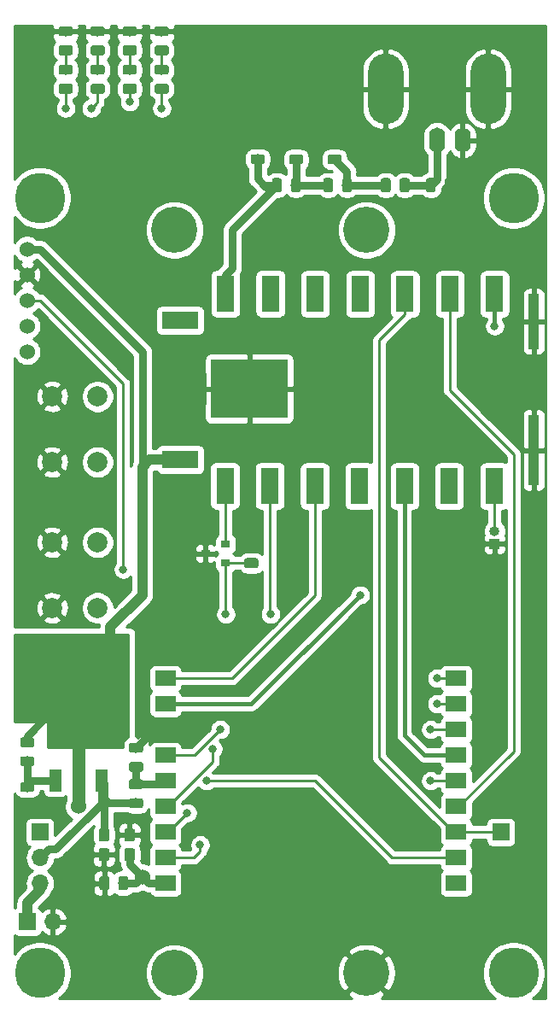
<source format=gbr>
G04 #@! TF.GenerationSoftware,KiCad,Pcbnew,5.1.4-e60b266~84~ubuntu18.04.1*
G04 #@! TF.CreationDate,2019-08-27T12:37:19-06:00*
G04 #@! TF.ProjectId,APRS_MicroNode,41505253-5f4d-4696-9372-6f4e6f64652e,rev?*
G04 #@! TF.SameCoordinates,Original*
G04 #@! TF.FileFunction,Copper,L1,Top*
G04 #@! TF.FilePolarity,Positive*
%FSLAX46Y46*%
G04 Gerber Fmt 4.6, Leading zero omitted, Abs format (unit mm)*
G04 Created by KiCad (PCBNEW 5.1.4-e60b266~84~ubuntu18.04.1) date 2019-08-27 12:37:19*
%MOMM*%
%LPD*%
G04 APERTURE LIST*
%ADD10R,1.700000X1.700000*%
%ADD11O,1.700000X1.700000*%
%ADD12C,4.572000*%
%ADD13C,0.100000*%
%ADD14C,1.050000*%
%ADD15C,0.975000*%
%ADD16R,0.900000X0.800000*%
%ADD17C,2.000000*%
%ADD18R,1.200000X2.200000*%
%ADD19R,5.800001X6.400000*%
%ADD20R,2.032000X1.524000*%
%ADD21R,1.800000X3.600000*%
%ADD22R,3.600000X1.800000*%
%ADD23R,1.000000X7.000000*%
%ADD24C,1.000000*%
%ADD25R,7.620000X5.842000*%
%ADD26C,5.000000*%
%ADD27O,3.500000X7.000000*%
%ADD28O,1.600000X2.500000*%
%ADD29R,1.000000X1.000000*%
%ADD30O,1.000000X1.000000*%
%ADD31C,1.524000*%
%ADD32C,0.800000*%
%ADD33C,0.762000*%
%ADD34C,1.270000*%
%ADD35C,1.016000*%
%ADD36C,0.254000*%
%ADD37C,0.381000*%
G04 APERTURE END LIST*
D10*
X99060000Y-164465000D03*
D11*
X99060000Y-167005000D03*
X99060000Y-169545000D03*
D12*
X112395000Y-104775000D03*
X131445000Y-104775000D03*
X131445000Y-178435000D03*
X112395000Y-178435000D03*
D13*
G36*
X105709505Y-166061204D02*
G01*
X105733773Y-166064804D01*
X105757572Y-166070765D01*
X105780671Y-166079030D01*
X105802850Y-166089520D01*
X105823893Y-166102132D01*
X105843599Y-166116747D01*
X105861777Y-166133223D01*
X105878253Y-166151401D01*
X105892868Y-166171107D01*
X105905480Y-166192150D01*
X105915970Y-166214329D01*
X105924235Y-166237428D01*
X105930196Y-166261227D01*
X105933796Y-166285495D01*
X105935000Y-166309999D01*
X105935000Y-167110001D01*
X105933796Y-167134505D01*
X105930196Y-167158773D01*
X105924235Y-167182572D01*
X105915970Y-167205671D01*
X105905480Y-167227850D01*
X105892868Y-167248893D01*
X105878253Y-167268599D01*
X105861777Y-167286777D01*
X105843599Y-167303253D01*
X105823893Y-167317868D01*
X105802850Y-167330480D01*
X105780671Y-167340970D01*
X105757572Y-167349235D01*
X105733773Y-167355196D01*
X105709505Y-167358796D01*
X105685001Y-167360000D01*
X105134999Y-167360000D01*
X105110495Y-167358796D01*
X105086227Y-167355196D01*
X105062428Y-167349235D01*
X105039329Y-167340970D01*
X105017150Y-167330480D01*
X104996107Y-167317868D01*
X104976401Y-167303253D01*
X104958223Y-167286777D01*
X104941747Y-167268599D01*
X104927132Y-167248893D01*
X104914520Y-167227850D01*
X104904030Y-167205671D01*
X104895765Y-167182572D01*
X104889804Y-167158773D01*
X104886204Y-167134505D01*
X104885000Y-167110001D01*
X104885000Y-166309999D01*
X104886204Y-166285495D01*
X104889804Y-166261227D01*
X104895765Y-166237428D01*
X104904030Y-166214329D01*
X104914520Y-166192150D01*
X104927132Y-166171107D01*
X104941747Y-166151401D01*
X104958223Y-166133223D01*
X104976401Y-166116747D01*
X104996107Y-166102132D01*
X105017150Y-166089520D01*
X105039329Y-166079030D01*
X105062428Y-166070765D01*
X105086227Y-166064804D01*
X105110495Y-166061204D01*
X105134999Y-166060000D01*
X105685001Y-166060000D01*
X105709505Y-166061204D01*
X105709505Y-166061204D01*
G37*
D14*
X105410000Y-166710000D03*
D13*
G36*
X105709505Y-164111204D02*
G01*
X105733773Y-164114804D01*
X105757572Y-164120765D01*
X105780671Y-164129030D01*
X105802850Y-164139520D01*
X105823893Y-164152132D01*
X105843599Y-164166747D01*
X105861777Y-164183223D01*
X105878253Y-164201401D01*
X105892868Y-164221107D01*
X105905480Y-164242150D01*
X105915970Y-164264329D01*
X105924235Y-164287428D01*
X105930196Y-164311227D01*
X105933796Y-164335495D01*
X105935000Y-164359999D01*
X105935000Y-165160001D01*
X105933796Y-165184505D01*
X105930196Y-165208773D01*
X105924235Y-165232572D01*
X105915970Y-165255671D01*
X105905480Y-165277850D01*
X105892868Y-165298893D01*
X105878253Y-165318599D01*
X105861777Y-165336777D01*
X105843599Y-165353253D01*
X105823893Y-165367868D01*
X105802850Y-165380480D01*
X105780671Y-165390970D01*
X105757572Y-165399235D01*
X105733773Y-165405196D01*
X105709505Y-165408796D01*
X105685001Y-165410000D01*
X105134999Y-165410000D01*
X105110495Y-165408796D01*
X105086227Y-165405196D01*
X105062428Y-165399235D01*
X105039329Y-165390970D01*
X105017150Y-165380480D01*
X104996107Y-165367868D01*
X104976401Y-165353253D01*
X104958223Y-165336777D01*
X104941747Y-165318599D01*
X104927132Y-165298893D01*
X104914520Y-165277850D01*
X104904030Y-165255671D01*
X104895765Y-165232572D01*
X104889804Y-165208773D01*
X104886204Y-165184505D01*
X104885000Y-165160001D01*
X104885000Y-164359999D01*
X104886204Y-164335495D01*
X104889804Y-164311227D01*
X104895765Y-164287428D01*
X104904030Y-164264329D01*
X104914520Y-164242150D01*
X104927132Y-164221107D01*
X104941747Y-164201401D01*
X104958223Y-164183223D01*
X104976401Y-164166747D01*
X104996107Y-164152132D01*
X105017150Y-164139520D01*
X105039329Y-164129030D01*
X105062428Y-164120765D01*
X105086227Y-164114804D01*
X105110495Y-164111204D01*
X105134999Y-164110000D01*
X105685001Y-164110000D01*
X105709505Y-164111204D01*
X105709505Y-164111204D01*
G37*
D14*
X105410000Y-164760000D03*
D13*
G36*
X108249505Y-166061204D02*
G01*
X108273773Y-166064804D01*
X108297572Y-166070765D01*
X108320671Y-166079030D01*
X108342850Y-166089520D01*
X108363893Y-166102132D01*
X108383599Y-166116747D01*
X108401777Y-166133223D01*
X108418253Y-166151401D01*
X108432868Y-166171107D01*
X108445480Y-166192150D01*
X108455970Y-166214329D01*
X108464235Y-166237428D01*
X108470196Y-166261227D01*
X108473796Y-166285495D01*
X108475000Y-166309999D01*
X108475000Y-167110001D01*
X108473796Y-167134505D01*
X108470196Y-167158773D01*
X108464235Y-167182572D01*
X108455970Y-167205671D01*
X108445480Y-167227850D01*
X108432868Y-167248893D01*
X108418253Y-167268599D01*
X108401777Y-167286777D01*
X108383599Y-167303253D01*
X108363893Y-167317868D01*
X108342850Y-167330480D01*
X108320671Y-167340970D01*
X108297572Y-167349235D01*
X108273773Y-167355196D01*
X108249505Y-167358796D01*
X108225001Y-167360000D01*
X107674999Y-167360000D01*
X107650495Y-167358796D01*
X107626227Y-167355196D01*
X107602428Y-167349235D01*
X107579329Y-167340970D01*
X107557150Y-167330480D01*
X107536107Y-167317868D01*
X107516401Y-167303253D01*
X107498223Y-167286777D01*
X107481747Y-167268599D01*
X107467132Y-167248893D01*
X107454520Y-167227850D01*
X107444030Y-167205671D01*
X107435765Y-167182572D01*
X107429804Y-167158773D01*
X107426204Y-167134505D01*
X107425000Y-167110001D01*
X107425000Y-166309999D01*
X107426204Y-166285495D01*
X107429804Y-166261227D01*
X107435765Y-166237428D01*
X107444030Y-166214329D01*
X107454520Y-166192150D01*
X107467132Y-166171107D01*
X107481747Y-166151401D01*
X107498223Y-166133223D01*
X107516401Y-166116747D01*
X107536107Y-166102132D01*
X107557150Y-166089520D01*
X107579329Y-166079030D01*
X107602428Y-166070765D01*
X107626227Y-166064804D01*
X107650495Y-166061204D01*
X107674999Y-166060000D01*
X108225001Y-166060000D01*
X108249505Y-166061204D01*
X108249505Y-166061204D01*
G37*
D14*
X107950000Y-166710000D03*
D13*
G36*
X108249505Y-164111204D02*
G01*
X108273773Y-164114804D01*
X108297572Y-164120765D01*
X108320671Y-164129030D01*
X108342850Y-164139520D01*
X108363893Y-164152132D01*
X108383599Y-164166747D01*
X108401777Y-164183223D01*
X108418253Y-164201401D01*
X108432868Y-164221107D01*
X108445480Y-164242150D01*
X108455970Y-164264329D01*
X108464235Y-164287428D01*
X108470196Y-164311227D01*
X108473796Y-164335495D01*
X108475000Y-164359999D01*
X108475000Y-165160001D01*
X108473796Y-165184505D01*
X108470196Y-165208773D01*
X108464235Y-165232572D01*
X108455970Y-165255671D01*
X108445480Y-165277850D01*
X108432868Y-165298893D01*
X108418253Y-165318599D01*
X108401777Y-165336777D01*
X108383599Y-165353253D01*
X108363893Y-165367868D01*
X108342850Y-165380480D01*
X108320671Y-165390970D01*
X108297572Y-165399235D01*
X108273773Y-165405196D01*
X108249505Y-165408796D01*
X108225001Y-165410000D01*
X107674999Y-165410000D01*
X107650495Y-165408796D01*
X107626227Y-165405196D01*
X107602428Y-165399235D01*
X107579329Y-165390970D01*
X107557150Y-165380480D01*
X107536107Y-165367868D01*
X107516401Y-165353253D01*
X107498223Y-165336777D01*
X107481747Y-165318599D01*
X107467132Y-165298893D01*
X107454520Y-165277850D01*
X107444030Y-165255671D01*
X107435765Y-165232572D01*
X107429804Y-165208773D01*
X107426204Y-165184505D01*
X107425000Y-165160001D01*
X107425000Y-164359999D01*
X107426204Y-164335495D01*
X107429804Y-164311227D01*
X107435765Y-164287428D01*
X107444030Y-164264329D01*
X107454520Y-164242150D01*
X107467132Y-164221107D01*
X107481747Y-164201401D01*
X107498223Y-164183223D01*
X107516401Y-164166747D01*
X107536107Y-164152132D01*
X107557150Y-164139520D01*
X107579329Y-164129030D01*
X107602428Y-164120765D01*
X107626227Y-164114804D01*
X107650495Y-164111204D01*
X107674999Y-164110000D01*
X108225001Y-164110000D01*
X108249505Y-164111204D01*
X108249505Y-164111204D01*
G37*
D14*
X107950000Y-164760000D03*
D13*
G36*
X107582642Y-168846174D02*
G01*
X107606303Y-168849684D01*
X107629507Y-168855496D01*
X107652029Y-168863554D01*
X107673653Y-168873782D01*
X107694170Y-168886079D01*
X107713383Y-168900329D01*
X107731107Y-168916393D01*
X107747171Y-168934117D01*
X107761421Y-168953330D01*
X107773718Y-168973847D01*
X107783946Y-168995471D01*
X107792004Y-169017993D01*
X107797816Y-169041197D01*
X107801326Y-169064858D01*
X107802500Y-169088750D01*
X107802500Y-170001250D01*
X107801326Y-170025142D01*
X107797816Y-170048803D01*
X107792004Y-170072007D01*
X107783946Y-170094529D01*
X107773718Y-170116153D01*
X107761421Y-170136670D01*
X107747171Y-170155883D01*
X107731107Y-170173607D01*
X107713383Y-170189671D01*
X107694170Y-170203921D01*
X107673653Y-170216218D01*
X107652029Y-170226446D01*
X107629507Y-170234504D01*
X107606303Y-170240316D01*
X107582642Y-170243826D01*
X107558750Y-170245000D01*
X107071250Y-170245000D01*
X107047358Y-170243826D01*
X107023697Y-170240316D01*
X107000493Y-170234504D01*
X106977971Y-170226446D01*
X106956347Y-170216218D01*
X106935830Y-170203921D01*
X106916617Y-170189671D01*
X106898893Y-170173607D01*
X106882829Y-170155883D01*
X106868579Y-170136670D01*
X106856282Y-170116153D01*
X106846054Y-170094529D01*
X106837996Y-170072007D01*
X106832184Y-170048803D01*
X106828674Y-170025142D01*
X106827500Y-170001250D01*
X106827500Y-169088750D01*
X106828674Y-169064858D01*
X106832184Y-169041197D01*
X106837996Y-169017993D01*
X106846054Y-168995471D01*
X106856282Y-168973847D01*
X106868579Y-168953330D01*
X106882829Y-168934117D01*
X106898893Y-168916393D01*
X106916617Y-168900329D01*
X106935830Y-168886079D01*
X106956347Y-168873782D01*
X106977971Y-168863554D01*
X107000493Y-168855496D01*
X107023697Y-168849684D01*
X107047358Y-168846174D01*
X107071250Y-168845000D01*
X107558750Y-168845000D01*
X107582642Y-168846174D01*
X107582642Y-168846174D01*
G37*
D15*
X107315000Y-169545000D03*
D13*
G36*
X105707642Y-168846174D02*
G01*
X105731303Y-168849684D01*
X105754507Y-168855496D01*
X105777029Y-168863554D01*
X105798653Y-168873782D01*
X105819170Y-168886079D01*
X105838383Y-168900329D01*
X105856107Y-168916393D01*
X105872171Y-168934117D01*
X105886421Y-168953330D01*
X105898718Y-168973847D01*
X105908946Y-168995471D01*
X105917004Y-169017993D01*
X105922816Y-169041197D01*
X105926326Y-169064858D01*
X105927500Y-169088750D01*
X105927500Y-170001250D01*
X105926326Y-170025142D01*
X105922816Y-170048803D01*
X105917004Y-170072007D01*
X105908946Y-170094529D01*
X105898718Y-170116153D01*
X105886421Y-170136670D01*
X105872171Y-170155883D01*
X105856107Y-170173607D01*
X105838383Y-170189671D01*
X105819170Y-170203921D01*
X105798653Y-170216218D01*
X105777029Y-170226446D01*
X105754507Y-170234504D01*
X105731303Y-170240316D01*
X105707642Y-170243826D01*
X105683750Y-170245000D01*
X105196250Y-170245000D01*
X105172358Y-170243826D01*
X105148697Y-170240316D01*
X105125493Y-170234504D01*
X105102971Y-170226446D01*
X105081347Y-170216218D01*
X105060830Y-170203921D01*
X105041617Y-170189671D01*
X105023893Y-170173607D01*
X105007829Y-170155883D01*
X104993579Y-170136670D01*
X104981282Y-170116153D01*
X104971054Y-170094529D01*
X104962996Y-170072007D01*
X104957184Y-170048803D01*
X104953674Y-170025142D01*
X104952500Y-170001250D01*
X104952500Y-169088750D01*
X104953674Y-169064858D01*
X104957184Y-169041197D01*
X104962996Y-169017993D01*
X104971054Y-168995471D01*
X104981282Y-168973847D01*
X104993579Y-168953330D01*
X105007829Y-168934117D01*
X105023893Y-168916393D01*
X105041617Y-168900329D01*
X105060830Y-168886079D01*
X105081347Y-168873782D01*
X105102971Y-168863554D01*
X105125493Y-168855496D01*
X105148697Y-168849684D01*
X105172358Y-168846174D01*
X105196250Y-168845000D01*
X105683750Y-168845000D01*
X105707642Y-168846174D01*
X105707642Y-168846174D01*
G37*
D15*
X105440000Y-169545000D03*
D13*
G36*
X121130142Y-95398674D02*
G01*
X121153803Y-95402184D01*
X121177007Y-95407996D01*
X121199529Y-95416054D01*
X121221153Y-95426282D01*
X121241670Y-95438579D01*
X121260883Y-95452829D01*
X121278607Y-95468893D01*
X121294671Y-95486617D01*
X121308921Y-95505830D01*
X121321218Y-95526347D01*
X121331446Y-95547971D01*
X121339504Y-95570493D01*
X121345316Y-95593697D01*
X121348826Y-95617358D01*
X121350000Y-95641250D01*
X121350000Y-96128750D01*
X121348826Y-96152642D01*
X121345316Y-96176303D01*
X121339504Y-96199507D01*
X121331446Y-96222029D01*
X121321218Y-96243653D01*
X121308921Y-96264170D01*
X121294671Y-96283383D01*
X121278607Y-96301107D01*
X121260883Y-96317171D01*
X121241670Y-96331421D01*
X121221153Y-96343718D01*
X121199529Y-96353946D01*
X121177007Y-96362004D01*
X121153803Y-96367816D01*
X121130142Y-96371326D01*
X121106250Y-96372500D01*
X120193750Y-96372500D01*
X120169858Y-96371326D01*
X120146197Y-96367816D01*
X120122993Y-96362004D01*
X120100471Y-96353946D01*
X120078847Y-96343718D01*
X120058330Y-96331421D01*
X120039117Y-96317171D01*
X120021393Y-96301107D01*
X120005329Y-96283383D01*
X119991079Y-96264170D01*
X119978782Y-96243653D01*
X119968554Y-96222029D01*
X119960496Y-96199507D01*
X119954684Y-96176303D01*
X119951174Y-96152642D01*
X119950000Y-96128750D01*
X119950000Y-95641250D01*
X119951174Y-95617358D01*
X119954684Y-95593697D01*
X119960496Y-95570493D01*
X119968554Y-95547971D01*
X119978782Y-95526347D01*
X119991079Y-95505830D01*
X120005329Y-95486617D01*
X120021393Y-95468893D01*
X120039117Y-95452829D01*
X120058330Y-95438579D01*
X120078847Y-95426282D01*
X120100471Y-95416054D01*
X120122993Y-95407996D01*
X120146197Y-95402184D01*
X120169858Y-95398674D01*
X120193750Y-95397500D01*
X121106250Y-95397500D01*
X121130142Y-95398674D01*
X121130142Y-95398674D01*
G37*
D15*
X120650000Y-95885000D03*
D13*
G36*
X121130142Y-97273674D02*
G01*
X121153803Y-97277184D01*
X121177007Y-97282996D01*
X121199529Y-97291054D01*
X121221153Y-97301282D01*
X121241670Y-97313579D01*
X121260883Y-97327829D01*
X121278607Y-97343893D01*
X121294671Y-97361617D01*
X121308921Y-97380830D01*
X121321218Y-97401347D01*
X121331446Y-97422971D01*
X121339504Y-97445493D01*
X121345316Y-97468697D01*
X121348826Y-97492358D01*
X121350000Y-97516250D01*
X121350000Y-98003750D01*
X121348826Y-98027642D01*
X121345316Y-98051303D01*
X121339504Y-98074507D01*
X121331446Y-98097029D01*
X121321218Y-98118653D01*
X121308921Y-98139170D01*
X121294671Y-98158383D01*
X121278607Y-98176107D01*
X121260883Y-98192171D01*
X121241670Y-98206421D01*
X121221153Y-98218718D01*
X121199529Y-98228946D01*
X121177007Y-98237004D01*
X121153803Y-98242816D01*
X121130142Y-98246326D01*
X121106250Y-98247500D01*
X120193750Y-98247500D01*
X120169858Y-98246326D01*
X120146197Y-98242816D01*
X120122993Y-98237004D01*
X120100471Y-98228946D01*
X120078847Y-98218718D01*
X120058330Y-98206421D01*
X120039117Y-98192171D01*
X120021393Y-98176107D01*
X120005329Y-98158383D01*
X119991079Y-98139170D01*
X119978782Y-98118653D01*
X119968554Y-98097029D01*
X119960496Y-98074507D01*
X119954684Y-98051303D01*
X119951174Y-98027642D01*
X119950000Y-98003750D01*
X119950000Y-97516250D01*
X119951174Y-97492358D01*
X119954684Y-97468697D01*
X119960496Y-97445493D01*
X119968554Y-97422971D01*
X119978782Y-97401347D01*
X119991079Y-97380830D01*
X120005329Y-97361617D01*
X120021393Y-97343893D01*
X120039117Y-97327829D01*
X120058330Y-97313579D01*
X120078847Y-97301282D01*
X120100471Y-97291054D01*
X120122993Y-97282996D01*
X120146197Y-97277184D01*
X120169858Y-97273674D01*
X120193750Y-97272500D01*
X121106250Y-97272500D01*
X121130142Y-97273674D01*
X121130142Y-97273674D01*
G37*
D15*
X120650000Y-97760000D03*
D13*
G36*
X124940142Y-97303674D02*
G01*
X124963803Y-97307184D01*
X124987007Y-97312996D01*
X125009529Y-97321054D01*
X125031153Y-97331282D01*
X125051670Y-97343579D01*
X125070883Y-97357829D01*
X125088607Y-97373893D01*
X125104671Y-97391617D01*
X125118921Y-97410830D01*
X125131218Y-97431347D01*
X125141446Y-97452971D01*
X125149504Y-97475493D01*
X125155316Y-97498697D01*
X125158826Y-97522358D01*
X125160000Y-97546250D01*
X125160000Y-98033750D01*
X125158826Y-98057642D01*
X125155316Y-98081303D01*
X125149504Y-98104507D01*
X125141446Y-98127029D01*
X125131218Y-98148653D01*
X125118921Y-98169170D01*
X125104671Y-98188383D01*
X125088607Y-98206107D01*
X125070883Y-98222171D01*
X125051670Y-98236421D01*
X125031153Y-98248718D01*
X125009529Y-98258946D01*
X124987007Y-98267004D01*
X124963803Y-98272816D01*
X124940142Y-98276326D01*
X124916250Y-98277500D01*
X124003750Y-98277500D01*
X123979858Y-98276326D01*
X123956197Y-98272816D01*
X123932993Y-98267004D01*
X123910471Y-98258946D01*
X123888847Y-98248718D01*
X123868330Y-98236421D01*
X123849117Y-98222171D01*
X123831393Y-98206107D01*
X123815329Y-98188383D01*
X123801079Y-98169170D01*
X123788782Y-98148653D01*
X123778554Y-98127029D01*
X123770496Y-98104507D01*
X123764684Y-98081303D01*
X123761174Y-98057642D01*
X123760000Y-98033750D01*
X123760000Y-97546250D01*
X123761174Y-97522358D01*
X123764684Y-97498697D01*
X123770496Y-97475493D01*
X123778554Y-97452971D01*
X123788782Y-97431347D01*
X123801079Y-97410830D01*
X123815329Y-97391617D01*
X123831393Y-97373893D01*
X123849117Y-97357829D01*
X123868330Y-97343579D01*
X123888847Y-97331282D01*
X123910471Y-97321054D01*
X123932993Y-97312996D01*
X123956197Y-97307184D01*
X123979858Y-97303674D01*
X124003750Y-97302500D01*
X124916250Y-97302500D01*
X124940142Y-97303674D01*
X124940142Y-97303674D01*
G37*
D15*
X124460000Y-97790000D03*
D13*
G36*
X124940142Y-95428674D02*
G01*
X124963803Y-95432184D01*
X124987007Y-95437996D01*
X125009529Y-95446054D01*
X125031153Y-95456282D01*
X125051670Y-95468579D01*
X125070883Y-95482829D01*
X125088607Y-95498893D01*
X125104671Y-95516617D01*
X125118921Y-95535830D01*
X125131218Y-95556347D01*
X125141446Y-95577971D01*
X125149504Y-95600493D01*
X125155316Y-95623697D01*
X125158826Y-95647358D01*
X125160000Y-95671250D01*
X125160000Y-96158750D01*
X125158826Y-96182642D01*
X125155316Y-96206303D01*
X125149504Y-96229507D01*
X125141446Y-96252029D01*
X125131218Y-96273653D01*
X125118921Y-96294170D01*
X125104671Y-96313383D01*
X125088607Y-96331107D01*
X125070883Y-96347171D01*
X125051670Y-96361421D01*
X125031153Y-96373718D01*
X125009529Y-96383946D01*
X124987007Y-96392004D01*
X124963803Y-96397816D01*
X124940142Y-96401326D01*
X124916250Y-96402500D01*
X124003750Y-96402500D01*
X123979858Y-96401326D01*
X123956197Y-96397816D01*
X123932993Y-96392004D01*
X123910471Y-96383946D01*
X123888847Y-96373718D01*
X123868330Y-96361421D01*
X123849117Y-96347171D01*
X123831393Y-96331107D01*
X123815329Y-96313383D01*
X123801079Y-96294170D01*
X123788782Y-96273653D01*
X123778554Y-96252029D01*
X123770496Y-96229507D01*
X123764684Y-96206303D01*
X123761174Y-96182642D01*
X123760000Y-96158750D01*
X123760000Y-95671250D01*
X123761174Y-95647358D01*
X123764684Y-95623697D01*
X123770496Y-95600493D01*
X123778554Y-95577971D01*
X123788782Y-95556347D01*
X123801079Y-95535830D01*
X123815329Y-95516617D01*
X123831393Y-95498893D01*
X123849117Y-95482829D01*
X123868330Y-95468579D01*
X123888847Y-95456282D01*
X123910471Y-95446054D01*
X123932993Y-95437996D01*
X123956197Y-95432184D01*
X123979858Y-95428674D01*
X124003750Y-95427500D01*
X124916250Y-95427500D01*
X124940142Y-95428674D01*
X124940142Y-95428674D01*
G37*
D15*
X124460000Y-95915000D03*
D13*
G36*
X128750142Y-95428674D02*
G01*
X128773803Y-95432184D01*
X128797007Y-95437996D01*
X128819529Y-95446054D01*
X128841153Y-95456282D01*
X128861670Y-95468579D01*
X128880883Y-95482829D01*
X128898607Y-95498893D01*
X128914671Y-95516617D01*
X128928921Y-95535830D01*
X128941218Y-95556347D01*
X128951446Y-95577971D01*
X128959504Y-95600493D01*
X128965316Y-95623697D01*
X128968826Y-95647358D01*
X128970000Y-95671250D01*
X128970000Y-96158750D01*
X128968826Y-96182642D01*
X128965316Y-96206303D01*
X128959504Y-96229507D01*
X128951446Y-96252029D01*
X128941218Y-96273653D01*
X128928921Y-96294170D01*
X128914671Y-96313383D01*
X128898607Y-96331107D01*
X128880883Y-96347171D01*
X128861670Y-96361421D01*
X128841153Y-96373718D01*
X128819529Y-96383946D01*
X128797007Y-96392004D01*
X128773803Y-96397816D01*
X128750142Y-96401326D01*
X128726250Y-96402500D01*
X127813750Y-96402500D01*
X127789858Y-96401326D01*
X127766197Y-96397816D01*
X127742993Y-96392004D01*
X127720471Y-96383946D01*
X127698847Y-96373718D01*
X127678330Y-96361421D01*
X127659117Y-96347171D01*
X127641393Y-96331107D01*
X127625329Y-96313383D01*
X127611079Y-96294170D01*
X127598782Y-96273653D01*
X127588554Y-96252029D01*
X127580496Y-96229507D01*
X127574684Y-96206303D01*
X127571174Y-96182642D01*
X127570000Y-96158750D01*
X127570000Y-95671250D01*
X127571174Y-95647358D01*
X127574684Y-95623697D01*
X127580496Y-95600493D01*
X127588554Y-95577971D01*
X127598782Y-95556347D01*
X127611079Y-95535830D01*
X127625329Y-95516617D01*
X127641393Y-95498893D01*
X127659117Y-95482829D01*
X127678330Y-95468579D01*
X127698847Y-95456282D01*
X127720471Y-95446054D01*
X127742993Y-95437996D01*
X127766197Y-95432184D01*
X127789858Y-95428674D01*
X127813750Y-95427500D01*
X128726250Y-95427500D01*
X128750142Y-95428674D01*
X128750142Y-95428674D01*
G37*
D15*
X128270000Y-95915000D03*
D13*
G36*
X128750142Y-97303674D02*
G01*
X128773803Y-97307184D01*
X128797007Y-97312996D01*
X128819529Y-97321054D01*
X128841153Y-97331282D01*
X128861670Y-97343579D01*
X128880883Y-97357829D01*
X128898607Y-97373893D01*
X128914671Y-97391617D01*
X128928921Y-97410830D01*
X128941218Y-97431347D01*
X128951446Y-97452971D01*
X128959504Y-97475493D01*
X128965316Y-97498697D01*
X128968826Y-97522358D01*
X128970000Y-97546250D01*
X128970000Y-98033750D01*
X128968826Y-98057642D01*
X128965316Y-98081303D01*
X128959504Y-98104507D01*
X128951446Y-98127029D01*
X128941218Y-98148653D01*
X128928921Y-98169170D01*
X128914671Y-98188383D01*
X128898607Y-98206107D01*
X128880883Y-98222171D01*
X128861670Y-98236421D01*
X128841153Y-98248718D01*
X128819529Y-98258946D01*
X128797007Y-98267004D01*
X128773803Y-98272816D01*
X128750142Y-98276326D01*
X128726250Y-98277500D01*
X127813750Y-98277500D01*
X127789858Y-98276326D01*
X127766197Y-98272816D01*
X127742993Y-98267004D01*
X127720471Y-98258946D01*
X127698847Y-98248718D01*
X127678330Y-98236421D01*
X127659117Y-98222171D01*
X127641393Y-98206107D01*
X127625329Y-98188383D01*
X127611079Y-98169170D01*
X127598782Y-98148653D01*
X127588554Y-98127029D01*
X127580496Y-98104507D01*
X127574684Y-98081303D01*
X127571174Y-98057642D01*
X127570000Y-98033750D01*
X127570000Y-97546250D01*
X127571174Y-97522358D01*
X127574684Y-97498697D01*
X127580496Y-97475493D01*
X127588554Y-97452971D01*
X127598782Y-97431347D01*
X127611079Y-97410830D01*
X127625329Y-97391617D01*
X127641393Y-97373893D01*
X127659117Y-97357829D01*
X127678330Y-97343579D01*
X127698847Y-97331282D01*
X127720471Y-97321054D01*
X127742993Y-97312996D01*
X127766197Y-97307184D01*
X127789858Y-97303674D01*
X127813750Y-97302500D01*
X128726250Y-97302500D01*
X128750142Y-97303674D01*
X128750142Y-97303674D01*
G37*
D15*
X128270000Y-97790000D03*
D13*
G36*
X138092642Y-99631174D02*
G01*
X138116303Y-99634684D01*
X138139507Y-99640496D01*
X138162029Y-99648554D01*
X138183653Y-99658782D01*
X138204170Y-99671079D01*
X138223383Y-99685329D01*
X138241107Y-99701393D01*
X138257171Y-99719117D01*
X138271421Y-99738330D01*
X138283718Y-99758847D01*
X138293946Y-99780471D01*
X138302004Y-99802993D01*
X138307816Y-99826197D01*
X138311326Y-99849858D01*
X138312500Y-99873750D01*
X138312500Y-100786250D01*
X138311326Y-100810142D01*
X138307816Y-100833803D01*
X138302004Y-100857007D01*
X138293946Y-100879529D01*
X138283718Y-100901153D01*
X138271421Y-100921670D01*
X138257171Y-100940883D01*
X138241107Y-100958607D01*
X138223383Y-100974671D01*
X138204170Y-100988921D01*
X138183653Y-101001218D01*
X138162029Y-101011446D01*
X138139507Y-101019504D01*
X138116303Y-101025316D01*
X138092642Y-101028826D01*
X138068750Y-101030000D01*
X137581250Y-101030000D01*
X137557358Y-101028826D01*
X137533697Y-101025316D01*
X137510493Y-101019504D01*
X137487971Y-101011446D01*
X137466347Y-101001218D01*
X137445830Y-100988921D01*
X137426617Y-100974671D01*
X137408893Y-100958607D01*
X137392829Y-100940883D01*
X137378579Y-100921670D01*
X137366282Y-100901153D01*
X137356054Y-100879529D01*
X137347996Y-100857007D01*
X137342184Y-100833803D01*
X137338674Y-100810142D01*
X137337500Y-100786250D01*
X137337500Y-99873750D01*
X137338674Y-99849858D01*
X137342184Y-99826197D01*
X137347996Y-99802993D01*
X137356054Y-99780471D01*
X137366282Y-99758847D01*
X137378579Y-99738330D01*
X137392829Y-99719117D01*
X137408893Y-99701393D01*
X137426617Y-99685329D01*
X137445830Y-99671079D01*
X137466347Y-99658782D01*
X137487971Y-99648554D01*
X137510493Y-99640496D01*
X137533697Y-99634684D01*
X137557358Y-99631174D01*
X137581250Y-99630000D01*
X138068750Y-99630000D01*
X138092642Y-99631174D01*
X138092642Y-99631174D01*
G37*
D15*
X137825000Y-100330000D03*
D13*
G36*
X139967642Y-99631174D02*
G01*
X139991303Y-99634684D01*
X140014507Y-99640496D01*
X140037029Y-99648554D01*
X140058653Y-99658782D01*
X140079170Y-99671079D01*
X140098383Y-99685329D01*
X140116107Y-99701393D01*
X140132171Y-99719117D01*
X140146421Y-99738330D01*
X140158718Y-99758847D01*
X140168946Y-99780471D01*
X140177004Y-99802993D01*
X140182816Y-99826197D01*
X140186326Y-99849858D01*
X140187500Y-99873750D01*
X140187500Y-100786250D01*
X140186326Y-100810142D01*
X140182816Y-100833803D01*
X140177004Y-100857007D01*
X140168946Y-100879529D01*
X140158718Y-100901153D01*
X140146421Y-100921670D01*
X140132171Y-100940883D01*
X140116107Y-100958607D01*
X140098383Y-100974671D01*
X140079170Y-100988921D01*
X140058653Y-101001218D01*
X140037029Y-101011446D01*
X140014507Y-101019504D01*
X139991303Y-101025316D01*
X139967642Y-101028826D01*
X139943750Y-101030000D01*
X139456250Y-101030000D01*
X139432358Y-101028826D01*
X139408697Y-101025316D01*
X139385493Y-101019504D01*
X139362971Y-101011446D01*
X139341347Y-101001218D01*
X139320830Y-100988921D01*
X139301617Y-100974671D01*
X139283893Y-100958607D01*
X139267829Y-100940883D01*
X139253579Y-100921670D01*
X139241282Y-100901153D01*
X139231054Y-100879529D01*
X139222996Y-100857007D01*
X139217184Y-100833803D01*
X139213674Y-100810142D01*
X139212500Y-100786250D01*
X139212500Y-99873750D01*
X139213674Y-99849858D01*
X139217184Y-99826197D01*
X139222996Y-99802993D01*
X139231054Y-99780471D01*
X139241282Y-99758847D01*
X139253579Y-99738330D01*
X139267829Y-99719117D01*
X139283893Y-99701393D01*
X139301617Y-99685329D01*
X139320830Y-99671079D01*
X139341347Y-99658782D01*
X139362971Y-99648554D01*
X139385493Y-99640496D01*
X139408697Y-99634684D01*
X139432358Y-99631174D01*
X139456250Y-99630000D01*
X139943750Y-99630000D01*
X139967642Y-99631174D01*
X139967642Y-99631174D01*
G37*
D15*
X139700000Y-100330000D03*
D13*
G36*
X102080142Y-84603674D02*
G01*
X102103803Y-84607184D01*
X102127007Y-84612996D01*
X102149529Y-84621054D01*
X102171153Y-84631282D01*
X102191670Y-84643579D01*
X102210883Y-84657829D01*
X102228607Y-84673893D01*
X102244671Y-84691617D01*
X102258921Y-84710830D01*
X102271218Y-84731347D01*
X102281446Y-84752971D01*
X102289504Y-84775493D01*
X102295316Y-84798697D01*
X102298826Y-84822358D01*
X102300000Y-84846250D01*
X102300000Y-85333750D01*
X102298826Y-85357642D01*
X102295316Y-85381303D01*
X102289504Y-85404507D01*
X102281446Y-85427029D01*
X102271218Y-85448653D01*
X102258921Y-85469170D01*
X102244671Y-85488383D01*
X102228607Y-85506107D01*
X102210883Y-85522171D01*
X102191670Y-85536421D01*
X102171153Y-85548718D01*
X102149529Y-85558946D01*
X102127007Y-85567004D01*
X102103803Y-85572816D01*
X102080142Y-85576326D01*
X102056250Y-85577500D01*
X101143750Y-85577500D01*
X101119858Y-85576326D01*
X101096197Y-85572816D01*
X101072993Y-85567004D01*
X101050471Y-85558946D01*
X101028847Y-85548718D01*
X101008330Y-85536421D01*
X100989117Y-85522171D01*
X100971393Y-85506107D01*
X100955329Y-85488383D01*
X100941079Y-85469170D01*
X100928782Y-85448653D01*
X100918554Y-85427029D01*
X100910496Y-85404507D01*
X100904684Y-85381303D01*
X100901174Y-85357642D01*
X100900000Y-85333750D01*
X100900000Y-84846250D01*
X100901174Y-84822358D01*
X100904684Y-84798697D01*
X100910496Y-84775493D01*
X100918554Y-84752971D01*
X100928782Y-84731347D01*
X100941079Y-84710830D01*
X100955329Y-84691617D01*
X100971393Y-84673893D01*
X100989117Y-84657829D01*
X101008330Y-84643579D01*
X101028847Y-84631282D01*
X101050471Y-84621054D01*
X101072993Y-84612996D01*
X101096197Y-84607184D01*
X101119858Y-84603674D01*
X101143750Y-84602500D01*
X102056250Y-84602500D01*
X102080142Y-84603674D01*
X102080142Y-84603674D01*
G37*
D15*
X101600000Y-85090000D03*
D13*
G36*
X102080142Y-86478674D02*
G01*
X102103803Y-86482184D01*
X102127007Y-86487996D01*
X102149529Y-86496054D01*
X102171153Y-86506282D01*
X102191670Y-86518579D01*
X102210883Y-86532829D01*
X102228607Y-86548893D01*
X102244671Y-86566617D01*
X102258921Y-86585830D01*
X102271218Y-86606347D01*
X102281446Y-86627971D01*
X102289504Y-86650493D01*
X102295316Y-86673697D01*
X102298826Y-86697358D01*
X102300000Y-86721250D01*
X102300000Y-87208750D01*
X102298826Y-87232642D01*
X102295316Y-87256303D01*
X102289504Y-87279507D01*
X102281446Y-87302029D01*
X102271218Y-87323653D01*
X102258921Y-87344170D01*
X102244671Y-87363383D01*
X102228607Y-87381107D01*
X102210883Y-87397171D01*
X102191670Y-87411421D01*
X102171153Y-87423718D01*
X102149529Y-87433946D01*
X102127007Y-87442004D01*
X102103803Y-87447816D01*
X102080142Y-87451326D01*
X102056250Y-87452500D01*
X101143750Y-87452500D01*
X101119858Y-87451326D01*
X101096197Y-87447816D01*
X101072993Y-87442004D01*
X101050471Y-87433946D01*
X101028847Y-87423718D01*
X101008330Y-87411421D01*
X100989117Y-87397171D01*
X100971393Y-87381107D01*
X100955329Y-87363383D01*
X100941079Y-87344170D01*
X100928782Y-87323653D01*
X100918554Y-87302029D01*
X100910496Y-87279507D01*
X100904684Y-87256303D01*
X100901174Y-87232642D01*
X100900000Y-87208750D01*
X100900000Y-86721250D01*
X100901174Y-86697358D01*
X100904684Y-86673697D01*
X100910496Y-86650493D01*
X100918554Y-86627971D01*
X100928782Y-86606347D01*
X100941079Y-86585830D01*
X100955329Y-86566617D01*
X100971393Y-86548893D01*
X100989117Y-86532829D01*
X101008330Y-86518579D01*
X101028847Y-86506282D01*
X101050471Y-86496054D01*
X101072993Y-86487996D01*
X101096197Y-86482184D01*
X101119858Y-86478674D01*
X101143750Y-86477500D01*
X102056250Y-86477500D01*
X102080142Y-86478674D01*
X102080142Y-86478674D01*
G37*
D15*
X101600000Y-86965000D03*
D13*
G36*
X105255142Y-86478674D02*
G01*
X105278803Y-86482184D01*
X105302007Y-86487996D01*
X105324529Y-86496054D01*
X105346153Y-86506282D01*
X105366670Y-86518579D01*
X105385883Y-86532829D01*
X105403607Y-86548893D01*
X105419671Y-86566617D01*
X105433921Y-86585830D01*
X105446218Y-86606347D01*
X105456446Y-86627971D01*
X105464504Y-86650493D01*
X105470316Y-86673697D01*
X105473826Y-86697358D01*
X105475000Y-86721250D01*
X105475000Y-87208750D01*
X105473826Y-87232642D01*
X105470316Y-87256303D01*
X105464504Y-87279507D01*
X105456446Y-87302029D01*
X105446218Y-87323653D01*
X105433921Y-87344170D01*
X105419671Y-87363383D01*
X105403607Y-87381107D01*
X105385883Y-87397171D01*
X105366670Y-87411421D01*
X105346153Y-87423718D01*
X105324529Y-87433946D01*
X105302007Y-87442004D01*
X105278803Y-87447816D01*
X105255142Y-87451326D01*
X105231250Y-87452500D01*
X104318750Y-87452500D01*
X104294858Y-87451326D01*
X104271197Y-87447816D01*
X104247993Y-87442004D01*
X104225471Y-87433946D01*
X104203847Y-87423718D01*
X104183330Y-87411421D01*
X104164117Y-87397171D01*
X104146393Y-87381107D01*
X104130329Y-87363383D01*
X104116079Y-87344170D01*
X104103782Y-87323653D01*
X104093554Y-87302029D01*
X104085496Y-87279507D01*
X104079684Y-87256303D01*
X104076174Y-87232642D01*
X104075000Y-87208750D01*
X104075000Y-86721250D01*
X104076174Y-86697358D01*
X104079684Y-86673697D01*
X104085496Y-86650493D01*
X104093554Y-86627971D01*
X104103782Y-86606347D01*
X104116079Y-86585830D01*
X104130329Y-86566617D01*
X104146393Y-86548893D01*
X104164117Y-86532829D01*
X104183330Y-86518579D01*
X104203847Y-86506282D01*
X104225471Y-86496054D01*
X104247993Y-86487996D01*
X104271197Y-86482184D01*
X104294858Y-86478674D01*
X104318750Y-86477500D01*
X105231250Y-86477500D01*
X105255142Y-86478674D01*
X105255142Y-86478674D01*
G37*
D15*
X104775000Y-86965000D03*
D13*
G36*
X105255142Y-84603674D02*
G01*
X105278803Y-84607184D01*
X105302007Y-84612996D01*
X105324529Y-84621054D01*
X105346153Y-84631282D01*
X105366670Y-84643579D01*
X105385883Y-84657829D01*
X105403607Y-84673893D01*
X105419671Y-84691617D01*
X105433921Y-84710830D01*
X105446218Y-84731347D01*
X105456446Y-84752971D01*
X105464504Y-84775493D01*
X105470316Y-84798697D01*
X105473826Y-84822358D01*
X105475000Y-84846250D01*
X105475000Y-85333750D01*
X105473826Y-85357642D01*
X105470316Y-85381303D01*
X105464504Y-85404507D01*
X105456446Y-85427029D01*
X105446218Y-85448653D01*
X105433921Y-85469170D01*
X105419671Y-85488383D01*
X105403607Y-85506107D01*
X105385883Y-85522171D01*
X105366670Y-85536421D01*
X105346153Y-85548718D01*
X105324529Y-85558946D01*
X105302007Y-85567004D01*
X105278803Y-85572816D01*
X105255142Y-85576326D01*
X105231250Y-85577500D01*
X104318750Y-85577500D01*
X104294858Y-85576326D01*
X104271197Y-85572816D01*
X104247993Y-85567004D01*
X104225471Y-85558946D01*
X104203847Y-85548718D01*
X104183330Y-85536421D01*
X104164117Y-85522171D01*
X104146393Y-85506107D01*
X104130329Y-85488383D01*
X104116079Y-85469170D01*
X104103782Y-85448653D01*
X104093554Y-85427029D01*
X104085496Y-85404507D01*
X104079684Y-85381303D01*
X104076174Y-85357642D01*
X104075000Y-85333750D01*
X104075000Y-84846250D01*
X104076174Y-84822358D01*
X104079684Y-84798697D01*
X104085496Y-84775493D01*
X104093554Y-84752971D01*
X104103782Y-84731347D01*
X104116079Y-84710830D01*
X104130329Y-84691617D01*
X104146393Y-84673893D01*
X104164117Y-84657829D01*
X104183330Y-84643579D01*
X104203847Y-84631282D01*
X104225471Y-84621054D01*
X104247993Y-84612996D01*
X104271197Y-84607184D01*
X104294858Y-84603674D01*
X104318750Y-84602500D01*
X105231250Y-84602500D01*
X105255142Y-84603674D01*
X105255142Y-84603674D01*
G37*
D15*
X104775000Y-85090000D03*
D13*
G36*
X108430142Y-84603674D02*
G01*
X108453803Y-84607184D01*
X108477007Y-84612996D01*
X108499529Y-84621054D01*
X108521153Y-84631282D01*
X108541670Y-84643579D01*
X108560883Y-84657829D01*
X108578607Y-84673893D01*
X108594671Y-84691617D01*
X108608921Y-84710830D01*
X108621218Y-84731347D01*
X108631446Y-84752971D01*
X108639504Y-84775493D01*
X108645316Y-84798697D01*
X108648826Y-84822358D01*
X108650000Y-84846250D01*
X108650000Y-85333750D01*
X108648826Y-85357642D01*
X108645316Y-85381303D01*
X108639504Y-85404507D01*
X108631446Y-85427029D01*
X108621218Y-85448653D01*
X108608921Y-85469170D01*
X108594671Y-85488383D01*
X108578607Y-85506107D01*
X108560883Y-85522171D01*
X108541670Y-85536421D01*
X108521153Y-85548718D01*
X108499529Y-85558946D01*
X108477007Y-85567004D01*
X108453803Y-85572816D01*
X108430142Y-85576326D01*
X108406250Y-85577500D01*
X107493750Y-85577500D01*
X107469858Y-85576326D01*
X107446197Y-85572816D01*
X107422993Y-85567004D01*
X107400471Y-85558946D01*
X107378847Y-85548718D01*
X107358330Y-85536421D01*
X107339117Y-85522171D01*
X107321393Y-85506107D01*
X107305329Y-85488383D01*
X107291079Y-85469170D01*
X107278782Y-85448653D01*
X107268554Y-85427029D01*
X107260496Y-85404507D01*
X107254684Y-85381303D01*
X107251174Y-85357642D01*
X107250000Y-85333750D01*
X107250000Y-84846250D01*
X107251174Y-84822358D01*
X107254684Y-84798697D01*
X107260496Y-84775493D01*
X107268554Y-84752971D01*
X107278782Y-84731347D01*
X107291079Y-84710830D01*
X107305329Y-84691617D01*
X107321393Y-84673893D01*
X107339117Y-84657829D01*
X107358330Y-84643579D01*
X107378847Y-84631282D01*
X107400471Y-84621054D01*
X107422993Y-84612996D01*
X107446197Y-84607184D01*
X107469858Y-84603674D01*
X107493750Y-84602500D01*
X108406250Y-84602500D01*
X108430142Y-84603674D01*
X108430142Y-84603674D01*
G37*
D15*
X107950000Y-85090000D03*
D13*
G36*
X108430142Y-86478674D02*
G01*
X108453803Y-86482184D01*
X108477007Y-86487996D01*
X108499529Y-86496054D01*
X108521153Y-86506282D01*
X108541670Y-86518579D01*
X108560883Y-86532829D01*
X108578607Y-86548893D01*
X108594671Y-86566617D01*
X108608921Y-86585830D01*
X108621218Y-86606347D01*
X108631446Y-86627971D01*
X108639504Y-86650493D01*
X108645316Y-86673697D01*
X108648826Y-86697358D01*
X108650000Y-86721250D01*
X108650000Y-87208750D01*
X108648826Y-87232642D01*
X108645316Y-87256303D01*
X108639504Y-87279507D01*
X108631446Y-87302029D01*
X108621218Y-87323653D01*
X108608921Y-87344170D01*
X108594671Y-87363383D01*
X108578607Y-87381107D01*
X108560883Y-87397171D01*
X108541670Y-87411421D01*
X108521153Y-87423718D01*
X108499529Y-87433946D01*
X108477007Y-87442004D01*
X108453803Y-87447816D01*
X108430142Y-87451326D01*
X108406250Y-87452500D01*
X107493750Y-87452500D01*
X107469858Y-87451326D01*
X107446197Y-87447816D01*
X107422993Y-87442004D01*
X107400471Y-87433946D01*
X107378847Y-87423718D01*
X107358330Y-87411421D01*
X107339117Y-87397171D01*
X107321393Y-87381107D01*
X107305329Y-87363383D01*
X107291079Y-87344170D01*
X107278782Y-87323653D01*
X107268554Y-87302029D01*
X107260496Y-87279507D01*
X107254684Y-87256303D01*
X107251174Y-87232642D01*
X107250000Y-87208750D01*
X107250000Y-86721250D01*
X107251174Y-86697358D01*
X107254684Y-86673697D01*
X107260496Y-86650493D01*
X107268554Y-86627971D01*
X107278782Y-86606347D01*
X107291079Y-86585830D01*
X107305329Y-86566617D01*
X107321393Y-86548893D01*
X107339117Y-86532829D01*
X107358330Y-86518579D01*
X107378847Y-86506282D01*
X107400471Y-86496054D01*
X107422993Y-86487996D01*
X107446197Y-86482184D01*
X107469858Y-86478674D01*
X107493750Y-86477500D01*
X108406250Y-86477500D01*
X108430142Y-86478674D01*
X108430142Y-86478674D01*
G37*
D15*
X107950000Y-86965000D03*
D13*
G36*
X111605142Y-86478674D02*
G01*
X111628803Y-86482184D01*
X111652007Y-86487996D01*
X111674529Y-86496054D01*
X111696153Y-86506282D01*
X111716670Y-86518579D01*
X111735883Y-86532829D01*
X111753607Y-86548893D01*
X111769671Y-86566617D01*
X111783921Y-86585830D01*
X111796218Y-86606347D01*
X111806446Y-86627971D01*
X111814504Y-86650493D01*
X111820316Y-86673697D01*
X111823826Y-86697358D01*
X111825000Y-86721250D01*
X111825000Y-87208750D01*
X111823826Y-87232642D01*
X111820316Y-87256303D01*
X111814504Y-87279507D01*
X111806446Y-87302029D01*
X111796218Y-87323653D01*
X111783921Y-87344170D01*
X111769671Y-87363383D01*
X111753607Y-87381107D01*
X111735883Y-87397171D01*
X111716670Y-87411421D01*
X111696153Y-87423718D01*
X111674529Y-87433946D01*
X111652007Y-87442004D01*
X111628803Y-87447816D01*
X111605142Y-87451326D01*
X111581250Y-87452500D01*
X110668750Y-87452500D01*
X110644858Y-87451326D01*
X110621197Y-87447816D01*
X110597993Y-87442004D01*
X110575471Y-87433946D01*
X110553847Y-87423718D01*
X110533330Y-87411421D01*
X110514117Y-87397171D01*
X110496393Y-87381107D01*
X110480329Y-87363383D01*
X110466079Y-87344170D01*
X110453782Y-87323653D01*
X110443554Y-87302029D01*
X110435496Y-87279507D01*
X110429684Y-87256303D01*
X110426174Y-87232642D01*
X110425000Y-87208750D01*
X110425000Y-86721250D01*
X110426174Y-86697358D01*
X110429684Y-86673697D01*
X110435496Y-86650493D01*
X110443554Y-86627971D01*
X110453782Y-86606347D01*
X110466079Y-86585830D01*
X110480329Y-86566617D01*
X110496393Y-86548893D01*
X110514117Y-86532829D01*
X110533330Y-86518579D01*
X110553847Y-86506282D01*
X110575471Y-86496054D01*
X110597993Y-86487996D01*
X110621197Y-86482184D01*
X110644858Y-86478674D01*
X110668750Y-86477500D01*
X111581250Y-86477500D01*
X111605142Y-86478674D01*
X111605142Y-86478674D01*
G37*
D15*
X111125000Y-86965000D03*
D13*
G36*
X111605142Y-84603674D02*
G01*
X111628803Y-84607184D01*
X111652007Y-84612996D01*
X111674529Y-84621054D01*
X111696153Y-84631282D01*
X111716670Y-84643579D01*
X111735883Y-84657829D01*
X111753607Y-84673893D01*
X111769671Y-84691617D01*
X111783921Y-84710830D01*
X111796218Y-84731347D01*
X111806446Y-84752971D01*
X111814504Y-84775493D01*
X111820316Y-84798697D01*
X111823826Y-84822358D01*
X111825000Y-84846250D01*
X111825000Y-85333750D01*
X111823826Y-85357642D01*
X111820316Y-85381303D01*
X111814504Y-85404507D01*
X111806446Y-85427029D01*
X111796218Y-85448653D01*
X111783921Y-85469170D01*
X111769671Y-85488383D01*
X111753607Y-85506107D01*
X111735883Y-85522171D01*
X111716670Y-85536421D01*
X111696153Y-85548718D01*
X111674529Y-85558946D01*
X111652007Y-85567004D01*
X111628803Y-85572816D01*
X111605142Y-85576326D01*
X111581250Y-85577500D01*
X110668750Y-85577500D01*
X110644858Y-85576326D01*
X110621197Y-85572816D01*
X110597993Y-85567004D01*
X110575471Y-85558946D01*
X110553847Y-85548718D01*
X110533330Y-85536421D01*
X110514117Y-85522171D01*
X110496393Y-85506107D01*
X110480329Y-85488383D01*
X110466079Y-85469170D01*
X110453782Y-85448653D01*
X110443554Y-85427029D01*
X110435496Y-85404507D01*
X110429684Y-85381303D01*
X110426174Y-85357642D01*
X110425000Y-85333750D01*
X110425000Y-84846250D01*
X110426174Y-84822358D01*
X110429684Y-84798697D01*
X110435496Y-84775493D01*
X110443554Y-84752971D01*
X110453782Y-84731347D01*
X110466079Y-84710830D01*
X110480329Y-84691617D01*
X110496393Y-84673893D01*
X110514117Y-84657829D01*
X110533330Y-84643579D01*
X110553847Y-84631282D01*
X110575471Y-84621054D01*
X110597993Y-84612996D01*
X110621197Y-84607184D01*
X110644858Y-84603674D01*
X110668750Y-84602500D01*
X111581250Y-84602500D01*
X111605142Y-84603674D01*
X111605142Y-84603674D01*
G37*
D15*
X111125000Y-85090000D03*
D13*
G36*
X124697642Y-99631174D02*
G01*
X124721303Y-99634684D01*
X124744507Y-99640496D01*
X124767029Y-99648554D01*
X124788653Y-99658782D01*
X124809170Y-99671079D01*
X124828383Y-99685329D01*
X124846107Y-99701393D01*
X124862171Y-99719117D01*
X124876421Y-99738330D01*
X124888718Y-99758847D01*
X124898946Y-99780471D01*
X124907004Y-99802993D01*
X124912816Y-99826197D01*
X124916326Y-99849858D01*
X124917500Y-99873750D01*
X124917500Y-100786250D01*
X124916326Y-100810142D01*
X124912816Y-100833803D01*
X124907004Y-100857007D01*
X124898946Y-100879529D01*
X124888718Y-100901153D01*
X124876421Y-100921670D01*
X124862171Y-100940883D01*
X124846107Y-100958607D01*
X124828383Y-100974671D01*
X124809170Y-100988921D01*
X124788653Y-101001218D01*
X124767029Y-101011446D01*
X124744507Y-101019504D01*
X124721303Y-101025316D01*
X124697642Y-101028826D01*
X124673750Y-101030000D01*
X124186250Y-101030000D01*
X124162358Y-101028826D01*
X124138697Y-101025316D01*
X124115493Y-101019504D01*
X124092971Y-101011446D01*
X124071347Y-101001218D01*
X124050830Y-100988921D01*
X124031617Y-100974671D01*
X124013893Y-100958607D01*
X123997829Y-100940883D01*
X123983579Y-100921670D01*
X123971282Y-100901153D01*
X123961054Y-100879529D01*
X123952996Y-100857007D01*
X123947184Y-100833803D01*
X123943674Y-100810142D01*
X123942500Y-100786250D01*
X123942500Y-99873750D01*
X123943674Y-99849858D01*
X123947184Y-99826197D01*
X123952996Y-99802993D01*
X123961054Y-99780471D01*
X123971282Y-99758847D01*
X123983579Y-99738330D01*
X123997829Y-99719117D01*
X124013893Y-99701393D01*
X124031617Y-99685329D01*
X124050830Y-99671079D01*
X124071347Y-99658782D01*
X124092971Y-99648554D01*
X124115493Y-99640496D01*
X124138697Y-99634684D01*
X124162358Y-99631174D01*
X124186250Y-99630000D01*
X124673750Y-99630000D01*
X124697642Y-99631174D01*
X124697642Y-99631174D01*
G37*
D15*
X124430000Y-100330000D03*
D13*
G36*
X122822642Y-99631174D02*
G01*
X122846303Y-99634684D01*
X122869507Y-99640496D01*
X122892029Y-99648554D01*
X122913653Y-99658782D01*
X122934170Y-99671079D01*
X122953383Y-99685329D01*
X122971107Y-99701393D01*
X122987171Y-99719117D01*
X123001421Y-99738330D01*
X123013718Y-99758847D01*
X123023946Y-99780471D01*
X123032004Y-99802993D01*
X123037816Y-99826197D01*
X123041326Y-99849858D01*
X123042500Y-99873750D01*
X123042500Y-100786250D01*
X123041326Y-100810142D01*
X123037816Y-100833803D01*
X123032004Y-100857007D01*
X123023946Y-100879529D01*
X123013718Y-100901153D01*
X123001421Y-100921670D01*
X122987171Y-100940883D01*
X122971107Y-100958607D01*
X122953383Y-100974671D01*
X122934170Y-100988921D01*
X122913653Y-101001218D01*
X122892029Y-101011446D01*
X122869507Y-101019504D01*
X122846303Y-101025316D01*
X122822642Y-101028826D01*
X122798750Y-101030000D01*
X122311250Y-101030000D01*
X122287358Y-101028826D01*
X122263697Y-101025316D01*
X122240493Y-101019504D01*
X122217971Y-101011446D01*
X122196347Y-101001218D01*
X122175830Y-100988921D01*
X122156617Y-100974671D01*
X122138893Y-100958607D01*
X122122829Y-100940883D01*
X122108579Y-100921670D01*
X122096282Y-100901153D01*
X122086054Y-100879529D01*
X122077996Y-100857007D01*
X122072184Y-100833803D01*
X122068674Y-100810142D01*
X122067500Y-100786250D01*
X122067500Y-99873750D01*
X122068674Y-99849858D01*
X122072184Y-99826197D01*
X122077996Y-99802993D01*
X122086054Y-99780471D01*
X122096282Y-99758847D01*
X122108579Y-99738330D01*
X122122829Y-99719117D01*
X122138893Y-99701393D01*
X122156617Y-99685329D01*
X122175830Y-99671079D01*
X122196347Y-99658782D01*
X122217971Y-99648554D01*
X122240493Y-99640496D01*
X122263697Y-99634684D01*
X122287358Y-99631174D01*
X122311250Y-99630000D01*
X122798750Y-99630000D01*
X122822642Y-99631174D01*
X122822642Y-99631174D01*
G37*
D15*
X122555000Y-100330000D03*
D13*
G36*
X127902642Y-99631174D02*
G01*
X127926303Y-99634684D01*
X127949507Y-99640496D01*
X127972029Y-99648554D01*
X127993653Y-99658782D01*
X128014170Y-99671079D01*
X128033383Y-99685329D01*
X128051107Y-99701393D01*
X128067171Y-99719117D01*
X128081421Y-99738330D01*
X128093718Y-99758847D01*
X128103946Y-99780471D01*
X128112004Y-99802993D01*
X128117816Y-99826197D01*
X128121326Y-99849858D01*
X128122500Y-99873750D01*
X128122500Y-100786250D01*
X128121326Y-100810142D01*
X128117816Y-100833803D01*
X128112004Y-100857007D01*
X128103946Y-100879529D01*
X128093718Y-100901153D01*
X128081421Y-100921670D01*
X128067171Y-100940883D01*
X128051107Y-100958607D01*
X128033383Y-100974671D01*
X128014170Y-100988921D01*
X127993653Y-101001218D01*
X127972029Y-101011446D01*
X127949507Y-101019504D01*
X127926303Y-101025316D01*
X127902642Y-101028826D01*
X127878750Y-101030000D01*
X127391250Y-101030000D01*
X127367358Y-101028826D01*
X127343697Y-101025316D01*
X127320493Y-101019504D01*
X127297971Y-101011446D01*
X127276347Y-101001218D01*
X127255830Y-100988921D01*
X127236617Y-100974671D01*
X127218893Y-100958607D01*
X127202829Y-100940883D01*
X127188579Y-100921670D01*
X127176282Y-100901153D01*
X127166054Y-100879529D01*
X127157996Y-100857007D01*
X127152184Y-100833803D01*
X127148674Y-100810142D01*
X127147500Y-100786250D01*
X127147500Y-99873750D01*
X127148674Y-99849858D01*
X127152184Y-99826197D01*
X127157996Y-99802993D01*
X127166054Y-99780471D01*
X127176282Y-99758847D01*
X127188579Y-99738330D01*
X127202829Y-99719117D01*
X127218893Y-99701393D01*
X127236617Y-99685329D01*
X127255830Y-99671079D01*
X127276347Y-99658782D01*
X127297971Y-99648554D01*
X127320493Y-99640496D01*
X127343697Y-99634684D01*
X127367358Y-99631174D01*
X127391250Y-99630000D01*
X127878750Y-99630000D01*
X127902642Y-99631174D01*
X127902642Y-99631174D01*
G37*
D15*
X127635000Y-100330000D03*
D13*
G36*
X129777642Y-99631174D02*
G01*
X129801303Y-99634684D01*
X129824507Y-99640496D01*
X129847029Y-99648554D01*
X129868653Y-99658782D01*
X129889170Y-99671079D01*
X129908383Y-99685329D01*
X129926107Y-99701393D01*
X129942171Y-99719117D01*
X129956421Y-99738330D01*
X129968718Y-99758847D01*
X129978946Y-99780471D01*
X129987004Y-99802993D01*
X129992816Y-99826197D01*
X129996326Y-99849858D01*
X129997500Y-99873750D01*
X129997500Y-100786250D01*
X129996326Y-100810142D01*
X129992816Y-100833803D01*
X129987004Y-100857007D01*
X129978946Y-100879529D01*
X129968718Y-100901153D01*
X129956421Y-100921670D01*
X129942171Y-100940883D01*
X129926107Y-100958607D01*
X129908383Y-100974671D01*
X129889170Y-100988921D01*
X129868653Y-101001218D01*
X129847029Y-101011446D01*
X129824507Y-101019504D01*
X129801303Y-101025316D01*
X129777642Y-101028826D01*
X129753750Y-101030000D01*
X129266250Y-101030000D01*
X129242358Y-101028826D01*
X129218697Y-101025316D01*
X129195493Y-101019504D01*
X129172971Y-101011446D01*
X129151347Y-101001218D01*
X129130830Y-100988921D01*
X129111617Y-100974671D01*
X129093893Y-100958607D01*
X129077829Y-100940883D01*
X129063579Y-100921670D01*
X129051282Y-100901153D01*
X129041054Y-100879529D01*
X129032996Y-100857007D01*
X129027184Y-100833803D01*
X129023674Y-100810142D01*
X129022500Y-100786250D01*
X129022500Y-99873750D01*
X129023674Y-99849858D01*
X129027184Y-99826197D01*
X129032996Y-99802993D01*
X129041054Y-99780471D01*
X129051282Y-99758847D01*
X129063579Y-99738330D01*
X129077829Y-99719117D01*
X129093893Y-99701393D01*
X129111617Y-99685329D01*
X129130830Y-99671079D01*
X129151347Y-99658782D01*
X129172971Y-99648554D01*
X129195493Y-99640496D01*
X129218697Y-99634684D01*
X129242358Y-99631174D01*
X129266250Y-99630000D01*
X129753750Y-99630000D01*
X129777642Y-99631174D01*
X129777642Y-99631174D01*
G37*
D15*
X129510000Y-100330000D03*
D13*
G36*
X135492642Y-99631174D02*
G01*
X135516303Y-99634684D01*
X135539507Y-99640496D01*
X135562029Y-99648554D01*
X135583653Y-99658782D01*
X135604170Y-99671079D01*
X135623383Y-99685329D01*
X135641107Y-99701393D01*
X135657171Y-99719117D01*
X135671421Y-99738330D01*
X135683718Y-99758847D01*
X135693946Y-99780471D01*
X135702004Y-99802993D01*
X135707816Y-99826197D01*
X135711326Y-99849858D01*
X135712500Y-99873750D01*
X135712500Y-100786250D01*
X135711326Y-100810142D01*
X135707816Y-100833803D01*
X135702004Y-100857007D01*
X135693946Y-100879529D01*
X135683718Y-100901153D01*
X135671421Y-100921670D01*
X135657171Y-100940883D01*
X135641107Y-100958607D01*
X135623383Y-100974671D01*
X135604170Y-100988921D01*
X135583653Y-101001218D01*
X135562029Y-101011446D01*
X135539507Y-101019504D01*
X135516303Y-101025316D01*
X135492642Y-101028826D01*
X135468750Y-101030000D01*
X134981250Y-101030000D01*
X134957358Y-101028826D01*
X134933697Y-101025316D01*
X134910493Y-101019504D01*
X134887971Y-101011446D01*
X134866347Y-101001218D01*
X134845830Y-100988921D01*
X134826617Y-100974671D01*
X134808893Y-100958607D01*
X134792829Y-100940883D01*
X134778579Y-100921670D01*
X134766282Y-100901153D01*
X134756054Y-100879529D01*
X134747996Y-100857007D01*
X134742184Y-100833803D01*
X134738674Y-100810142D01*
X134737500Y-100786250D01*
X134737500Y-99873750D01*
X134738674Y-99849858D01*
X134742184Y-99826197D01*
X134747996Y-99802993D01*
X134756054Y-99780471D01*
X134766282Y-99758847D01*
X134778579Y-99738330D01*
X134792829Y-99719117D01*
X134808893Y-99701393D01*
X134826617Y-99685329D01*
X134845830Y-99671079D01*
X134866347Y-99658782D01*
X134887971Y-99648554D01*
X134910493Y-99640496D01*
X134933697Y-99634684D01*
X134957358Y-99631174D01*
X134981250Y-99630000D01*
X135468750Y-99630000D01*
X135492642Y-99631174D01*
X135492642Y-99631174D01*
G37*
D15*
X135225000Y-100330000D03*
D13*
G36*
X133617642Y-99631174D02*
G01*
X133641303Y-99634684D01*
X133664507Y-99640496D01*
X133687029Y-99648554D01*
X133708653Y-99658782D01*
X133729170Y-99671079D01*
X133748383Y-99685329D01*
X133766107Y-99701393D01*
X133782171Y-99719117D01*
X133796421Y-99738330D01*
X133808718Y-99758847D01*
X133818946Y-99780471D01*
X133827004Y-99802993D01*
X133832816Y-99826197D01*
X133836326Y-99849858D01*
X133837500Y-99873750D01*
X133837500Y-100786250D01*
X133836326Y-100810142D01*
X133832816Y-100833803D01*
X133827004Y-100857007D01*
X133818946Y-100879529D01*
X133808718Y-100901153D01*
X133796421Y-100921670D01*
X133782171Y-100940883D01*
X133766107Y-100958607D01*
X133748383Y-100974671D01*
X133729170Y-100988921D01*
X133708653Y-101001218D01*
X133687029Y-101011446D01*
X133664507Y-101019504D01*
X133641303Y-101025316D01*
X133617642Y-101028826D01*
X133593750Y-101030000D01*
X133106250Y-101030000D01*
X133082358Y-101028826D01*
X133058697Y-101025316D01*
X133035493Y-101019504D01*
X133012971Y-101011446D01*
X132991347Y-101001218D01*
X132970830Y-100988921D01*
X132951617Y-100974671D01*
X132933893Y-100958607D01*
X132917829Y-100940883D01*
X132903579Y-100921670D01*
X132891282Y-100901153D01*
X132881054Y-100879529D01*
X132872996Y-100857007D01*
X132867184Y-100833803D01*
X132863674Y-100810142D01*
X132862500Y-100786250D01*
X132862500Y-99873750D01*
X132863674Y-99849858D01*
X132867184Y-99826197D01*
X132872996Y-99802993D01*
X132881054Y-99780471D01*
X132891282Y-99758847D01*
X132903579Y-99738330D01*
X132917829Y-99719117D01*
X132933893Y-99701393D01*
X132951617Y-99685329D01*
X132970830Y-99671079D01*
X132991347Y-99658782D01*
X133012971Y-99648554D01*
X133035493Y-99640496D01*
X133058697Y-99634684D01*
X133082358Y-99631174D01*
X133106250Y-99630000D01*
X133593750Y-99630000D01*
X133617642Y-99631174D01*
X133617642Y-99631174D01*
G37*
D15*
X133350000Y-100330000D03*
D16*
X117475000Y-137795000D03*
X117475000Y-135895000D03*
X115475000Y-136845000D03*
D13*
G36*
X109065142Y-159231174D02*
G01*
X109088803Y-159234684D01*
X109112007Y-159240496D01*
X109134529Y-159248554D01*
X109156153Y-159258782D01*
X109176670Y-159271079D01*
X109195883Y-159285329D01*
X109213607Y-159301393D01*
X109229671Y-159319117D01*
X109243921Y-159338330D01*
X109256218Y-159358847D01*
X109266446Y-159380471D01*
X109274504Y-159402993D01*
X109280316Y-159426197D01*
X109283826Y-159449858D01*
X109285000Y-159473750D01*
X109285000Y-159961250D01*
X109283826Y-159985142D01*
X109280316Y-160008803D01*
X109274504Y-160032007D01*
X109266446Y-160054529D01*
X109256218Y-160076153D01*
X109243921Y-160096670D01*
X109229671Y-160115883D01*
X109213607Y-160133607D01*
X109195883Y-160149671D01*
X109176670Y-160163921D01*
X109156153Y-160176218D01*
X109134529Y-160186446D01*
X109112007Y-160194504D01*
X109088803Y-160200316D01*
X109065142Y-160203826D01*
X109041250Y-160205000D01*
X108128750Y-160205000D01*
X108104858Y-160203826D01*
X108081197Y-160200316D01*
X108057993Y-160194504D01*
X108035471Y-160186446D01*
X108013847Y-160176218D01*
X107993330Y-160163921D01*
X107974117Y-160149671D01*
X107956393Y-160133607D01*
X107940329Y-160115883D01*
X107926079Y-160096670D01*
X107913782Y-160076153D01*
X107903554Y-160054529D01*
X107895496Y-160032007D01*
X107889684Y-160008803D01*
X107886174Y-159985142D01*
X107885000Y-159961250D01*
X107885000Y-159473750D01*
X107886174Y-159449858D01*
X107889684Y-159426197D01*
X107895496Y-159402993D01*
X107903554Y-159380471D01*
X107913782Y-159358847D01*
X107926079Y-159338330D01*
X107940329Y-159319117D01*
X107956393Y-159301393D01*
X107974117Y-159285329D01*
X107993330Y-159271079D01*
X108013847Y-159258782D01*
X108035471Y-159248554D01*
X108057993Y-159240496D01*
X108081197Y-159234684D01*
X108104858Y-159231174D01*
X108128750Y-159230000D01*
X109041250Y-159230000D01*
X109065142Y-159231174D01*
X109065142Y-159231174D01*
G37*
D15*
X108585000Y-159717500D03*
D13*
G36*
X109065142Y-161106174D02*
G01*
X109088803Y-161109684D01*
X109112007Y-161115496D01*
X109134529Y-161123554D01*
X109156153Y-161133782D01*
X109176670Y-161146079D01*
X109195883Y-161160329D01*
X109213607Y-161176393D01*
X109229671Y-161194117D01*
X109243921Y-161213330D01*
X109256218Y-161233847D01*
X109266446Y-161255471D01*
X109274504Y-161277993D01*
X109280316Y-161301197D01*
X109283826Y-161324858D01*
X109285000Y-161348750D01*
X109285000Y-161836250D01*
X109283826Y-161860142D01*
X109280316Y-161883803D01*
X109274504Y-161907007D01*
X109266446Y-161929529D01*
X109256218Y-161951153D01*
X109243921Y-161971670D01*
X109229671Y-161990883D01*
X109213607Y-162008607D01*
X109195883Y-162024671D01*
X109176670Y-162038921D01*
X109156153Y-162051218D01*
X109134529Y-162061446D01*
X109112007Y-162069504D01*
X109088803Y-162075316D01*
X109065142Y-162078826D01*
X109041250Y-162080000D01*
X108128750Y-162080000D01*
X108104858Y-162078826D01*
X108081197Y-162075316D01*
X108057993Y-162069504D01*
X108035471Y-162061446D01*
X108013847Y-162051218D01*
X107993330Y-162038921D01*
X107974117Y-162024671D01*
X107956393Y-162008607D01*
X107940329Y-161990883D01*
X107926079Y-161971670D01*
X107913782Y-161951153D01*
X107903554Y-161929529D01*
X107895496Y-161907007D01*
X107889684Y-161883803D01*
X107886174Y-161860142D01*
X107885000Y-161836250D01*
X107885000Y-161348750D01*
X107886174Y-161324858D01*
X107889684Y-161301197D01*
X107895496Y-161277993D01*
X107903554Y-161255471D01*
X107913782Y-161233847D01*
X107926079Y-161213330D01*
X107940329Y-161194117D01*
X107956393Y-161176393D01*
X107974117Y-161160329D01*
X107993330Y-161146079D01*
X108013847Y-161133782D01*
X108035471Y-161123554D01*
X108057993Y-161115496D01*
X108081197Y-161109684D01*
X108104858Y-161106174D01*
X108128750Y-161105000D01*
X109041250Y-161105000D01*
X109065142Y-161106174D01*
X109065142Y-161106174D01*
G37*
D15*
X108585000Y-161592500D03*
D13*
G36*
X109065142Y-157510675D02*
G01*
X109088803Y-157514185D01*
X109112007Y-157519997D01*
X109134529Y-157528055D01*
X109156153Y-157538283D01*
X109176670Y-157550580D01*
X109195883Y-157564830D01*
X109213607Y-157580894D01*
X109229671Y-157598618D01*
X109243921Y-157617831D01*
X109256218Y-157638348D01*
X109266446Y-157659972D01*
X109274504Y-157682494D01*
X109280316Y-157705698D01*
X109283826Y-157729359D01*
X109285000Y-157753251D01*
X109285000Y-158240751D01*
X109283826Y-158264643D01*
X109280316Y-158288304D01*
X109274504Y-158311508D01*
X109266446Y-158334030D01*
X109256218Y-158355654D01*
X109243921Y-158376171D01*
X109229671Y-158395384D01*
X109213607Y-158413108D01*
X109195883Y-158429172D01*
X109176670Y-158443422D01*
X109156153Y-158455719D01*
X109134529Y-158465947D01*
X109112007Y-158474005D01*
X109088803Y-158479817D01*
X109065142Y-158483327D01*
X109041250Y-158484501D01*
X108128750Y-158484501D01*
X108104858Y-158483327D01*
X108081197Y-158479817D01*
X108057993Y-158474005D01*
X108035471Y-158465947D01*
X108013847Y-158455719D01*
X107993330Y-158443422D01*
X107974117Y-158429172D01*
X107956393Y-158413108D01*
X107940329Y-158395384D01*
X107926079Y-158376171D01*
X107913782Y-158355654D01*
X107903554Y-158334030D01*
X107895496Y-158311508D01*
X107889684Y-158288304D01*
X107886174Y-158264643D01*
X107885000Y-158240751D01*
X107885000Y-157753251D01*
X107886174Y-157729359D01*
X107889684Y-157705698D01*
X107895496Y-157682494D01*
X107903554Y-157659972D01*
X107913782Y-157638348D01*
X107926079Y-157617831D01*
X107940329Y-157598618D01*
X107956393Y-157580894D01*
X107974117Y-157564830D01*
X107993330Y-157550580D01*
X108013847Y-157538283D01*
X108035471Y-157528055D01*
X108057993Y-157519997D01*
X108081197Y-157514185D01*
X108104858Y-157510675D01*
X108128750Y-157509501D01*
X109041250Y-157509501D01*
X109065142Y-157510675D01*
X109065142Y-157510675D01*
G37*
D15*
X108585000Y-157997001D03*
D13*
G36*
X109065142Y-155635675D02*
G01*
X109088803Y-155639185D01*
X109112007Y-155644997D01*
X109134529Y-155653055D01*
X109156153Y-155663283D01*
X109176670Y-155675580D01*
X109195883Y-155689830D01*
X109213607Y-155705894D01*
X109229671Y-155723618D01*
X109243921Y-155742831D01*
X109256218Y-155763348D01*
X109266446Y-155784972D01*
X109274504Y-155807494D01*
X109280316Y-155830698D01*
X109283826Y-155854359D01*
X109285000Y-155878251D01*
X109285000Y-156365751D01*
X109283826Y-156389643D01*
X109280316Y-156413304D01*
X109274504Y-156436508D01*
X109266446Y-156459030D01*
X109256218Y-156480654D01*
X109243921Y-156501171D01*
X109229671Y-156520384D01*
X109213607Y-156538108D01*
X109195883Y-156554172D01*
X109176670Y-156568422D01*
X109156153Y-156580719D01*
X109134529Y-156590947D01*
X109112007Y-156599005D01*
X109088803Y-156604817D01*
X109065142Y-156608327D01*
X109041250Y-156609501D01*
X108128750Y-156609501D01*
X108104858Y-156608327D01*
X108081197Y-156604817D01*
X108057993Y-156599005D01*
X108035471Y-156590947D01*
X108013847Y-156580719D01*
X107993330Y-156568422D01*
X107974117Y-156554172D01*
X107956393Y-156538108D01*
X107940329Y-156520384D01*
X107926079Y-156501171D01*
X107913782Y-156480654D01*
X107903554Y-156459030D01*
X107895496Y-156436508D01*
X107889684Y-156413304D01*
X107886174Y-156389643D01*
X107885000Y-156365751D01*
X107885000Y-155878251D01*
X107886174Y-155854359D01*
X107889684Y-155830698D01*
X107895496Y-155807494D01*
X107903554Y-155784972D01*
X107913782Y-155763348D01*
X107926079Y-155742831D01*
X107940329Y-155723618D01*
X107956393Y-155705894D01*
X107974117Y-155689830D01*
X107993330Y-155675580D01*
X108013847Y-155663283D01*
X108035471Y-155653055D01*
X108057993Y-155644997D01*
X108081197Y-155639185D01*
X108104858Y-155635675D01*
X108128750Y-155634501D01*
X109041250Y-155634501D01*
X109065142Y-155635675D01*
X109065142Y-155635675D01*
G37*
D15*
X108585000Y-156122001D03*
D13*
G36*
X98270142Y-155088674D02*
G01*
X98293803Y-155092184D01*
X98317007Y-155097996D01*
X98339529Y-155106054D01*
X98361153Y-155116282D01*
X98381670Y-155128579D01*
X98400883Y-155142829D01*
X98418607Y-155158893D01*
X98434671Y-155176617D01*
X98448921Y-155195830D01*
X98461218Y-155216347D01*
X98471446Y-155237971D01*
X98479504Y-155260493D01*
X98485316Y-155283697D01*
X98488826Y-155307358D01*
X98490000Y-155331250D01*
X98490000Y-155818750D01*
X98488826Y-155842642D01*
X98485316Y-155866303D01*
X98479504Y-155889507D01*
X98471446Y-155912029D01*
X98461218Y-155933653D01*
X98448921Y-155954170D01*
X98434671Y-155973383D01*
X98418607Y-155991107D01*
X98400883Y-156007171D01*
X98381670Y-156021421D01*
X98361153Y-156033718D01*
X98339529Y-156043946D01*
X98317007Y-156052004D01*
X98293803Y-156057816D01*
X98270142Y-156061326D01*
X98246250Y-156062500D01*
X97333750Y-156062500D01*
X97309858Y-156061326D01*
X97286197Y-156057816D01*
X97262993Y-156052004D01*
X97240471Y-156043946D01*
X97218847Y-156033718D01*
X97198330Y-156021421D01*
X97179117Y-156007171D01*
X97161393Y-155991107D01*
X97145329Y-155973383D01*
X97131079Y-155954170D01*
X97118782Y-155933653D01*
X97108554Y-155912029D01*
X97100496Y-155889507D01*
X97094684Y-155866303D01*
X97091174Y-155842642D01*
X97090000Y-155818750D01*
X97090000Y-155331250D01*
X97091174Y-155307358D01*
X97094684Y-155283697D01*
X97100496Y-155260493D01*
X97108554Y-155237971D01*
X97118782Y-155216347D01*
X97131079Y-155195830D01*
X97145329Y-155176617D01*
X97161393Y-155158893D01*
X97179117Y-155142829D01*
X97198330Y-155128579D01*
X97218847Y-155116282D01*
X97240471Y-155106054D01*
X97262993Y-155097996D01*
X97286197Y-155092184D01*
X97309858Y-155088674D01*
X97333750Y-155087500D01*
X98246250Y-155087500D01*
X98270142Y-155088674D01*
X98270142Y-155088674D01*
G37*
D15*
X97790000Y-155575000D03*
D13*
G36*
X98270142Y-156963674D02*
G01*
X98293803Y-156967184D01*
X98317007Y-156972996D01*
X98339529Y-156981054D01*
X98361153Y-156991282D01*
X98381670Y-157003579D01*
X98400883Y-157017829D01*
X98418607Y-157033893D01*
X98434671Y-157051617D01*
X98448921Y-157070830D01*
X98461218Y-157091347D01*
X98471446Y-157112971D01*
X98479504Y-157135493D01*
X98485316Y-157158697D01*
X98488826Y-157182358D01*
X98490000Y-157206250D01*
X98490000Y-157693750D01*
X98488826Y-157717642D01*
X98485316Y-157741303D01*
X98479504Y-157764507D01*
X98471446Y-157787029D01*
X98461218Y-157808653D01*
X98448921Y-157829170D01*
X98434671Y-157848383D01*
X98418607Y-157866107D01*
X98400883Y-157882171D01*
X98381670Y-157896421D01*
X98361153Y-157908718D01*
X98339529Y-157918946D01*
X98317007Y-157927004D01*
X98293803Y-157932816D01*
X98270142Y-157936326D01*
X98246250Y-157937500D01*
X97333750Y-157937500D01*
X97309858Y-157936326D01*
X97286197Y-157932816D01*
X97262993Y-157927004D01*
X97240471Y-157918946D01*
X97218847Y-157908718D01*
X97198330Y-157896421D01*
X97179117Y-157882171D01*
X97161393Y-157866107D01*
X97145329Y-157848383D01*
X97131079Y-157829170D01*
X97118782Y-157808653D01*
X97108554Y-157787029D01*
X97100496Y-157764507D01*
X97094684Y-157741303D01*
X97091174Y-157717642D01*
X97090000Y-157693750D01*
X97090000Y-157206250D01*
X97091174Y-157182358D01*
X97094684Y-157158697D01*
X97100496Y-157135493D01*
X97108554Y-157112971D01*
X97118782Y-157091347D01*
X97131079Y-157070830D01*
X97145329Y-157051617D01*
X97161393Y-157033893D01*
X97179117Y-157017829D01*
X97198330Y-157003579D01*
X97218847Y-156991282D01*
X97240471Y-156981054D01*
X97262993Y-156972996D01*
X97286197Y-156967184D01*
X97309858Y-156963674D01*
X97333750Y-156962500D01*
X98246250Y-156962500D01*
X98270142Y-156963674D01*
X98270142Y-156963674D01*
G37*
D15*
X97790000Y-157450000D03*
D13*
G36*
X98270142Y-161408674D02*
G01*
X98293803Y-161412184D01*
X98317007Y-161417996D01*
X98339529Y-161426054D01*
X98361153Y-161436282D01*
X98381670Y-161448579D01*
X98400883Y-161462829D01*
X98418607Y-161478893D01*
X98434671Y-161496617D01*
X98448921Y-161515830D01*
X98461218Y-161536347D01*
X98471446Y-161557971D01*
X98479504Y-161580493D01*
X98485316Y-161603697D01*
X98488826Y-161627358D01*
X98490000Y-161651250D01*
X98490000Y-162138750D01*
X98488826Y-162162642D01*
X98485316Y-162186303D01*
X98479504Y-162209507D01*
X98471446Y-162232029D01*
X98461218Y-162253653D01*
X98448921Y-162274170D01*
X98434671Y-162293383D01*
X98418607Y-162311107D01*
X98400883Y-162327171D01*
X98381670Y-162341421D01*
X98361153Y-162353718D01*
X98339529Y-162363946D01*
X98317007Y-162372004D01*
X98293803Y-162377816D01*
X98270142Y-162381326D01*
X98246250Y-162382500D01*
X97333750Y-162382500D01*
X97309858Y-162381326D01*
X97286197Y-162377816D01*
X97262993Y-162372004D01*
X97240471Y-162363946D01*
X97218847Y-162353718D01*
X97198330Y-162341421D01*
X97179117Y-162327171D01*
X97161393Y-162311107D01*
X97145329Y-162293383D01*
X97131079Y-162274170D01*
X97118782Y-162253653D01*
X97108554Y-162232029D01*
X97100496Y-162209507D01*
X97094684Y-162186303D01*
X97091174Y-162162642D01*
X97090000Y-162138750D01*
X97090000Y-161651250D01*
X97091174Y-161627358D01*
X97094684Y-161603697D01*
X97100496Y-161580493D01*
X97108554Y-161557971D01*
X97118782Y-161536347D01*
X97131079Y-161515830D01*
X97145329Y-161496617D01*
X97161393Y-161478893D01*
X97179117Y-161462829D01*
X97198330Y-161448579D01*
X97218847Y-161436282D01*
X97240471Y-161426054D01*
X97262993Y-161417996D01*
X97286197Y-161412184D01*
X97309858Y-161408674D01*
X97333750Y-161407500D01*
X98246250Y-161407500D01*
X98270142Y-161408674D01*
X98270142Y-161408674D01*
G37*
D15*
X97790000Y-161895000D03*
D13*
G36*
X98270142Y-159533674D02*
G01*
X98293803Y-159537184D01*
X98317007Y-159542996D01*
X98339529Y-159551054D01*
X98361153Y-159561282D01*
X98381670Y-159573579D01*
X98400883Y-159587829D01*
X98418607Y-159603893D01*
X98434671Y-159621617D01*
X98448921Y-159640830D01*
X98461218Y-159661347D01*
X98471446Y-159682971D01*
X98479504Y-159705493D01*
X98485316Y-159728697D01*
X98488826Y-159752358D01*
X98490000Y-159776250D01*
X98490000Y-160263750D01*
X98488826Y-160287642D01*
X98485316Y-160311303D01*
X98479504Y-160334507D01*
X98471446Y-160357029D01*
X98461218Y-160378653D01*
X98448921Y-160399170D01*
X98434671Y-160418383D01*
X98418607Y-160436107D01*
X98400883Y-160452171D01*
X98381670Y-160466421D01*
X98361153Y-160478718D01*
X98339529Y-160488946D01*
X98317007Y-160497004D01*
X98293803Y-160502816D01*
X98270142Y-160506326D01*
X98246250Y-160507500D01*
X97333750Y-160507500D01*
X97309858Y-160506326D01*
X97286197Y-160502816D01*
X97262993Y-160497004D01*
X97240471Y-160488946D01*
X97218847Y-160478718D01*
X97198330Y-160466421D01*
X97179117Y-160452171D01*
X97161393Y-160436107D01*
X97145329Y-160418383D01*
X97131079Y-160399170D01*
X97118782Y-160378653D01*
X97108554Y-160357029D01*
X97100496Y-160334507D01*
X97094684Y-160311303D01*
X97091174Y-160287642D01*
X97090000Y-160263750D01*
X97090000Y-159776250D01*
X97091174Y-159752358D01*
X97094684Y-159728697D01*
X97100496Y-159705493D01*
X97108554Y-159682971D01*
X97118782Y-159661347D01*
X97131079Y-159640830D01*
X97145329Y-159621617D01*
X97161393Y-159603893D01*
X97179117Y-159587829D01*
X97198330Y-159573579D01*
X97218847Y-159561282D01*
X97240471Y-159551054D01*
X97262993Y-159542996D01*
X97286197Y-159537184D01*
X97309858Y-159533674D01*
X97333750Y-159532500D01*
X98246250Y-159532500D01*
X98270142Y-159533674D01*
X98270142Y-159533674D01*
G37*
D15*
X97790000Y-160020000D03*
D13*
G36*
X102080142Y-90288674D02*
G01*
X102103803Y-90292184D01*
X102127007Y-90297996D01*
X102149529Y-90306054D01*
X102171153Y-90316282D01*
X102191670Y-90328579D01*
X102210883Y-90342829D01*
X102228607Y-90358893D01*
X102244671Y-90376617D01*
X102258921Y-90395830D01*
X102271218Y-90416347D01*
X102281446Y-90437971D01*
X102289504Y-90460493D01*
X102295316Y-90483697D01*
X102298826Y-90507358D01*
X102300000Y-90531250D01*
X102300000Y-91018750D01*
X102298826Y-91042642D01*
X102295316Y-91066303D01*
X102289504Y-91089507D01*
X102281446Y-91112029D01*
X102271218Y-91133653D01*
X102258921Y-91154170D01*
X102244671Y-91173383D01*
X102228607Y-91191107D01*
X102210883Y-91207171D01*
X102191670Y-91221421D01*
X102171153Y-91233718D01*
X102149529Y-91243946D01*
X102127007Y-91252004D01*
X102103803Y-91257816D01*
X102080142Y-91261326D01*
X102056250Y-91262500D01*
X101143750Y-91262500D01*
X101119858Y-91261326D01*
X101096197Y-91257816D01*
X101072993Y-91252004D01*
X101050471Y-91243946D01*
X101028847Y-91233718D01*
X101008330Y-91221421D01*
X100989117Y-91207171D01*
X100971393Y-91191107D01*
X100955329Y-91173383D01*
X100941079Y-91154170D01*
X100928782Y-91133653D01*
X100918554Y-91112029D01*
X100910496Y-91089507D01*
X100904684Y-91066303D01*
X100901174Y-91042642D01*
X100900000Y-91018750D01*
X100900000Y-90531250D01*
X100901174Y-90507358D01*
X100904684Y-90483697D01*
X100910496Y-90460493D01*
X100918554Y-90437971D01*
X100928782Y-90416347D01*
X100941079Y-90395830D01*
X100955329Y-90376617D01*
X100971393Y-90358893D01*
X100989117Y-90342829D01*
X101008330Y-90328579D01*
X101028847Y-90316282D01*
X101050471Y-90306054D01*
X101072993Y-90297996D01*
X101096197Y-90292184D01*
X101119858Y-90288674D01*
X101143750Y-90287500D01*
X102056250Y-90287500D01*
X102080142Y-90288674D01*
X102080142Y-90288674D01*
G37*
D15*
X101600000Y-90775000D03*
D13*
G36*
X102080142Y-88413674D02*
G01*
X102103803Y-88417184D01*
X102127007Y-88422996D01*
X102149529Y-88431054D01*
X102171153Y-88441282D01*
X102191670Y-88453579D01*
X102210883Y-88467829D01*
X102228607Y-88483893D01*
X102244671Y-88501617D01*
X102258921Y-88520830D01*
X102271218Y-88541347D01*
X102281446Y-88562971D01*
X102289504Y-88585493D01*
X102295316Y-88608697D01*
X102298826Y-88632358D01*
X102300000Y-88656250D01*
X102300000Y-89143750D01*
X102298826Y-89167642D01*
X102295316Y-89191303D01*
X102289504Y-89214507D01*
X102281446Y-89237029D01*
X102271218Y-89258653D01*
X102258921Y-89279170D01*
X102244671Y-89298383D01*
X102228607Y-89316107D01*
X102210883Y-89332171D01*
X102191670Y-89346421D01*
X102171153Y-89358718D01*
X102149529Y-89368946D01*
X102127007Y-89377004D01*
X102103803Y-89382816D01*
X102080142Y-89386326D01*
X102056250Y-89387500D01*
X101143750Y-89387500D01*
X101119858Y-89386326D01*
X101096197Y-89382816D01*
X101072993Y-89377004D01*
X101050471Y-89368946D01*
X101028847Y-89358718D01*
X101008330Y-89346421D01*
X100989117Y-89332171D01*
X100971393Y-89316107D01*
X100955329Y-89298383D01*
X100941079Y-89279170D01*
X100928782Y-89258653D01*
X100918554Y-89237029D01*
X100910496Y-89214507D01*
X100904684Y-89191303D01*
X100901174Y-89167642D01*
X100900000Y-89143750D01*
X100900000Y-88656250D01*
X100901174Y-88632358D01*
X100904684Y-88608697D01*
X100910496Y-88585493D01*
X100918554Y-88562971D01*
X100928782Y-88541347D01*
X100941079Y-88520830D01*
X100955329Y-88501617D01*
X100971393Y-88483893D01*
X100989117Y-88467829D01*
X101008330Y-88453579D01*
X101028847Y-88441282D01*
X101050471Y-88431054D01*
X101072993Y-88422996D01*
X101096197Y-88417184D01*
X101119858Y-88413674D01*
X101143750Y-88412500D01*
X102056250Y-88412500D01*
X102080142Y-88413674D01*
X102080142Y-88413674D01*
G37*
D15*
X101600000Y-88900000D03*
D13*
G36*
X105255142Y-88413674D02*
G01*
X105278803Y-88417184D01*
X105302007Y-88422996D01*
X105324529Y-88431054D01*
X105346153Y-88441282D01*
X105366670Y-88453579D01*
X105385883Y-88467829D01*
X105403607Y-88483893D01*
X105419671Y-88501617D01*
X105433921Y-88520830D01*
X105446218Y-88541347D01*
X105456446Y-88562971D01*
X105464504Y-88585493D01*
X105470316Y-88608697D01*
X105473826Y-88632358D01*
X105475000Y-88656250D01*
X105475000Y-89143750D01*
X105473826Y-89167642D01*
X105470316Y-89191303D01*
X105464504Y-89214507D01*
X105456446Y-89237029D01*
X105446218Y-89258653D01*
X105433921Y-89279170D01*
X105419671Y-89298383D01*
X105403607Y-89316107D01*
X105385883Y-89332171D01*
X105366670Y-89346421D01*
X105346153Y-89358718D01*
X105324529Y-89368946D01*
X105302007Y-89377004D01*
X105278803Y-89382816D01*
X105255142Y-89386326D01*
X105231250Y-89387500D01*
X104318750Y-89387500D01*
X104294858Y-89386326D01*
X104271197Y-89382816D01*
X104247993Y-89377004D01*
X104225471Y-89368946D01*
X104203847Y-89358718D01*
X104183330Y-89346421D01*
X104164117Y-89332171D01*
X104146393Y-89316107D01*
X104130329Y-89298383D01*
X104116079Y-89279170D01*
X104103782Y-89258653D01*
X104093554Y-89237029D01*
X104085496Y-89214507D01*
X104079684Y-89191303D01*
X104076174Y-89167642D01*
X104075000Y-89143750D01*
X104075000Y-88656250D01*
X104076174Y-88632358D01*
X104079684Y-88608697D01*
X104085496Y-88585493D01*
X104093554Y-88562971D01*
X104103782Y-88541347D01*
X104116079Y-88520830D01*
X104130329Y-88501617D01*
X104146393Y-88483893D01*
X104164117Y-88467829D01*
X104183330Y-88453579D01*
X104203847Y-88441282D01*
X104225471Y-88431054D01*
X104247993Y-88422996D01*
X104271197Y-88417184D01*
X104294858Y-88413674D01*
X104318750Y-88412500D01*
X105231250Y-88412500D01*
X105255142Y-88413674D01*
X105255142Y-88413674D01*
G37*
D15*
X104775000Y-88900000D03*
D13*
G36*
X105255142Y-90288674D02*
G01*
X105278803Y-90292184D01*
X105302007Y-90297996D01*
X105324529Y-90306054D01*
X105346153Y-90316282D01*
X105366670Y-90328579D01*
X105385883Y-90342829D01*
X105403607Y-90358893D01*
X105419671Y-90376617D01*
X105433921Y-90395830D01*
X105446218Y-90416347D01*
X105456446Y-90437971D01*
X105464504Y-90460493D01*
X105470316Y-90483697D01*
X105473826Y-90507358D01*
X105475000Y-90531250D01*
X105475000Y-91018750D01*
X105473826Y-91042642D01*
X105470316Y-91066303D01*
X105464504Y-91089507D01*
X105456446Y-91112029D01*
X105446218Y-91133653D01*
X105433921Y-91154170D01*
X105419671Y-91173383D01*
X105403607Y-91191107D01*
X105385883Y-91207171D01*
X105366670Y-91221421D01*
X105346153Y-91233718D01*
X105324529Y-91243946D01*
X105302007Y-91252004D01*
X105278803Y-91257816D01*
X105255142Y-91261326D01*
X105231250Y-91262500D01*
X104318750Y-91262500D01*
X104294858Y-91261326D01*
X104271197Y-91257816D01*
X104247993Y-91252004D01*
X104225471Y-91243946D01*
X104203847Y-91233718D01*
X104183330Y-91221421D01*
X104164117Y-91207171D01*
X104146393Y-91191107D01*
X104130329Y-91173383D01*
X104116079Y-91154170D01*
X104103782Y-91133653D01*
X104093554Y-91112029D01*
X104085496Y-91089507D01*
X104079684Y-91066303D01*
X104076174Y-91042642D01*
X104075000Y-91018750D01*
X104075000Y-90531250D01*
X104076174Y-90507358D01*
X104079684Y-90483697D01*
X104085496Y-90460493D01*
X104093554Y-90437971D01*
X104103782Y-90416347D01*
X104116079Y-90395830D01*
X104130329Y-90376617D01*
X104146393Y-90358893D01*
X104164117Y-90342829D01*
X104183330Y-90328579D01*
X104203847Y-90316282D01*
X104225471Y-90306054D01*
X104247993Y-90297996D01*
X104271197Y-90292184D01*
X104294858Y-90288674D01*
X104318750Y-90287500D01*
X105231250Y-90287500D01*
X105255142Y-90288674D01*
X105255142Y-90288674D01*
G37*
D15*
X104775000Y-90775000D03*
D13*
G36*
X108430142Y-90288674D02*
G01*
X108453803Y-90292184D01*
X108477007Y-90297996D01*
X108499529Y-90306054D01*
X108521153Y-90316282D01*
X108541670Y-90328579D01*
X108560883Y-90342829D01*
X108578607Y-90358893D01*
X108594671Y-90376617D01*
X108608921Y-90395830D01*
X108621218Y-90416347D01*
X108631446Y-90437971D01*
X108639504Y-90460493D01*
X108645316Y-90483697D01*
X108648826Y-90507358D01*
X108650000Y-90531250D01*
X108650000Y-91018750D01*
X108648826Y-91042642D01*
X108645316Y-91066303D01*
X108639504Y-91089507D01*
X108631446Y-91112029D01*
X108621218Y-91133653D01*
X108608921Y-91154170D01*
X108594671Y-91173383D01*
X108578607Y-91191107D01*
X108560883Y-91207171D01*
X108541670Y-91221421D01*
X108521153Y-91233718D01*
X108499529Y-91243946D01*
X108477007Y-91252004D01*
X108453803Y-91257816D01*
X108430142Y-91261326D01*
X108406250Y-91262500D01*
X107493750Y-91262500D01*
X107469858Y-91261326D01*
X107446197Y-91257816D01*
X107422993Y-91252004D01*
X107400471Y-91243946D01*
X107378847Y-91233718D01*
X107358330Y-91221421D01*
X107339117Y-91207171D01*
X107321393Y-91191107D01*
X107305329Y-91173383D01*
X107291079Y-91154170D01*
X107278782Y-91133653D01*
X107268554Y-91112029D01*
X107260496Y-91089507D01*
X107254684Y-91066303D01*
X107251174Y-91042642D01*
X107250000Y-91018750D01*
X107250000Y-90531250D01*
X107251174Y-90507358D01*
X107254684Y-90483697D01*
X107260496Y-90460493D01*
X107268554Y-90437971D01*
X107278782Y-90416347D01*
X107291079Y-90395830D01*
X107305329Y-90376617D01*
X107321393Y-90358893D01*
X107339117Y-90342829D01*
X107358330Y-90328579D01*
X107378847Y-90316282D01*
X107400471Y-90306054D01*
X107422993Y-90297996D01*
X107446197Y-90292184D01*
X107469858Y-90288674D01*
X107493750Y-90287500D01*
X108406250Y-90287500D01*
X108430142Y-90288674D01*
X108430142Y-90288674D01*
G37*
D15*
X107950000Y-90775000D03*
D13*
G36*
X108430142Y-88413674D02*
G01*
X108453803Y-88417184D01*
X108477007Y-88422996D01*
X108499529Y-88431054D01*
X108521153Y-88441282D01*
X108541670Y-88453579D01*
X108560883Y-88467829D01*
X108578607Y-88483893D01*
X108594671Y-88501617D01*
X108608921Y-88520830D01*
X108621218Y-88541347D01*
X108631446Y-88562971D01*
X108639504Y-88585493D01*
X108645316Y-88608697D01*
X108648826Y-88632358D01*
X108650000Y-88656250D01*
X108650000Y-89143750D01*
X108648826Y-89167642D01*
X108645316Y-89191303D01*
X108639504Y-89214507D01*
X108631446Y-89237029D01*
X108621218Y-89258653D01*
X108608921Y-89279170D01*
X108594671Y-89298383D01*
X108578607Y-89316107D01*
X108560883Y-89332171D01*
X108541670Y-89346421D01*
X108521153Y-89358718D01*
X108499529Y-89368946D01*
X108477007Y-89377004D01*
X108453803Y-89382816D01*
X108430142Y-89386326D01*
X108406250Y-89387500D01*
X107493750Y-89387500D01*
X107469858Y-89386326D01*
X107446197Y-89382816D01*
X107422993Y-89377004D01*
X107400471Y-89368946D01*
X107378847Y-89358718D01*
X107358330Y-89346421D01*
X107339117Y-89332171D01*
X107321393Y-89316107D01*
X107305329Y-89298383D01*
X107291079Y-89279170D01*
X107278782Y-89258653D01*
X107268554Y-89237029D01*
X107260496Y-89214507D01*
X107254684Y-89191303D01*
X107251174Y-89167642D01*
X107250000Y-89143750D01*
X107250000Y-88656250D01*
X107251174Y-88632358D01*
X107254684Y-88608697D01*
X107260496Y-88585493D01*
X107268554Y-88562971D01*
X107278782Y-88541347D01*
X107291079Y-88520830D01*
X107305329Y-88501617D01*
X107321393Y-88483893D01*
X107339117Y-88467829D01*
X107358330Y-88453579D01*
X107378847Y-88441282D01*
X107400471Y-88431054D01*
X107422993Y-88422996D01*
X107446197Y-88417184D01*
X107469858Y-88413674D01*
X107493750Y-88412500D01*
X108406250Y-88412500D01*
X108430142Y-88413674D01*
X108430142Y-88413674D01*
G37*
D15*
X107950000Y-88900000D03*
D13*
G36*
X111605142Y-88413674D02*
G01*
X111628803Y-88417184D01*
X111652007Y-88422996D01*
X111674529Y-88431054D01*
X111696153Y-88441282D01*
X111716670Y-88453579D01*
X111735883Y-88467829D01*
X111753607Y-88483893D01*
X111769671Y-88501617D01*
X111783921Y-88520830D01*
X111796218Y-88541347D01*
X111806446Y-88562971D01*
X111814504Y-88585493D01*
X111820316Y-88608697D01*
X111823826Y-88632358D01*
X111825000Y-88656250D01*
X111825000Y-89143750D01*
X111823826Y-89167642D01*
X111820316Y-89191303D01*
X111814504Y-89214507D01*
X111806446Y-89237029D01*
X111796218Y-89258653D01*
X111783921Y-89279170D01*
X111769671Y-89298383D01*
X111753607Y-89316107D01*
X111735883Y-89332171D01*
X111716670Y-89346421D01*
X111696153Y-89358718D01*
X111674529Y-89368946D01*
X111652007Y-89377004D01*
X111628803Y-89382816D01*
X111605142Y-89386326D01*
X111581250Y-89387500D01*
X110668750Y-89387500D01*
X110644858Y-89386326D01*
X110621197Y-89382816D01*
X110597993Y-89377004D01*
X110575471Y-89368946D01*
X110553847Y-89358718D01*
X110533330Y-89346421D01*
X110514117Y-89332171D01*
X110496393Y-89316107D01*
X110480329Y-89298383D01*
X110466079Y-89279170D01*
X110453782Y-89258653D01*
X110443554Y-89237029D01*
X110435496Y-89214507D01*
X110429684Y-89191303D01*
X110426174Y-89167642D01*
X110425000Y-89143750D01*
X110425000Y-88656250D01*
X110426174Y-88632358D01*
X110429684Y-88608697D01*
X110435496Y-88585493D01*
X110443554Y-88562971D01*
X110453782Y-88541347D01*
X110466079Y-88520830D01*
X110480329Y-88501617D01*
X110496393Y-88483893D01*
X110514117Y-88467829D01*
X110533330Y-88453579D01*
X110553847Y-88441282D01*
X110575471Y-88431054D01*
X110597993Y-88422996D01*
X110621197Y-88417184D01*
X110644858Y-88413674D01*
X110668750Y-88412500D01*
X111581250Y-88412500D01*
X111605142Y-88413674D01*
X111605142Y-88413674D01*
G37*
D15*
X111125000Y-88900000D03*
D13*
G36*
X111605142Y-90288674D02*
G01*
X111628803Y-90292184D01*
X111652007Y-90297996D01*
X111674529Y-90306054D01*
X111696153Y-90316282D01*
X111716670Y-90328579D01*
X111735883Y-90342829D01*
X111753607Y-90358893D01*
X111769671Y-90376617D01*
X111783921Y-90395830D01*
X111796218Y-90416347D01*
X111806446Y-90437971D01*
X111814504Y-90460493D01*
X111820316Y-90483697D01*
X111823826Y-90507358D01*
X111825000Y-90531250D01*
X111825000Y-91018750D01*
X111823826Y-91042642D01*
X111820316Y-91066303D01*
X111814504Y-91089507D01*
X111806446Y-91112029D01*
X111796218Y-91133653D01*
X111783921Y-91154170D01*
X111769671Y-91173383D01*
X111753607Y-91191107D01*
X111735883Y-91207171D01*
X111716670Y-91221421D01*
X111696153Y-91233718D01*
X111674529Y-91243946D01*
X111652007Y-91252004D01*
X111628803Y-91257816D01*
X111605142Y-91261326D01*
X111581250Y-91262500D01*
X110668750Y-91262500D01*
X110644858Y-91261326D01*
X110621197Y-91257816D01*
X110597993Y-91252004D01*
X110575471Y-91243946D01*
X110553847Y-91233718D01*
X110533330Y-91221421D01*
X110514117Y-91207171D01*
X110496393Y-91191107D01*
X110480329Y-91173383D01*
X110466079Y-91154170D01*
X110453782Y-91133653D01*
X110443554Y-91112029D01*
X110435496Y-91089507D01*
X110429684Y-91066303D01*
X110426174Y-91042642D01*
X110425000Y-91018750D01*
X110425000Y-90531250D01*
X110426174Y-90507358D01*
X110429684Y-90483697D01*
X110435496Y-90460493D01*
X110443554Y-90437971D01*
X110453782Y-90416347D01*
X110466079Y-90395830D01*
X110480329Y-90376617D01*
X110496393Y-90358893D01*
X110514117Y-90342829D01*
X110533330Y-90328579D01*
X110553847Y-90316282D01*
X110575471Y-90306054D01*
X110597993Y-90297996D01*
X110621197Y-90292184D01*
X110644858Y-90288674D01*
X110668750Y-90287500D01*
X111581250Y-90287500D01*
X111605142Y-90288674D01*
X111605142Y-90288674D01*
G37*
D15*
X111125000Y-90775000D03*
D13*
G36*
X120495142Y-135433674D02*
G01*
X120518803Y-135437184D01*
X120542007Y-135442996D01*
X120564529Y-135451054D01*
X120586153Y-135461282D01*
X120606670Y-135473579D01*
X120625883Y-135487829D01*
X120643607Y-135503893D01*
X120659671Y-135521617D01*
X120673921Y-135540830D01*
X120686218Y-135561347D01*
X120696446Y-135582971D01*
X120704504Y-135605493D01*
X120710316Y-135628697D01*
X120713826Y-135652358D01*
X120715000Y-135676250D01*
X120715000Y-136163750D01*
X120713826Y-136187642D01*
X120710316Y-136211303D01*
X120704504Y-136234507D01*
X120696446Y-136257029D01*
X120686218Y-136278653D01*
X120673921Y-136299170D01*
X120659671Y-136318383D01*
X120643607Y-136336107D01*
X120625883Y-136352171D01*
X120606670Y-136366421D01*
X120586153Y-136378718D01*
X120564529Y-136388946D01*
X120542007Y-136397004D01*
X120518803Y-136402816D01*
X120495142Y-136406326D01*
X120471250Y-136407500D01*
X119558750Y-136407500D01*
X119534858Y-136406326D01*
X119511197Y-136402816D01*
X119487993Y-136397004D01*
X119465471Y-136388946D01*
X119443847Y-136378718D01*
X119423330Y-136366421D01*
X119404117Y-136352171D01*
X119386393Y-136336107D01*
X119370329Y-136318383D01*
X119356079Y-136299170D01*
X119343782Y-136278653D01*
X119333554Y-136257029D01*
X119325496Y-136234507D01*
X119319684Y-136211303D01*
X119316174Y-136187642D01*
X119315000Y-136163750D01*
X119315000Y-135676250D01*
X119316174Y-135652358D01*
X119319684Y-135628697D01*
X119325496Y-135605493D01*
X119333554Y-135582971D01*
X119343782Y-135561347D01*
X119356079Y-135540830D01*
X119370329Y-135521617D01*
X119386393Y-135503893D01*
X119404117Y-135487829D01*
X119423330Y-135473579D01*
X119443847Y-135461282D01*
X119465471Y-135451054D01*
X119487993Y-135442996D01*
X119511197Y-135437184D01*
X119534858Y-135433674D01*
X119558750Y-135432500D01*
X120471250Y-135432500D01*
X120495142Y-135433674D01*
X120495142Y-135433674D01*
G37*
D15*
X120015000Y-135920000D03*
D13*
G36*
X120495142Y-137308674D02*
G01*
X120518803Y-137312184D01*
X120542007Y-137317996D01*
X120564529Y-137326054D01*
X120586153Y-137336282D01*
X120606670Y-137348579D01*
X120625883Y-137362829D01*
X120643607Y-137378893D01*
X120659671Y-137396617D01*
X120673921Y-137415830D01*
X120686218Y-137436347D01*
X120696446Y-137457971D01*
X120704504Y-137480493D01*
X120710316Y-137503697D01*
X120713826Y-137527358D01*
X120715000Y-137551250D01*
X120715000Y-138038750D01*
X120713826Y-138062642D01*
X120710316Y-138086303D01*
X120704504Y-138109507D01*
X120696446Y-138132029D01*
X120686218Y-138153653D01*
X120673921Y-138174170D01*
X120659671Y-138193383D01*
X120643607Y-138211107D01*
X120625883Y-138227171D01*
X120606670Y-138241421D01*
X120586153Y-138253718D01*
X120564529Y-138263946D01*
X120542007Y-138272004D01*
X120518803Y-138277816D01*
X120495142Y-138281326D01*
X120471250Y-138282500D01*
X119558750Y-138282500D01*
X119534858Y-138281326D01*
X119511197Y-138277816D01*
X119487993Y-138272004D01*
X119465471Y-138263946D01*
X119443847Y-138253718D01*
X119423330Y-138241421D01*
X119404117Y-138227171D01*
X119386393Y-138211107D01*
X119370329Y-138193383D01*
X119356079Y-138174170D01*
X119343782Y-138153653D01*
X119333554Y-138132029D01*
X119325496Y-138109507D01*
X119319684Y-138086303D01*
X119316174Y-138062642D01*
X119315000Y-138038750D01*
X119315000Y-137551250D01*
X119316174Y-137527358D01*
X119319684Y-137503697D01*
X119325496Y-137480493D01*
X119333554Y-137457971D01*
X119343782Y-137436347D01*
X119356079Y-137415830D01*
X119370329Y-137396617D01*
X119386393Y-137378893D01*
X119404117Y-137362829D01*
X119423330Y-137348579D01*
X119443847Y-137336282D01*
X119465471Y-137326054D01*
X119487993Y-137317996D01*
X119511197Y-137312184D01*
X119534858Y-137308674D01*
X119558750Y-137307500D01*
X120471250Y-137307500D01*
X120495142Y-137308674D01*
X120495142Y-137308674D01*
G37*
D15*
X120015000Y-137795000D03*
D17*
X100275000Y-121285000D03*
X104775000Y-121285000D03*
X100275000Y-127785000D03*
X104775000Y-127785000D03*
X104775000Y-142240000D03*
X100275000Y-142240000D03*
X104775000Y-135740000D03*
X100275000Y-135740000D03*
D18*
X100590000Y-159335000D03*
X102870000Y-159335000D03*
X105150000Y-159335000D03*
D19*
X102870000Y-153035000D03*
D20*
X111506000Y-149225000D03*
X111506000Y-151765000D03*
X111506000Y-154305000D03*
X111506000Y-156845000D03*
X111506000Y-159385000D03*
X111506000Y-161925000D03*
X111506000Y-164465000D03*
X111506000Y-167005000D03*
X111506000Y-169545000D03*
X140335000Y-169545000D03*
X140335000Y-167005000D03*
X140335000Y-164465000D03*
X140335000Y-161925000D03*
X140335000Y-159385000D03*
X140335000Y-156845000D03*
X140335000Y-154305000D03*
X140335000Y-151765000D03*
X140335000Y-149225000D03*
D21*
X144155000Y-111125000D03*
X139705000Y-111125000D03*
X135255000Y-111125000D03*
X130805000Y-111125000D03*
X126355000Y-111125000D03*
X121905000Y-111100000D03*
X117455000Y-111100000D03*
X117405000Y-130150000D03*
X121855000Y-130150000D03*
X126305000Y-130175000D03*
X130755000Y-130175000D03*
X135205000Y-130175000D03*
X139655000Y-130175000D03*
X144105000Y-130175000D03*
D22*
X112980000Y-127550000D03*
X112955000Y-122950000D03*
X112955000Y-118350000D03*
X112955000Y-113750000D03*
D23*
X148030000Y-126600000D03*
D24*
X148030000Y-113850000D03*
D13*
G36*
X148530000Y-111100000D02*
G01*
X148530000Y-116600000D01*
X147530000Y-116600000D01*
X147530000Y-111100000D01*
X148530000Y-111100000D01*
X148530000Y-111100000D01*
G37*
D25*
X119819000Y-120511000D03*
D10*
X97790000Y-173355000D03*
D11*
X100330000Y-173355000D03*
D26*
X99060000Y-101600000D03*
X146050000Y-101600000D03*
X99060000Y-178435000D03*
X146050000Y-178435000D03*
D27*
X143510000Y-90805000D03*
X133350000Y-90805000D03*
D28*
X138430000Y-95885000D03*
X140970000Y-95885000D03*
D10*
X144780000Y-164465000D03*
D29*
X144145000Y-135890000D03*
D30*
X144145000Y-134620000D03*
D31*
X97790000Y-116840000D03*
X97790000Y-114300000D03*
X97790000Y-111760000D03*
X97790000Y-109220000D03*
X97790000Y-106680000D03*
D32*
X113030000Y-120650000D03*
X113030000Y-116205000D03*
X113030000Y-125095000D03*
X118110000Y-102235000D03*
X121285000Y-104140000D03*
X120650000Y-106680000D03*
X123825000Y-102870000D03*
X127000000Y-102870000D03*
X118110000Y-99695000D03*
X118110000Y-97155000D03*
X118110000Y-94615000D03*
X120650000Y-94615000D03*
X123190000Y-94615000D03*
X125730000Y-94615000D03*
X128270000Y-94615000D03*
X130810000Y-94615000D03*
X130810000Y-97155000D03*
X133350000Y-97155000D03*
X134620000Y-102870000D03*
X137160000Y-102870000D03*
X139700000Y-102870000D03*
X141605000Y-102870000D03*
X141605000Y-100330000D03*
X135890000Y-97155000D03*
X135890000Y-94615000D03*
X138430000Y-92710000D03*
X123825000Y-136525000D03*
X130810000Y-136525000D03*
X111125000Y-142875000D03*
X141605000Y-142875000D03*
X141605000Y-175260000D03*
X106045000Y-175260000D03*
X99695000Y-110490000D03*
X107315000Y-117475000D03*
X102235000Y-168275000D03*
X99695000Y-161925000D03*
X97155000Y-170180000D03*
X113665000Y-150495000D03*
X122555000Y-147320000D03*
X124460000Y-93980000D03*
X121920000Y-93980000D03*
X119380000Y-93980000D03*
X117348000Y-96012000D03*
X117348000Y-98552000D03*
X117348000Y-101092000D03*
X125476000Y-103632000D03*
X135636000Y-103632000D03*
X138684000Y-103632000D03*
X142240000Y-101600000D03*
X142240000Y-98552000D03*
X127000000Y-93980000D03*
X129540000Y-93980000D03*
X132080000Y-96520000D03*
X134620000Y-96520000D03*
X137160000Y-93472000D03*
X119888000Y-108712000D03*
D31*
X109220000Y-168910000D03*
X102870000Y-161925000D03*
D32*
X113665000Y-162560000D03*
X101600000Y-92710000D03*
X114935000Y-165735000D03*
X104140000Y-92710000D03*
X107950000Y-92075000D03*
X138430000Y-151765000D03*
X138430000Y-149225000D03*
X111125000Y-92710000D03*
X117475000Y-142875000D03*
X116205000Y-156210000D03*
X137795000Y-154305000D03*
X137795000Y-159385000D03*
X121920000Y-142875000D03*
X116932010Y-154305000D03*
X107315000Y-138430000D03*
X115570000Y-159385000D03*
X144145000Y-114300000D03*
X130810000Y-140970000D03*
D33*
X110402001Y-154305000D02*
X108585000Y-156122001D01*
X111506000Y-154305000D02*
X110402001Y-154305000D01*
X108585000Y-161592500D02*
X105827500Y-161592500D01*
X105150000Y-160915000D02*
X105150000Y-159335000D01*
X105827500Y-161592500D02*
X105150000Y-160915000D01*
X100627641Y-166155001D02*
X105150000Y-161632642D01*
X105150000Y-161197000D02*
X105150000Y-159335000D01*
X105150000Y-161632642D02*
X105150000Y-161197000D01*
X99909999Y-166155001D02*
X100627641Y-166155001D01*
X99060000Y-167005000D02*
X99909999Y-166155001D01*
X105410000Y-159595000D02*
X105150000Y-159335000D01*
X105410000Y-164760000D02*
X105410000Y-159595000D01*
X111506000Y-169545000D02*
X109855000Y-169545000D01*
X109855000Y-169545000D02*
X109220000Y-168910000D01*
X102870000Y-161925000D02*
X102870000Y-159335000D01*
X107950000Y-167640000D02*
X109220000Y-168910000D01*
X107950000Y-166710000D02*
X107950000Y-167640000D01*
X97790000Y-154940000D02*
X97790000Y-155575000D01*
X102870000Y-153035000D02*
X99695000Y-153035000D01*
X99695000Y-153035000D02*
X97790000Y-154940000D01*
D34*
X102870000Y-161925000D02*
X102870000Y-153035000D01*
D33*
X108585000Y-169545000D02*
X109220000Y-168910000D01*
X107315000Y-169545000D02*
X108585000Y-169545000D01*
D35*
X109940000Y-127550000D02*
X112980000Y-127550000D01*
X102870000Y-148819000D02*
X106045000Y-145644000D01*
X102870000Y-153035000D02*
X102870000Y-148819000D01*
X109220000Y-128270000D02*
X109940000Y-127550000D01*
X106045000Y-145644000D02*
X106045000Y-144145000D01*
X106045000Y-144145000D02*
X109220000Y-140970000D01*
X109220000Y-140970000D02*
X109220000Y-128270000D01*
D33*
X99060000Y-106680000D02*
X97790000Y-106680000D01*
X109220000Y-128270000D02*
X109220000Y-116840000D01*
X109220000Y-116840000D02*
X99060000Y-106680000D01*
X118110000Y-108585000D02*
X118110000Y-104775000D01*
X117455000Y-111100000D02*
X117455000Y-109240000D01*
X117455000Y-109240000D02*
X118110000Y-108585000D01*
X120650000Y-97760000D02*
X120650000Y-99695000D01*
X118110000Y-104775000D02*
X121920000Y-100965000D01*
X121920000Y-100965000D02*
X122555000Y-100330000D01*
X122555000Y-100330000D02*
X121285000Y-100330000D01*
X120650000Y-99695000D02*
X121285000Y-100330000D01*
X121285000Y-100330000D02*
X121920000Y-100965000D01*
X124430000Y-100330000D02*
X127635000Y-100330000D01*
X124460000Y-100300000D02*
X124430000Y-100330000D01*
X124460000Y-97790000D02*
X124460000Y-100300000D01*
X129510000Y-100330000D02*
X133350000Y-100330000D01*
X129510000Y-99030000D02*
X128270000Y-97790000D01*
X129510000Y-100330000D02*
X129510000Y-99030000D01*
X135225000Y-100330000D02*
X137825000Y-100330000D01*
X138430000Y-99725000D02*
X138430000Y-95885000D01*
X137825000Y-100330000D02*
X138430000Y-99725000D01*
D36*
X112776000Y-163449000D02*
X113665000Y-162560000D01*
X111506000Y-164465000D02*
X111760000Y-164465000D01*
X111760000Y-164465000D02*
X112776000Y-163449000D01*
X101600000Y-92710000D02*
X101600000Y-90775000D01*
X114300000Y-167005000D02*
X111506000Y-167005000D01*
X114935000Y-165735000D02*
X114935000Y-166370000D01*
X114935000Y-166370000D02*
X114300000Y-167005000D01*
X104775000Y-92075000D02*
X104539999Y-92310001D01*
X104775000Y-90775000D02*
X104775000Y-92075000D01*
X104539999Y-92310001D02*
X104140000Y-92710000D01*
X107950000Y-90775000D02*
X107950000Y-92075000D01*
X138430000Y-151765000D02*
X140335000Y-151765000D01*
X140335000Y-149225000D02*
X138430000Y-149225000D01*
X111125000Y-92710000D02*
X111125000Y-90775000D01*
X120015000Y-137795000D02*
X117475000Y-137795000D01*
X117475000Y-137795000D02*
X117475000Y-142875000D01*
X115570000Y-158115000D02*
X116205000Y-157480000D01*
X116205000Y-156775685D02*
X116205000Y-156210000D01*
X111760000Y-161925000D02*
X115570000Y-158115000D01*
X116205000Y-157480000D02*
X116205000Y-156775685D01*
X111506000Y-161925000D02*
X111760000Y-161925000D01*
X117475000Y-130220000D02*
X117405000Y-130150000D01*
X117475000Y-135895000D02*
X117475000Y-130220000D01*
D33*
X108585000Y-157997001D02*
X108585000Y-159717500D01*
X111173500Y-159717500D02*
X111506000Y-159385000D01*
X108585000Y-159717500D02*
X111173500Y-159717500D01*
X97840000Y-159335000D02*
X100590000Y-159335000D01*
X97790000Y-159385000D02*
X97840000Y-159335000D01*
X97790000Y-159385000D02*
X97790000Y-157450000D01*
X97790000Y-160020000D02*
X97790000Y-159385000D01*
D36*
X140335000Y-154305000D02*
X137795000Y-154305000D01*
X140335000Y-159385000D02*
X137795000Y-159385000D01*
X126305000Y-132229000D02*
X126305000Y-130175000D01*
X126305000Y-141030000D02*
X126305000Y-132229000D01*
X111506000Y-149225000D02*
X118110000Y-149225000D01*
X118110000Y-149225000D02*
X126305000Y-141030000D01*
X121855000Y-130150000D02*
X121855000Y-142810000D01*
X121855000Y-142810000D02*
X121920000Y-142875000D01*
X116532011Y-154704999D02*
X116932010Y-154305000D01*
X114392010Y-156845000D02*
X116532011Y-154704999D01*
X111506000Y-156845000D02*
X114392010Y-156845000D01*
X133985000Y-167005000D02*
X140335000Y-167005000D01*
X115570000Y-159385000D02*
X126365000Y-159385000D01*
X126365000Y-159385000D02*
X133985000Y-167005000D01*
X107315000Y-120015000D02*
X107315000Y-138430000D01*
X97790000Y-111760000D02*
X99060000Y-111760000D01*
X99060000Y-111760000D02*
X107315000Y-120015000D01*
X140081000Y-164465000D02*
X132715000Y-157099000D01*
X140335000Y-164465000D02*
X140081000Y-164465000D01*
X132715000Y-115719000D02*
X135255000Y-113179000D01*
X135255000Y-113179000D02*
X135255000Y-111125000D01*
X132715000Y-157099000D02*
X132715000Y-115719000D01*
X140335000Y-164465000D02*
X144780000Y-164465000D01*
X139705000Y-120655000D02*
X139705000Y-111125000D01*
X146050000Y-156464000D02*
X146050000Y-127000000D01*
X140335000Y-161925000D02*
X140589000Y-161925000D01*
X146050000Y-127000000D02*
X139705000Y-120655000D01*
X140589000Y-161925000D02*
X146050000Y-156464000D01*
X144105000Y-134580000D02*
X144145000Y-134620000D01*
X144105000Y-130175000D02*
X144105000Y-134580000D01*
D35*
X97790000Y-171489000D02*
X97790000Y-173355000D01*
X99060000Y-170219000D02*
X97790000Y-171489000D01*
X99060000Y-169545000D02*
X99060000Y-170219000D01*
D36*
X101600000Y-88900000D02*
X101600000Y-86965000D01*
X104775000Y-88900000D02*
X104775000Y-86965000D01*
X107950000Y-88900000D02*
X107950000Y-86965000D01*
X111125000Y-88900000D02*
X111125000Y-86965000D01*
D37*
X111506000Y-151765000D02*
X113665000Y-151765000D01*
X144145000Y-111135000D02*
X144155000Y-111125000D01*
X144145000Y-114300000D02*
X144145000Y-111135000D01*
X113665000Y-151765000D02*
X120015000Y-151765000D01*
X120015000Y-151765000D02*
X130810000Y-140970000D01*
X135205000Y-132356000D02*
X135205000Y-130175000D01*
X135205000Y-154890000D02*
X135205000Y-132356000D01*
X140335000Y-156845000D02*
X137160000Y-156845000D01*
X137160000Y-156845000D02*
X135205000Y-154890000D01*
D36*
G36*
X107823000Y-155053935D02*
G01*
X107791291Y-155063554D01*
X107638836Y-155145043D01*
X107505208Y-155254709D01*
X107395542Y-155388337D01*
X107314053Y-155540792D01*
X107263872Y-155706216D01*
X107246928Y-155878251D01*
X107246928Y-156083000D01*
X99822000Y-156083000D01*
X99822000Y-153670000D01*
X99819560Y-153645224D01*
X99812333Y-153621399D01*
X99800597Y-153599443D01*
X99784803Y-153580197D01*
X99765557Y-153564403D01*
X99743601Y-153552667D01*
X99719776Y-153545440D01*
X99695000Y-153543000D01*
X96545000Y-153543000D01*
X96545000Y-144907000D01*
X107823000Y-144907000D01*
X107823000Y-155053935D01*
X107823000Y-155053935D01*
G37*
X107823000Y-155053935D02*
X107791291Y-155063554D01*
X107638836Y-155145043D01*
X107505208Y-155254709D01*
X107395542Y-155388337D01*
X107314053Y-155540792D01*
X107263872Y-155706216D01*
X107246928Y-155878251D01*
X107246928Y-156083000D01*
X99822000Y-156083000D01*
X99822000Y-153670000D01*
X99819560Y-153645224D01*
X99812333Y-153621399D01*
X99800597Y-153599443D01*
X99784803Y-153580197D01*
X99765557Y-153564403D01*
X99743601Y-153552667D01*
X99719776Y-153545440D01*
X99695000Y-153543000D01*
X96545000Y-153543000D01*
X96545000Y-144907000D01*
X107823000Y-144907000D01*
X107823000Y-155053935D01*
G36*
X100261928Y-84602500D02*
G01*
X100265000Y-84804250D01*
X100423750Y-84963000D01*
X101473000Y-84963000D01*
X101473000Y-84943000D01*
X101727000Y-84943000D01*
X101727000Y-84963000D01*
X102776250Y-84963000D01*
X102935000Y-84804250D01*
X102938072Y-84602500D01*
X102926007Y-84480000D01*
X103448993Y-84480000D01*
X103436928Y-84602500D01*
X103440000Y-84804250D01*
X103598750Y-84963000D01*
X104648000Y-84963000D01*
X104648000Y-84943000D01*
X104902000Y-84943000D01*
X104902000Y-84963000D01*
X105951250Y-84963000D01*
X106110000Y-84804250D01*
X106113072Y-84602500D01*
X106101007Y-84480000D01*
X106623993Y-84480000D01*
X106611928Y-84602500D01*
X106615000Y-84804250D01*
X106773750Y-84963000D01*
X107823000Y-84963000D01*
X107823000Y-84943000D01*
X108077000Y-84943000D01*
X108077000Y-84963000D01*
X109126250Y-84963000D01*
X109285000Y-84804250D01*
X109288072Y-84602500D01*
X109276007Y-84480000D01*
X109798993Y-84480000D01*
X109786928Y-84602500D01*
X109790000Y-84804250D01*
X109948750Y-84963000D01*
X110998000Y-84963000D01*
X110998000Y-84943000D01*
X111252000Y-84943000D01*
X111252000Y-84963000D01*
X112301250Y-84963000D01*
X112460000Y-84804250D01*
X112463072Y-84602500D01*
X112451007Y-84480000D01*
X149200001Y-84480000D01*
X149200000Y-180950000D01*
X147928888Y-180950000D01*
X148048446Y-180870114D01*
X148485114Y-180433446D01*
X148828201Y-179919979D01*
X149064524Y-179349446D01*
X149185000Y-178743771D01*
X149185000Y-178126229D01*
X149064524Y-177520554D01*
X148828201Y-176950021D01*
X148485114Y-176436554D01*
X148048446Y-175999886D01*
X147534979Y-175656799D01*
X146964446Y-175420476D01*
X146358771Y-175300000D01*
X145741229Y-175300000D01*
X145135554Y-175420476D01*
X144565021Y-175656799D01*
X144051554Y-175999886D01*
X143614886Y-176436554D01*
X143271799Y-176950021D01*
X143035476Y-177520554D01*
X142915000Y-178126229D01*
X142915000Y-178743771D01*
X143035476Y-179349446D01*
X143271799Y-179919979D01*
X143614886Y-180433446D01*
X144051554Y-180870114D01*
X144171112Y-180950000D01*
X132938642Y-180950000D01*
X133065867Y-180881997D01*
X133316342Y-180485947D01*
X131445000Y-178614605D01*
X129573658Y-180485947D01*
X129824133Y-180881997D01*
X129952595Y-180950000D01*
X113888696Y-180950000D01*
X114257029Y-180703888D01*
X114663888Y-180297029D01*
X114983556Y-179818612D01*
X115203747Y-179287024D01*
X115316000Y-178722693D01*
X115316000Y-178446777D01*
X128509891Y-178446777D01*
X128568586Y-179019162D01*
X128737820Y-179569098D01*
X128998003Y-180055867D01*
X129394053Y-180306342D01*
X131265395Y-178435000D01*
X131624605Y-178435000D01*
X133495947Y-180306342D01*
X133891997Y-180055867D01*
X134161194Y-179547337D01*
X134326009Y-178996061D01*
X134380109Y-178423223D01*
X134321414Y-177850838D01*
X134152180Y-177300902D01*
X133891997Y-176814133D01*
X133495947Y-176563658D01*
X131624605Y-178435000D01*
X131265395Y-178435000D01*
X129394053Y-176563658D01*
X128998003Y-176814133D01*
X128728806Y-177322663D01*
X128563991Y-177873939D01*
X128509891Y-178446777D01*
X115316000Y-178446777D01*
X115316000Y-178147307D01*
X115203747Y-177582976D01*
X114983556Y-177051388D01*
X114663888Y-176572971D01*
X114474970Y-176384053D01*
X129573658Y-176384053D01*
X131445000Y-178255395D01*
X133316342Y-176384053D01*
X133065867Y-175988003D01*
X132557337Y-175718806D01*
X132006061Y-175553991D01*
X131433223Y-175499891D01*
X130860838Y-175558586D01*
X130310902Y-175727820D01*
X129824133Y-175988003D01*
X129573658Y-176384053D01*
X114474970Y-176384053D01*
X114257029Y-176166112D01*
X113778612Y-175846444D01*
X113247024Y-175626253D01*
X112682693Y-175514000D01*
X112107307Y-175514000D01*
X111542976Y-175626253D01*
X111011388Y-175846444D01*
X110532971Y-176166112D01*
X110126112Y-176572971D01*
X109806444Y-177051388D01*
X109586253Y-177582976D01*
X109474000Y-178147307D01*
X109474000Y-178722693D01*
X109586253Y-179287024D01*
X109806444Y-179818612D01*
X110126112Y-180297029D01*
X110532971Y-180703888D01*
X110901304Y-180950000D01*
X100938888Y-180950000D01*
X101058446Y-180870114D01*
X101495114Y-180433446D01*
X101838201Y-179919979D01*
X102074524Y-179349446D01*
X102195000Y-178743771D01*
X102195000Y-178126229D01*
X102074524Y-177520554D01*
X101838201Y-176950021D01*
X101495114Y-176436554D01*
X101058446Y-175999886D01*
X100544979Y-175656799D01*
X99974446Y-175420476D01*
X99368771Y-175300000D01*
X98751229Y-175300000D01*
X98145554Y-175420476D01*
X97575021Y-175656799D01*
X97061554Y-175999886D01*
X96624886Y-176436554D01*
X96545000Y-176556112D01*
X96545000Y-174702295D01*
X96585506Y-174735537D01*
X96695820Y-174794502D01*
X96815518Y-174830812D01*
X96940000Y-174843072D01*
X98640000Y-174843072D01*
X98764482Y-174830812D01*
X98884180Y-174794502D01*
X98994494Y-174735537D01*
X99091185Y-174656185D01*
X99170537Y-174559494D01*
X99229502Y-174449180D01*
X99253966Y-174368534D01*
X99329731Y-174452588D01*
X99563080Y-174626641D01*
X99825901Y-174751825D01*
X99973110Y-174796476D01*
X100203000Y-174675155D01*
X100203000Y-173482000D01*
X100457000Y-173482000D01*
X100457000Y-174675155D01*
X100686890Y-174796476D01*
X100834099Y-174751825D01*
X101096920Y-174626641D01*
X101330269Y-174452588D01*
X101525178Y-174236355D01*
X101674157Y-173986252D01*
X101771481Y-173711891D01*
X101650814Y-173482000D01*
X100457000Y-173482000D01*
X100203000Y-173482000D01*
X100183000Y-173482000D01*
X100183000Y-173228000D01*
X100203000Y-173228000D01*
X100203000Y-172034845D01*
X100457000Y-172034845D01*
X100457000Y-173228000D01*
X101650814Y-173228000D01*
X101771481Y-172998109D01*
X101674157Y-172723748D01*
X101525178Y-172473645D01*
X101330269Y-172257412D01*
X101096920Y-172083359D01*
X100834099Y-171958175D01*
X100686890Y-171913524D01*
X100457000Y-172034845D01*
X100203000Y-172034845D01*
X99973110Y-171913524D01*
X99825901Y-171958175D01*
X99563080Y-172083359D01*
X99329731Y-172257412D01*
X99253966Y-172341466D01*
X99229502Y-172260820D01*
X99170537Y-172150506D01*
X99091185Y-172053815D01*
X98994494Y-171974463D01*
X98946589Y-171948857D01*
X99828523Y-171066923D01*
X99872133Y-171031133D01*
X100014968Y-170857089D01*
X100121103Y-170658523D01*
X100152701Y-170554359D01*
X100300706Y-170374014D01*
X100369665Y-170245000D01*
X104314428Y-170245000D01*
X104326688Y-170369482D01*
X104362998Y-170489180D01*
X104421963Y-170599494D01*
X104501315Y-170696185D01*
X104598006Y-170775537D01*
X104708320Y-170834502D01*
X104828018Y-170870812D01*
X104952500Y-170883072D01*
X105154250Y-170880000D01*
X105313000Y-170721250D01*
X105313000Y-169672000D01*
X104476250Y-169672000D01*
X104317500Y-169830750D01*
X104314428Y-170245000D01*
X100369665Y-170245000D01*
X100438599Y-170116034D01*
X100523513Y-169836111D01*
X100552185Y-169545000D01*
X100523513Y-169253889D01*
X100438599Y-168973966D01*
X100369666Y-168845000D01*
X104314428Y-168845000D01*
X104317500Y-169259250D01*
X104476250Y-169418000D01*
X105313000Y-169418000D01*
X105313000Y-168368750D01*
X105154250Y-168210000D01*
X104952500Y-168206928D01*
X104828018Y-168219188D01*
X104708320Y-168255498D01*
X104598006Y-168314463D01*
X104501315Y-168393815D01*
X104421963Y-168490506D01*
X104362998Y-168600820D01*
X104326688Y-168720518D01*
X104314428Y-168845000D01*
X100369666Y-168845000D01*
X100300706Y-168715986D01*
X100115134Y-168489866D01*
X99889014Y-168304294D01*
X99834209Y-168275000D01*
X99889014Y-168245706D01*
X100115134Y-168060134D01*
X100300706Y-167834014D01*
X100438599Y-167576034D01*
X100504132Y-167360000D01*
X104246928Y-167360000D01*
X104259188Y-167484482D01*
X104295498Y-167604180D01*
X104354463Y-167714494D01*
X104433815Y-167811185D01*
X104530506Y-167890537D01*
X104640820Y-167949502D01*
X104760518Y-167985812D01*
X104885000Y-167998072D01*
X105124250Y-167995000D01*
X105283000Y-167836250D01*
X105283000Y-166837000D01*
X105537000Y-166837000D01*
X105537000Y-167836250D01*
X105695750Y-167995000D01*
X105935000Y-167998072D01*
X106059482Y-167985812D01*
X106179180Y-167949502D01*
X106289494Y-167890537D01*
X106386185Y-167811185D01*
X106465537Y-167714494D01*
X106524502Y-167604180D01*
X106560812Y-167484482D01*
X106573072Y-167360000D01*
X106570000Y-166995750D01*
X106411250Y-166837000D01*
X105537000Y-166837000D01*
X105283000Y-166837000D01*
X104408750Y-166837000D01*
X104250000Y-166995750D01*
X104246928Y-167360000D01*
X100504132Y-167360000D01*
X100523513Y-167296111D01*
X100535835Y-167171001D01*
X100577739Y-167171001D01*
X100627641Y-167175916D01*
X100677543Y-167171001D01*
X100826812Y-167156299D01*
X101018328Y-167098203D01*
X101194831Y-167003861D01*
X101349537Y-166876897D01*
X101381353Y-166838129D01*
X104394000Y-163825482D01*
X104394000Y-163871468D01*
X104314528Y-164020149D01*
X104263992Y-164186745D01*
X104246928Y-164359999D01*
X104246928Y-165160001D01*
X104263992Y-165333255D01*
X104314528Y-165499851D01*
X104396595Y-165653387D01*
X104396915Y-165653777D01*
X104354463Y-165705506D01*
X104295498Y-165815820D01*
X104259188Y-165935518D01*
X104246928Y-166060000D01*
X104250000Y-166424250D01*
X104408750Y-166583000D01*
X105283000Y-166583000D01*
X105283000Y-166563000D01*
X105537000Y-166563000D01*
X105537000Y-166583000D01*
X106411250Y-166583000D01*
X106570000Y-166424250D01*
X106573072Y-166060000D01*
X106560812Y-165935518D01*
X106524502Y-165815820D01*
X106465537Y-165705506D01*
X106423085Y-165653777D01*
X106423405Y-165653387D01*
X106505472Y-165499851D01*
X106556008Y-165333255D01*
X106573072Y-165160001D01*
X106573072Y-164359999D01*
X106556008Y-164186745D01*
X106532728Y-164110000D01*
X106786928Y-164110000D01*
X106790000Y-164474250D01*
X106948750Y-164633000D01*
X107823000Y-164633000D01*
X107823000Y-163633750D01*
X108077000Y-163633750D01*
X108077000Y-164633000D01*
X108951250Y-164633000D01*
X109110000Y-164474250D01*
X109113072Y-164110000D01*
X109100812Y-163985518D01*
X109064502Y-163865820D01*
X109005537Y-163755506D01*
X108926185Y-163658815D01*
X108829494Y-163579463D01*
X108719180Y-163520498D01*
X108599482Y-163484188D01*
X108475000Y-163471928D01*
X108235750Y-163475000D01*
X108077000Y-163633750D01*
X107823000Y-163633750D01*
X107664250Y-163475000D01*
X107425000Y-163471928D01*
X107300518Y-163484188D01*
X107180820Y-163520498D01*
X107070506Y-163579463D01*
X106973815Y-163658815D01*
X106894463Y-163755506D01*
X106835498Y-163865820D01*
X106799188Y-163985518D01*
X106786928Y-164110000D01*
X106532728Y-164110000D01*
X106505472Y-164020149D01*
X106426000Y-163871468D01*
X106426000Y-162608500D01*
X107711878Y-162608500D01*
X107791291Y-162650947D01*
X107956715Y-162701128D01*
X108128750Y-162718072D01*
X109041250Y-162718072D01*
X109213285Y-162701128D01*
X109378709Y-162650947D01*
X109531164Y-162569458D01*
X109664792Y-162459792D01*
X109774458Y-162326164D01*
X109851928Y-162181228D01*
X109851928Y-162687000D01*
X109864188Y-162811482D01*
X109900498Y-162931180D01*
X109959463Y-163041494D01*
X110038815Y-163138185D01*
X110108044Y-163195000D01*
X110038815Y-163251815D01*
X109959463Y-163348506D01*
X109900498Y-163458820D01*
X109864188Y-163578518D01*
X109851928Y-163703000D01*
X109851928Y-165227000D01*
X109864188Y-165351482D01*
X109900498Y-165471180D01*
X109959463Y-165581494D01*
X110038815Y-165678185D01*
X110108044Y-165735000D01*
X110038815Y-165791815D01*
X109959463Y-165888506D01*
X109900498Y-165998820D01*
X109864188Y-166118518D01*
X109851928Y-166243000D01*
X109851928Y-167659652D01*
X109627490Y-167566686D01*
X109357592Y-167513000D01*
X109259840Y-167513000D01*
X109080667Y-167333827D01*
X109096008Y-167283255D01*
X109113072Y-167110001D01*
X109113072Y-166309999D01*
X109096008Y-166136745D01*
X109045472Y-165970149D01*
X108963405Y-165816613D01*
X108963085Y-165816223D01*
X109005537Y-165764494D01*
X109064502Y-165654180D01*
X109100812Y-165534482D01*
X109113072Y-165410000D01*
X109110000Y-165045750D01*
X108951250Y-164887000D01*
X108077000Y-164887000D01*
X108077000Y-164907000D01*
X107823000Y-164907000D01*
X107823000Y-164887000D01*
X106948750Y-164887000D01*
X106790000Y-165045750D01*
X106786928Y-165410000D01*
X106799188Y-165534482D01*
X106835498Y-165654180D01*
X106894463Y-165764494D01*
X106936915Y-165816223D01*
X106936595Y-165816613D01*
X106854528Y-165970149D01*
X106803992Y-166136745D01*
X106786928Y-166309999D01*
X106786928Y-167110001D01*
X106803992Y-167283255D01*
X106854528Y-167449851D01*
X106933299Y-167597220D01*
X106929085Y-167640000D01*
X106948702Y-167839170D01*
X106991729Y-167981008D01*
X107006799Y-168030687D01*
X107101001Y-168206928D01*
X107071250Y-168206928D01*
X106899215Y-168223872D01*
X106733791Y-168274053D01*
X106581336Y-168355542D01*
X106447708Y-168465208D01*
X106442492Y-168471564D01*
X106378685Y-168393815D01*
X106281994Y-168314463D01*
X106171680Y-168255498D01*
X106051982Y-168219188D01*
X105927500Y-168206928D01*
X105725750Y-168210000D01*
X105567000Y-168368750D01*
X105567000Y-169418000D01*
X105587000Y-169418000D01*
X105587000Y-169672000D01*
X105567000Y-169672000D01*
X105567000Y-170721250D01*
X105725750Y-170880000D01*
X105927500Y-170883072D01*
X106051982Y-170870812D01*
X106171680Y-170834502D01*
X106281994Y-170775537D01*
X106378685Y-170696185D01*
X106442492Y-170618436D01*
X106447708Y-170624792D01*
X106581336Y-170734458D01*
X106733791Y-170815947D01*
X106899215Y-170866128D01*
X107071250Y-170883072D01*
X107558750Y-170883072D01*
X107730785Y-170866128D01*
X107896209Y-170815947D01*
X108048664Y-170734458D01*
X108182292Y-170624792D01*
X108234645Y-170561000D01*
X108535098Y-170561000D01*
X108585000Y-170565915D01*
X108634902Y-170561000D01*
X108784171Y-170546298D01*
X108975687Y-170488202D01*
X109152190Y-170393860D01*
X109220000Y-170338210D01*
X109263628Y-170374014D01*
X109287810Y-170393860D01*
X109464313Y-170488202D01*
X109655829Y-170546298D01*
X109855000Y-170565915D01*
X109904902Y-170561000D01*
X109905747Y-170561000D01*
X109959463Y-170661494D01*
X110038815Y-170758185D01*
X110135506Y-170837537D01*
X110245820Y-170896502D01*
X110365518Y-170932812D01*
X110490000Y-170945072D01*
X112522000Y-170945072D01*
X112646482Y-170932812D01*
X112766180Y-170896502D01*
X112876494Y-170837537D01*
X112973185Y-170758185D01*
X113052537Y-170661494D01*
X113111502Y-170551180D01*
X113147812Y-170431482D01*
X113160072Y-170307000D01*
X113160072Y-168783000D01*
X113147812Y-168658518D01*
X113111502Y-168538820D01*
X113052537Y-168428506D01*
X112973185Y-168331815D01*
X112903956Y-168275000D01*
X112973185Y-168218185D01*
X113052537Y-168121494D01*
X113111502Y-168011180D01*
X113147812Y-167891482D01*
X113160072Y-167767000D01*
X114262577Y-167767000D01*
X114300000Y-167770686D01*
X114337423Y-167767000D01*
X114337426Y-167767000D01*
X114449378Y-167755974D01*
X114593015Y-167712402D01*
X114725392Y-167641645D01*
X114841422Y-167546422D01*
X114865284Y-167517346D01*
X115447346Y-166935284D01*
X115476422Y-166911422D01*
X115563079Y-166805830D01*
X115571645Y-166795393D01*
X115642401Y-166663016D01*
X115642402Y-166663015D01*
X115685974Y-166519378D01*
X115693801Y-166439910D01*
X115738937Y-166394774D01*
X115852205Y-166225256D01*
X115930226Y-166036898D01*
X115970000Y-165836939D01*
X115970000Y-165633061D01*
X115930226Y-165433102D01*
X115852205Y-165244744D01*
X115738937Y-165075226D01*
X115594774Y-164931063D01*
X115425256Y-164817795D01*
X115236898Y-164739774D01*
X115036939Y-164700000D01*
X114833061Y-164700000D01*
X114633102Y-164739774D01*
X114444744Y-164817795D01*
X114275226Y-164931063D01*
X114131063Y-165075226D01*
X114017795Y-165244744D01*
X113939774Y-165433102D01*
X113900000Y-165633061D01*
X113900000Y-165836939D01*
X113939774Y-166036898D01*
X114013202Y-166214168D01*
X113984370Y-166243000D01*
X113160072Y-166243000D01*
X113147812Y-166118518D01*
X113111502Y-165998820D01*
X113052537Y-165888506D01*
X112973185Y-165791815D01*
X112903956Y-165735000D01*
X112973185Y-165678185D01*
X113052537Y-165581494D01*
X113111502Y-165471180D01*
X113147812Y-165351482D01*
X113160072Y-165227000D01*
X113160072Y-164142559D01*
X113341279Y-163961352D01*
X113341283Y-163961347D01*
X113707630Y-163595000D01*
X113766939Y-163595000D01*
X113966898Y-163555226D01*
X114155256Y-163477205D01*
X114324774Y-163363937D01*
X114468937Y-163219774D01*
X114582205Y-163050256D01*
X114660226Y-162861898D01*
X114700000Y-162661939D01*
X114700000Y-162458061D01*
X114660226Y-162258102D01*
X114582205Y-162069744D01*
X114468937Y-161900226D01*
X114324774Y-161756063D01*
X114155256Y-161642795D01*
X113966898Y-161564774D01*
X113766939Y-161525000D01*
X113563061Y-161525000D01*
X113363102Y-161564774D01*
X113174744Y-161642795D01*
X113160072Y-161652598D01*
X113160072Y-161602558D01*
X114746754Y-160015876D01*
X114766063Y-160044774D01*
X114910226Y-160188937D01*
X115079744Y-160302205D01*
X115268102Y-160380226D01*
X115468061Y-160420000D01*
X115671939Y-160420000D01*
X115871898Y-160380226D01*
X116060256Y-160302205D01*
X116229774Y-160188937D01*
X116271711Y-160147000D01*
X126049370Y-160147000D01*
X133419721Y-167517352D01*
X133443578Y-167546422D01*
X133559608Y-167641645D01*
X133691985Y-167712402D01*
X133835622Y-167755974D01*
X133947574Y-167767000D01*
X133947576Y-167767000D01*
X133984999Y-167770686D01*
X134022422Y-167767000D01*
X138680928Y-167767000D01*
X138693188Y-167891482D01*
X138729498Y-168011180D01*
X138788463Y-168121494D01*
X138867815Y-168218185D01*
X138937044Y-168275000D01*
X138867815Y-168331815D01*
X138788463Y-168428506D01*
X138729498Y-168538820D01*
X138693188Y-168658518D01*
X138680928Y-168783000D01*
X138680928Y-170307000D01*
X138693188Y-170431482D01*
X138729498Y-170551180D01*
X138788463Y-170661494D01*
X138867815Y-170758185D01*
X138964506Y-170837537D01*
X139074820Y-170896502D01*
X139194518Y-170932812D01*
X139319000Y-170945072D01*
X141351000Y-170945072D01*
X141475482Y-170932812D01*
X141595180Y-170896502D01*
X141705494Y-170837537D01*
X141802185Y-170758185D01*
X141881537Y-170661494D01*
X141940502Y-170551180D01*
X141976812Y-170431482D01*
X141989072Y-170307000D01*
X141989072Y-168783000D01*
X141976812Y-168658518D01*
X141940502Y-168538820D01*
X141881537Y-168428506D01*
X141802185Y-168331815D01*
X141732956Y-168275000D01*
X141802185Y-168218185D01*
X141881537Y-168121494D01*
X141940502Y-168011180D01*
X141976812Y-167891482D01*
X141989072Y-167767000D01*
X141989072Y-166243000D01*
X141976812Y-166118518D01*
X141940502Y-165998820D01*
X141881537Y-165888506D01*
X141802185Y-165791815D01*
X141732956Y-165735000D01*
X141802185Y-165678185D01*
X141881537Y-165581494D01*
X141940502Y-165471180D01*
X141976812Y-165351482D01*
X141989072Y-165227000D01*
X143291928Y-165227000D01*
X143291928Y-165315000D01*
X143304188Y-165439482D01*
X143340498Y-165559180D01*
X143399463Y-165669494D01*
X143478815Y-165766185D01*
X143575506Y-165845537D01*
X143685820Y-165904502D01*
X143805518Y-165940812D01*
X143930000Y-165953072D01*
X145630000Y-165953072D01*
X145754482Y-165940812D01*
X145874180Y-165904502D01*
X145984494Y-165845537D01*
X146081185Y-165766185D01*
X146160537Y-165669494D01*
X146219502Y-165559180D01*
X146255812Y-165439482D01*
X146268072Y-165315000D01*
X146268072Y-163615000D01*
X146255812Y-163490518D01*
X146219502Y-163370820D01*
X146160537Y-163260506D01*
X146081185Y-163163815D01*
X145984494Y-163084463D01*
X145874180Y-163025498D01*
X145754482Y-162989188D01*
X145630000Y-162976928D01*
X143930000Y-162976928D01*
X143805518Y-162989188D01*
X143685820Y-163025498D01*
X143575506Y-163084463D01*
X143478815Y-163163815D01*
X143399463Y-163260506D01*
X143340498Y-163370820D01*
X143304188Y-163490518D01*
X143291928Y-163615000D01*
X143291928Y-163703000D01*
X141989072Y-163703000D01*
X141976812Y-163578518D01*
X141940502Y-163458820D01*
X141881537Y-163348506D01*
X141802185Y-163251815D01*
X141732956Y-163195000D01*
X141802185Y-163138185D01*
X141881537Y-163041494D01*
X141940502Y-162931180D01*
X141976812Y-162811482D01*
X141989072Y-162687000D01*
X141989072Y-161602558D01*
X146562353Y-157029278D01*
X146591422Y-157005422D01*
X146686645Y-156889392D01*
X146757402Y-156757015D01*
X146800974Y-156613378D01*
X146812000Y-156501426D01*
X146812000Y-156501424D01*
X146815686Y-156464001D01*
X146812000Y-156426578D01*
X146812000Y-130100000D01*
X146891928Y-130100000D01*
X146904188Y-130224482D01*
X146940498Y-130344180D01*
X146999463Y-130454494D01*
X147078815Y-130551185D01*
X147175506Y-130630537D01*
X147285820Y-130689502D01*
X147405518Y-130725812D01*
X147530000Y-130738072D01*
X147744250Y-130735000D01*
X147903000Y-130576250D01*
X147903000Y-126727000D01*
X148157000Y-126727000D01*
X148157000Y-130576250D01*
X148315750Y-130735000D01*
X148530000Y-130738072D01*
X148654482Y-130725812D01*
X148774180Y-130689502D01*
X148884494Y-130630537D01*
X148981185Y-130551185D01*
X149060537Y-130454494D01*
X149119502Y-130344180D01*
X149155812Y-130224482D01*
X149168072Y-130100000D01*
X149165000Y-126885750D01*
X149006250Y-126727000D01*
X148157000Y-126727000D01*
X147903000Y-126727000D01*
X147053750Y-126727000D01*
X146895000Y-126885750D01*
X146891928Y-130100000D01*
X146812000Y-130100000D01*
X146812000Y-127037422D01*
X146815686Y-126999999D01*
X146807010Y-126911911D01*
X146800974Y-126850622D01*
X146757402Y-126706985D01*
X146686645Y-126574608D01*
X146591422Y-126458578D01*
X146562352Y-126434721D01*
X143227631Y-123100000D01*
X146891928Y-123100000D01*
X146895000Y-126314250D01*
X147053750Y-126473000D01*
X147903000Y-126473000D01*
X147903000Y-122623750D01*
X148157000Y-122623750D01*
X148157000Y-126473000D01*
X149006250Y-126473000D01*
X149165000Y-126314250D01*
X149168072Y-123100000D01*
X149155812Y-122975518D01*
X149119502Y-122855820D01*
X149060537Y-122745506D01*
X148981185Y-122648815D01*
X148884494Y-122569463D01*
X148774180Y-122510498D01*
X148654482Y-122474188D01*
X148530000Y-122461928D01*
X148315750Y-122465000D01*
X148157000Y-122623750D01*
X147903000Y-122623750D01*
X147744250Y-122465000D01*
X147530000Y-122461928D01*
X147405518Y-122474188D01*
X147285820Y-122510498D01*
X147175506Y-122569463D01*
X147078815Y-122648815D01*
X146999463Y-122745506D01*
X146940498Y-122855820D01*
X146904188Y-122975518D01*
X146891928Y-123100000D01*
X143227631Y-123100000D01*
X140467000Y-120339370D01*
X140467000Y-113563072D01*
X140605000Y-113563072D01*
X140729482Y-113550812D01*
X140849180Y-113514502D01*
X140959494Y-113455537D01*
X141056185Y-113376185D01*
X141135537Y-113279494D01*
X141194502Y-113169180D01*
X141230812Y-113049482D01*
X141243072Y-112925000D01*
X141243072Y-109325000D01*
X142616928Y-109325000D01*
X142616928Y-112925000D01*
X142629188Y-113049482D01*
X142665498Y-113169180D01*
X142724463Y-113279494D01*
X142803815Y-113376185D01*
X142900506Y-113455537D01*
X143010820Y-113514502D01*
X143130518Y-113550812D01*
X143255000Y-113563072D01*
X143319500Y-113563072D01*
X143319500Y-113672497D01*
X143227795Y-113809744D01*
X143149774Y-113998102D01*
X143110000Y-114198061D01*
X143110000Y-114401939D01*
X143149774Y-114601898D01*
X143227795Y-114790256D01*
X143341063Y-114959774D01*
X143485226Y-115103937D01*
X143654744Y-115217205D01*
X143843102Y-115295226D01*
X144043061Y-115335000D01*
X144246939Y-115335000D01*
X144446898Y-115295226D01*
X144635256Y-115217205D01*
X144804774Y-115103937D01*
X144948937Y-114959774D01*
X145062205Y-114790256D01*
X145140226Y-114601898D01*
X145180000Y-114401939D01*
X145180000Y-114198061D01*
X145140226Y-113998102D01*
X145131486Y-113977000D01*
X146891928Y-113977000D01*
X146891928Y-116600000D01*
X146904188Y-116724482D01*
X146940498Y-116844180D01*
X146999463Y-116954494D01*
X147078815Y-117051185D01*
X147175506Y-117130537D01*
X147285820Y-117189502D01*
X147405518Y-117225812D01*
X147530000Y-117238072D01*
X147903000Y-117238072D01*
X147903000Y-113977000D01*
X148157000Y-113977000D01*
X148157000Y-117238072D01*
X148530000Y-117238072D01*
X148654482Y-117225812D01*
X148774180Y-117189502D01*
X148884494Y-117130537D01*
X148981185Y-117051185D01*
X149060537Y-116954494D01*
X149119502Y-116844180D01*
X149155812Y-116724482D01*
X149168072Y-116600000D01*
X149168072Y-113977000D01*
X148157000Y-113977000D01*
X147903000Y-113977000D01*
X146891928Y-113977000D01*
X145131486Y-113977000D01*
X145062205Y-113809744D01*
X144970500Y-113672497D01*
X144970500Y-113563072D01*
X145055000Y-113563072D01*
X145179482Y-113550812D01*
X145299180Y-113514502D01*
X145409494Y-113455537D01*
X145506185Y-113376185D01*
X145585537Y-113279494D01*
X145644502Y-113169180D01*
X145680812Y-113049482D01*
X145693072Y-112925000D01*
X145693072Y-111100000D01*
X146891928Y-111100000D01*
X146891928Y-113723000D01*
X147903000Y-113723000D01*
X147903000Y-110461928D01*
X148157000Y-110461928D01*
X148157000Y-113723000D01*
X149168072Y-113723000D01*
X149168072Y-111100000D01*
X149155812Y-110975518D01*
X149119502Y-110855820D01*
X149060537Y-110745506D01*
X148981185Y-110648815D01*
X148884494Y-110569463D01*
X148774180Y-110510498D01*
X148654482Y-110474188D01*
X148530000Y-110461928D01*
X148157000Y-110461928D01*
X147903000Y-110461928D01*
X147530000Y-110461928D01*
X147405518Y-110474188D01*
X147285820Y-110510498D01*
X147175506Y-110569463D01*
X147078815Y-110648815D01*
X146999463Y-110745506D01*
X146940498Y-110855820D01*
X146904188Y-110975518D01*
X146891928Y-111100000D01*
X145693072Y-111100000D01*
X145693072Y-109325000D01*
X145680812Y-109200518D01*
X145644502Y-109080820D01*
X145585537Y-108970506D01*
X145506185Y-108873815D01*
X145409494Y-108794463D01*
X145299180Y-108735498D01*
X145179482Y-108699188D01*
X145055000Y-108686928D01*
X143255000Y-108686928D01*
X143130518Y-108699188D01*
X143010820Y-108735498D01*
X142900506Y-108794463D01*
X142803815Y-108873815D01*
X142724463Y-108970506D01*
X142665498Y-109080820D01*
X142629188Y-109200518D01*
X142616928Y-109325000D01*
X141243072Y-109325000D01*
X141230812Y-109200518D01*
X141194502Y-109080820D01*
X141135537Y-108970506D01*
X141056185Y-108873815D01*
X140959494Y-108794463D01*
X140849180Y-108735498D01*
X140729482Y-108699188D01*
X140605000Y-108686928D01*
X138805000Y-108686928D01*
X138680518Y-108699188D01*
X138560820Y-108735498D01*
X138450506Y-108794463D01*
X138353815Y-108873815D01*
X138274463Y-108970506D01*
X138215498Y-109080820D01*
X138179188Y-109200518D01*
X138166928Y-109325000D01*
X138166928Y-112925000D01*
X138179188Y-113049482D01*
X138215498Y-113169180D01*
X138274463Y-113279494D01*
X138353815Y-113376185D01*
X138450506Y-113455537D01*
X138560820Y-113514502D01*
X138680518Y-113550812D01*
X138805000Y-113563072D01*
X138943001Y-113563072D01*
X138943000Y-120617577D01*
X138939314Y-120655000D01*
X138943000Y-120692423D01*
X138943000Y-120692425D01*
X138954026Y-120804377D01*
X138997598Y-120948014D01*
X138997599Y-120948015D01*
X139068355Y-121080392D01*
X139088875Y-121105395D01*
X139163578Y-121196422D01*
X139192654Y-121220284D01*
X145288001Y-127315632D01*
X145288001Y-127806249D01*
X145249180Y-127785498D01*
X145129482Y-127749188D01*
X145005000Y-127736928D01*
X143205000Y-127736928D01*
X143080518Y-127749188D01*
X142960820Y-127785498D01*
X142850506Y-127844463D01*
X142753815Y-127923815D01*
X142674463Y-128020506D01*
X142615498Y-128130820D01*
X142579188Y-128250518D01*
X142566928Y-128375000D01*
X142566928Y-131975000D01*
X142579188Y-132099482D01*
X142615498Y-132219180D01*
X142674463Y-132329494D01*
X142753815Y-132426185D01*
X142850506Y-132505537D01*
X142960820Y-132564502D01*
X143080518Y-132600812D01*
X143205000Y-132613072D01*
X143343001Y-132613072D01*
X143343001Y-133809899D01*
X143338551Y-133813551D01*
X143196716Y-133986377D01*
X143091324Y-134183553D01*
X143026423Y-134397501D01*
X143004509Y-134620000D01*
X143026423Y-134842499D01*
X143091324Y-135056447D01*
X143097297Y-135067621D01*
X143055498Y-135145820D01*
X143019188Y-135265518D01*
X143006928Y-135390000D01*
X143010000Y-135604250D01*
X143168750Y-135763000D01*
X144018000Y-135763000D01*
X144018000Y-135747983D01*
X144089248Y-135755000D01*
X144200752Y-135755000D01*
X144272000Y-135747983D01*
X144272000Y-135763000D01*
X145121250Y-135763000D01*
X145280000Y-135604250D01*
X145283072Y-135390000D01*
X145270812Y-135265518D01*
X145234502Y-135145820D01*
X145192703Y-135067621D01*
X145198676Y-135056447D01*
X145263577Y-134842499D01*
X145285491Y-134620000D01*
X145263577Y-134397501D01*
X145198676Y-134183553D01*
X145093284Y-133986377D01*
X144951449Y-133813551D01*
X144867000Y-133744245D01*
X144867000Y-132613072D01*
X145005000Y-132613072D01*
X145129482Y-132600812D01*
X145249180Y-132564502D01*
X145288001Y-132543752D01*
X145288000Y-156148369D01*
X141989072Y-159447298D01*
X141989072Y-158623000D01*
X141976812Y-158498518D01*
X141940502Y-158378820D01*
X141881537Y-158268506D01*
X141802185Y-158171815D01*
X141732956Y-158115000D01*
X141802185Y-158058185D01*
X141881537Y-157961494D01*
X141940502Y-157851180D01*
X141976812Y-157731482D01*
X141989072Y-157607000D01*
X141989072Y-156083000D01*
X141976812Y-155958518D01*
X141940502Y-155838820D01*
X141881537Y-155728506D01*
X141802185Y-155631815D01*
X141732956Y-155575000D01*
X141802185Y-155518185D01*
X141881537Y-155421494D01*
X141940502Y-155311180D01*
X141976812Y-155191482D01*
X141989072Y-155067000D01*
X141989072Y-153543000D01*
X141976812Y-153418518D01*
X141940502Y-153298820D01*
X141881537Y-153188506D01*
X141802185Y-153091815D01*
X141732956Y-153035000D01*
X141802185Y-152978185D01*
X141881537Y-152881494D01*
X141940502Y-152771180D01*
X141976812Y-152651482D01*
X141989072Y-152527000D01*
X141989072Y-151003000D01*
X141976812Y-150878518D01*
X141940502Y-150758820D01*
X141881537Y-150648506D01*
X141802185Y-150551815D01*
X141732956Y-150495000D01*
X141802185Y-150438185D01*
X141881537Y-150341494D01*
X141940502Y-150231180D01*
X141976812Y-150111482D01*
X141989072Y-149987000D01*
X141989072Y-148463000D01*
X141976812Y-148338518D01*
X141940502Y-148218820D01*
X141881537Y-148108506D01*
X141802185Y-148011815D01*
X141705494Y-147932463D01*
X141595180Y-147873498D01*
X141475482Y-147837188D01*
X141351000Y-147824928D01*
X139319000Y-147824928D01*
X139194518Y-147837188D01*
X139074820Y-147873498D01*
X138964506Y-147932463D01*
X138867815Y-148011815D01*
X138788463Y-148108506D01*
X138729498Y-148218820D01*
X138726501Y-148228700D01*
X138531939Y-148190000D01*
X138328061Y-148190000D01*
X138128102Y-148229774D01*
X137939744Y-148307795D01*
X137770226Y-148421063D01*
X137626063Y-148565226D01*
X137512795Y-148734744D01*
X137434774Y-148923102D01*
X137395000Y-149123061D01*
X137395000Y-149326939D01*
X137434774Y-149526898D01*
X137512795Y-149715256D01*
X137626063Y-149884774D01*
X137770226Y-150028937D01*
X137939744Y-150142205D01*
X138128102Y-150220226D01*
X138328061Y-150260000D01*
X138531939Y-150260000D01*
X138726501Y-150221300D01*
X138729498Y-150231180D01*
X138788463Y-150341494D01*
X138867815Y-150438185D01*
X138937044Y-150495000D01*
X138867815Y-150551815D01*
X138788463Y-150648506D01*
X138729498Y-150758820D01*
X138726501Y-150768700D01*
X138531939Y-150730000D01*
X138328061Y-150730000D01*
X138128102Y-150769774D01*
X137939744Y-150847795D01*
X137770226Y-150961063D01*
X137626063Y-151105226D01*
X137512795Y-151274744D01*
X137434774Y-151463102D01*
X137395000Y-151663061D01*
X137395000Y-151866939D01*
X137434774Y-152066898D01*
X137512795Y-152255256D01*
X137626063Y-152424774D01*
X137770226Y-152568937D01*
X137939744Y-152682205D01*
X138128102Y-152760226D01*
X138328061Y-152800000D01*
X138531939Y-152800000D01*
X138726501Y-152761300D01*
X138729498Y-152771180D01*
X138788463Y-152881494D01*
X138867815Y-152978185D01*
X138937044Y-153035000D01*
X138867815Y-153091815D01*
X138788463Y-153188506D01*
X138729498Y-153298820D01*
X138693188Y-153418518D01*
X138680928Y-153543000D01*
X138496711Y-153543000D01*
X138454774Y-153501063D01*
X138285256Y-153387795D01*
X138096898Y-153309774D01*
X137896939Y-153270000D01*
X137693061Y-153270000D01*
X137493102Y-153309774D01*
X137304744Y-153387795D01*
X137135226Y-153501063D01*
X136991063Y-153645226D01*
X136877795Y-153814744D01*
X136799774Y-154003102D01*
X136760000Y-154203061D01*
X136760000Y-154406939D01*
X136799774Y-154606898D01*
X136877795Y-154795256D01*
X136991063Y-154964774D01*
X137135226Y-155108937D01*
X137304744Y-155222205D01*
X137493102Y-155300226D01*
X137693061Y-155340000D01*
X137896939Y-155340000D01*
X138096898Y-155300226D01*
X138285256Y-155222205D01*
X138454774Y-155108937D01*
X138496711Y-155067000D01*
X138680928Y-155067000D01*
X138693188Y-155191482D01*
X138729498Y-155311180D01*
X138788463Y-155421494D01*
X138867815Y-155518185D01*
X138937044Y-155575000D01*
X138867815Y-155631815D01*
X138788463Y-155728506D01*
X138729498Y-155838820D01*
X138693188Y-155958518D01*
X138687182Y-156019500D01*
X137501934Y-156019500D01*
X136030500Y-154548068D01*
X136030500Y-136390000D01*
X143006928Y-136390000D01*
X143019188Y-136514482D01*
X143055498Y-136634180D01*
X143114463Y-136744494D01*
X143193815Y-136841185D01*
X143290506Y-136920537D01*
X143400820Y-136979502D01*
X143520518Y-137015812D01*
X143645000Y-137028072D01*
X143859250Y-137025000D01*
X144018000Y-136866250D01*
X144018000Y-136017000D01*
X144272000Y-136017000D01*
X144272000Y-136866250D01*
X144430750Y-137025000D01*
X144645000Y-137028072D01*
X144769482Y-137015812D01*
X144889180Y-136979502D01*
X144999494Y-136920537D01*
X145096185Y-136841185D01*
X145175537Y-136744494D01*
X145234502Y-136634180D01*
X145270812Y-136514482D01*
X145283072Y-136390000D01*
X145280000Y-136175750D01*
X145121250Y-136017000D01*
X144272000Y-136017000D01*
X144018000Y-136017000D01*
X143168750Y-136017000D01*
X143010000Y-136175750D01*
X143006928Y-136390000D01*
X136030500Y-136390000D01*
X136030500Y-132613072D01*
X136105000Y-132613072D01*
X136229482Y-132600812D01*
X136349180Y-132564502D01*
X136459494Y-132505537D01*
X136556185Y-132426185D01*
X136635537Y-132329494D01*
X136694502Y-132219180D01*
X136730812Y-132099482D01*
X136743072Y-131975000D01*
X136743072Y-128375000D01*
X138116928Y-128375000D01*
X138116928Y-131975000D01*
X138129188Y-132099482D01*
X138165498Y-132219180D01*
X138224463Y-132329494D01*
X138303815Y-132426185D01*
X138400506Y-132505537D01*
X138510820Y-132564502D01*
X138630518Y-132600812D01*
X138755000Y-132613072D01*
X140555000Y-132613072D01*
X140679482Y-132600812D01*
X140799180Y-132564502D01*
X140909494Y-132505537D01*
X141006185Y-132426185D01*
X141085537Y-132329494D01*
X141144502Y-132219180D01*
X141180812Y-132099482D01*
X141193072Y-131975000D01*
X141193072Y-128375000D01*
X141180812Y-128250518D01*
X141144502Y-128130820D01*
X141085537Y-128020506D01*
X141006185Y-127923815D01*
X140909494Y-127844463D01*
X140799180Y-127785498D01*
X140679482Y-127749188D01*
X140555000Y-127736928D01*
X138755000Y-127736928D01*
X138630518Y-127749188D01*
X138510820Y-127785498D01*
X138400506Y-127844463D01*
X138303815Y-127923815D01*
X138224463Y-128020506D01*
X138165498Y-128130820D01*
X138129188Y-128250518D01*
X138116928Y-128375000D01*
X136743072Y-128375000D01*
X136730812Y-128250518D01*
X136694502Y-128130820D01*
X136635537Y-128020506D01*
X136556185Y-127923815D01*
X136459494Y-127844463D01*
X136349180Y-127785498D01*
X136229482Y-127749188D01*
X136105000Y-127736928D01*
X134305000Y-127736928D01*
X134180518Y-127749188D01*
X134060820Y-127785498D01*
X133950506Y-127844463D01*
X133853815Y-127923815D01*
X133774463Y-128020506D01*
X133715498Y-128130820D01*
X133679188Y-128250518D01*
X133666928Y-128375000D01*
X133666928Y-131975000D01*
X133679188Y-132099482D01*
X133715498Y-132219180D01*
X133774463Y-132329494D01*
X133853815Y-132426185D01*
X133950506Y-132505537D01*
X134060820Y-132564502D01*
X134180518Y-132600812D01*
X134305000Y-132613072D01*
X134379501Y-132613072D01*
X134379500Y-154849450D01*
X134375506Y-154890000D01*
X134379500Y-154930550D01*
X134379500Y-154930552D01*
X134391444Y-155051825D01*
X134408769Y-155108937D01*
X134438647Y-155207433D01*
X134515301Y-155350842D01*
X134547701Y-155390321D01*
X134618459Y-155476541D01*
X134649966Y-155502398D01*
X136547611Y-157400045D01*
X136573459Y-157431541D01*
X136604955Y-157457389D01*
X136604958Y-157457392D01*
X136699157Y-157534699D01*
X136786184Y-157581216D01*
X136842566Y-157611353D01*
X136998174Y-157658556D01*
X137119447Y-157670500D01*
X137119450Y-157670500D01*
X137160000Y-157674494D01*
X137200550Y-157670500D01*
X138687182Y-157670500D01*
X138693188Y-157731482D01*
X138729498Y-157851180D01*
X138788463Y-157961494D01*
X138867815Y-158058185D01*
X138937044Y-158115000D01*
X138867815Y-158171815D01*
X138788463Y-158268506D01*
X138729498Y-158378820D01*
X138693188Y-158498518D01*
X138680928Y-158623000D01*
X138496711Y-158623000D01*
X138454774Y-158581063D01*
X138285256Y-158467795D01*
X138096898Y-158389774D01*
X137896939Y-158350000D01*
X137693061Y-158350000D01*
X137493102Y-158389774D01*
X137304744Y-158467795D01*
X137135226Y-158581063D01*
X136991063Y-158725226D01*
X136877795Y-158894744D01*
X136799774Y-159083102D01*
X136760000Y-159283061D01*
X136760000Y-159486939D01*
X136799774Y-159686898D01*
X136877795Y-159875256D01*
X136991063Y-160044774D01*
X137135226Y-160188937D01*
X137304744Y-160302205D01*
X137493102Y-160380226D01*
X137693061Y-160420000D01*
X137896939Y-160420000D01*
X138096898Y-160380226D01*
X138285256Y-160302205D01*
X138454774Y-160188937D01*
X138496711Y-160147000D01*
X138680928Y-160147000D01*
X138693188Y-160271482D01*
X138729498Y-160391180D01*
X138788463Y-160501494D01*
X138867815Y-160598185D01*
X138937044Y-160655000D01*
X138867815Y-160711815D01*
X138788463Y-160808506D01*
X138729498Y-160918820D01*
X138693188Y-161038518D01*
X138680928Y-161163000D01*
X138680928Y-161987297D01*
X133477000Y-156783370D01*
X133477000Y-116034630D01*
X135767353Y-113744278D01*
X135796422Y-113720422D01*
X135891645Y-113604392D01*
X135913731Y-113563072D01*
X136155000Y-113563072D01*
X136279482Y-113550812D01*
X136399180Y-113514502D01*
X136509494Y-113455537D01*
X136606185Y-113376185D01*
X136685537Y-113279494D01*
X136744502Y-113169180D01*
X136780812Y-113049482D01*
X136793072Y-112925000D01*
X136793072Y-109325000D01*
X136780812Y-109200518D01*
X136744502Y-109080820D01*
X136685537Y-108970506D01*
X136606185Y-108873815D01*
X136509494Y-108794463D01*
X136399180Y-108735498D01*
X136279482Y-108699188D01*
X136155000Y-108686928D01*
X134355000Y-108686928D01*
X134230518Y-108699188D01*
X134110820Y-108735498D01*
X134000506Y-108794463D01*
X133903815Y-108873815D01*
X133824463Y-108970506D01*
X133765498Y-109080820D01*
X133729188Y-109200518D01*
X133716928Y-109325000D01*
X133716928Y-112925000D01*
X133729188Y-113049482D01*
X133765498Y-113169180D01*
X133824463Y-113279494D01*
X133903815Y-113376185D01*
X133945761Y-113410609D01*
X132202649Y-115153721D01*
X132173579Y-115177578D01*
X132149722Y-115206648D01*
X132149721Y-115206649D01*
X132078355Y-115293608D01*
X132007599Y-115425985D01*
X131964027Y-115569622D01*
X131949314Y-115719000D01*
X131953001Y-115756433D01*
X131953001Y-127814266D01*
X131899180Y-127785498D01*
X131779482Y-127749188D01*
X131655000Y-127736928D01*
X129855000Y-127736928D01*
X129730518Y-127749188D01*
X129610820Y-127785498D01*
X129500506Y-127844463D01*
X129403815Y-127923815D01*
X129324463Y-128020506D01*
X129265498Y-128130820D01*
X129229188Y-128250518D01*
X129216928Y-128375000D01*
X129216928Y-131975000D01*
X129229188Y-132099482D01*
X129265498Y-132219180D01*
X129324463Y-132329494D01*
X129403815Y-132426185D01*
X129500506Y-132505537D01*
X129610820Y-132564502D01*
X129730518Y-132600812D01*
X129855000Y-132613072D01*
X131655000Y-132613072D01*
X131779482Y-132600812D01*
X131899180Y-132564502D01*
X131953001Y-132535734D01*
X131953000Y-157061577D01*
X131949314Y-157099000D01*
X131953000Y-157136423D01*
X131953000Y-157136425D01*
X131964026Y-157248377D01*
X132007598Y-157392014D01*
X132017361Y-157410279D01*
X132078355Y-157524392D01*
X132117983Y-157572678D01*
X132173578Y-157640422D01*
X132202654Y-157664284D01*
X138680928Y-164142559D01*
X138680928Y-165227000D01*
X138693188Y-165351482D01*
X138729498Y-165471180D01*
X138788463Y-165581494D01*
X138867815Y-165678185D01*
X138937044Y-165735000D01*
X138867815Y-165791815D01*
X138788463Y-165888506D01*
X138729498Y-165998820D01*
X138693188Y-166118518D01*
X138680928Y-166243000D01*
X134300631Y-166243000D01*
X126930284Y-158872654D01*
X126906422Y-158843578D01*
X126790392Y-158748355D01*
X126658015Y-158677598D01*
X126514378Y-158634026D01*
X126402426Y-158623000D01*
X126402423Y-158623000D01*
X126365000Y-158619314D01*
X126327577Y-158623000D01*
X116271711Y-158623000D01*
X116229774Y-158581063D01*
X116200876Y-158561754D01*
X116717347Y-158045283D01*
X116746422Y-158021422D01*
X116807417Y-157947099D01*
X116841645Y-157905393D01*
X116886227Y-157821985D01*
X116912402Y-157773015D01*
X116955974Y-157629378D01*
X116967000Y-157517426D01*
X116967000Y-157517423D01*
X116970686Y-157480000D01*
X116967000Y-157442577D01*
X116967000Y-156911711D01*
X117008937Y-156869774D01*
X117122205Y-156700256D01*
X117200226Y-156511898D01*
X117240000Y-156311939D01*
X117240000Y-156108061D01*
X117200226Y-155908102D01*
X117122205Y-155719744D01*
X117008937Y-155550226D01*
X116886676Y-155427965D01*
X116974641Y-155340000D01*
X117033949Y-155340000D01*
X117233908Y-155300226D01*
X117422266Y-155222205D01*
X117591784Y-155108937D01*
X117735947Y-154964774D01*
X117849215Y-154795256D01*
X117927236Y-154606898D01*
X117967010Y-154406939D01*
X117967010Y-154203061D01*
X117927236Y-154003102D01*
X117849215Y-153814744D01*
X117735947Y-153645226D01*
X117591784Y-153501063D01*
X117422266Y-153387795D01*
X117233908Y-153309774D01*
X117033949Y-153270000D01*
X116830071Y-153270000D01*
X116630112Y-153309774D01*
X116441754Y-153387795D01*
X116272236Y-153501063D01*
X116128073Y-153645226D01*
X116014805Y-153814744D01*
X115936784Y-154003102D01*
X115897010Y-154203061D01*
X115897010Y-154262369D01*
X114076380Y-156083000D01*
X113160072Y-156083000D01*
X113147812Y-155958518D01*
X113111502Y-155838820D01*
X113052537Y-155728506D01*
X112973185Y-155631815D01*
X112876494Y-155552463D01*
X112766180Y-155493498D01*
X112646482Y-155457188D01*
X112522000Y-155444928D01*
X110490000Y-155444928D01*
X110365518Y-155457188D01*
X110245820Y-155493498D01*
X110135506Y-155552463D01*
X110038815Y-155631815D01*
X109959463Y-155728506D01*
X109920532Y-155801340D01*
X109923072Y-155634501D01*
X109910812Y-155510019D01*
X109874502Y-155390321D01*
X109815537Y-155280007D01*
X109736185Y-155183316D01*
X109639494Y-155103964D01*
X109529180Y-155044999D01*
X109409482Y-155008689D01*
X109285000Y-154996429D01*
X108870750Y-154999501D01*
X108712002Y-155158249D01*
X108712002Y-154999501D01*
X108585000Y-154999501D01*
X108585000Y-148463000D01*
X109851928Y-148463000D01*
X109851928Y-149987000D01*
X109864188Y-150111482D01*
X109900498Y-150231180D01*
X109959463Y-150341494D01*
X110038815Y-150438185D01*
X110108044Y-150495000D01*
X110038815Y-150551815D01*
X109959463Y-150648506D01*
X109900498Y-150758820D01*
X109864188Y-150878518D01*
X109851928Y-151003000D01*
X109851928Y-152527000D01*
X109864188Y-152651482D01*
X109900498Y-152771180D01*
X109959463Y-152881494D01*
X110038815Y-152978185D01*
X110135506Y-153057537D01*
X110245820Y-153116502D01*
X110365518Y-153152812D01*
X110490000Y-153165072D01*
X112522000Y-153165072D01*
X112646482Y-153152812D01*
X112766180Y-153116502D01*
X112876494Y-153057537D01*
X112973185Y-152978185D01*
X113052537Y-152881494D01*
X113111502Y-152771180D01*
X113147812Y-152651482D01*
X113153818Y-152590500D01*
X119974450Y-152590500D01*
X120015000Y-152594494D01*
X120055550Y-152590500D01*
X120055553Y-152590500D01*
X120176826Y-152578556D01*
X120332434Y-152531353D01*
X120475842Y-152454699D01*
X120601541Y-152351541D01*
X120627398Y-152320034D01*
X130950005Y-141997428D01*
X131111898Y-141965226D01*
X131300256Y-141887205D01*
X131469774Y-141773937D01*
X131613937Y-141629774D01*
X131727205Y-141460256D01*
X131805226Y-141271898D01*
X131845000Y-141071939D01*
X131845000Y-140868061D01*
X131805226Y-140668102D01*
X131727205Y-140479744D01*
X131613937Y-140310226D01*
X131469774Y-140166063D01*
X131300256Y-140052795D01*
X131111898Y-139974774D01*
X130911939Y-139935000D01*
X130708061Y-139935000D01*
X130508102Y-139974774D01*
X130319744Y-140052795D01*
X130150226Y-140166063D01*
X130006063Y-140310226D01*
X129892795Y-140479744D01*
X129814774Y-140668102D01*
X129782572Y-140829995D01*
X119673068Y-150939500D01*
X113153818Y-150939500D01*
X113147812Y-150878518D01*
X113111502Y-150758820D01*
X113052537Y-150648506D01*
X112973185Y-150551815D01*
X112903956Y-150495000D01*
X112973185Y-150438185D01*
X113052537Y-150341494D01*
X113111502Y-150231180D01*
X113147812Y-150111482D01*
X113160072Y-149987000D01*
X118072577Y-149987000D01*
X118110000Y-149990686D01*
X118147423Y-149987000D01*
X118147426Y-149987000D01*
X118259378Y-149975974D01*
X118403015Y-149932402D01*
X118535392Y-149861645D01*
X118651422Y-149766422D01*
X118675284Y-149737346D01*
X126817353Y-141595278D01*
X126846422Y-141571422D01*
X126941645Y-141455392D01*
X127012402Y-141323015D01*
X127055974Y-141179378D01*
X127067000Y-141067426D01*
X127067000Y-141067424D01*
X127070686Y-141030001D01*
X127067000Y-140992578D01*
X127067000Y-132613072D01*
X127205000Y-132613072D01*
X127329482Y-132600812D01*
X127449180Y-132564502D01*
X127559494Y-132505537D01*
X127656185Y-132426185D01*
X127735537Y-132329494D01*
X127794502Y-132219180D01*
X127830812Y-132099482D01*
X127843072Y-131975000D01*
X127843072Y-128375000D01*
X127830812Y-128250518D01*
X127794502Y-128130820D01*
X127735537Y-128020506D01*
X127656185Y-127923815D01*
X127559494Y-127844463D01*
X127449180Y-127785498D01*
X127329482Y-127749188D01*
X127205000Y-127736928D01*
X125405000Y-127736928D01*
X125280518Y-127749188D01*
X125160820Y-127785498D01*
X125050506Y-127844463D01*
X124953815Y-127923815D01*
X124874463Y-128020506D01*
X124815498Y-128130820D01*
X124779188Y-128250518D01*
X124766928Y-128375000D01*
X124766928Y-131975000D01*
X124779188Y-132099482D01*
X124815498Y-132219180D01*
X124874463Y-132329494D01*
X124953815Y-132426185D01*
X125050506Y-132505537D01*
X125160820Y-132564502D01*
X125280518Y-132600812D01*
X125405000Y-132613072D01*
X125543001Y-132613072D01*
X125543000Y-140714369D01*
X122726639Y-143530731D01*
X122837205Y-143365256D01*
X122915226Y-143176898D01*
X122955000Y-142976939D01*
X122955000Y-142773061D01*
X122915226Y-142573102D01*
X122837205Y-142384744D01*
X122723937Y-142215226D01*
X122617000Y-142108289D01*
X122617000Y-132588072D01*
X122755000Y-132588072D01*
X122879482Y-132575812D01*
X122999180Y-132539502D01*
X123109494Y-132480537D01*
X123206185Y-132401185D01*
X123285537Y-132304494D01*
X123344502Y-132194180D01*
X123380812Y-132074482D01*
X123393072Y-131950000D01*
X123393072Y-128350000D01*
X123380812Y-128225518D01*
X123344502Y-128105820D01*
X123285537Y-127995506D01*
X123206185Y-127898815D01*
X123109494Y-127819463D01*
X122999180Y-127760498D01*
X122879482Y-127724188D01*
X122755000Y-127711928D01*
X120955000Y-127711928D01*
X120830518Y-127724188D01*
X120710820Y-127760498D01*
X120600506Y-127819463D01*
X120503815Y-127898815D01*
X120424463Y-127995506D01*
X120365498Y-128105820D01*
X120329188Y-128225518D01*
X120316928Y-128350000D01*
X120316928Y-131950000D01*
X120329188Y-132074482D01*
X120365498Y-132194180D01*
X120424463Y-132304494D01*
X120503815Y-132401185D01*
X120600506Y-132480537D01*
X120710820Y-132539502D01*
X120830518Y-132575812D01*
X120955000Y-132588072D01*
X121093000Y-132588072D01*
X121093001Y-136926238D01*
X120961164Y-136818042D01*
X120808709Y-136736553D01*
X120643285Y-136686372D01*
X120471250Y-136669428D01*
X119558750Y-136669428D01*
X119386715Y-136686372D01*
X119221291Y-136736553D01*
X119068836Y-136818042D01*
X118935208Y-136927708D01*
X118848797Y-137033000D01*
X118449377Y-137033000D01*
X118376185Y-136943815D01*
X118279494Y-136864463D01*
X118243082Y-136845000D01*
X118279494Y-136825537D01*
X118376185Y-136746185D01*
X118455537Y-136649494D01*
X118514502Y-136539180D01*
X118550812Y-136419482D01*
X118563072Y-136295000D01*
X118563072Y-135495000D01*
X118550812Y-135370518D01*
X118514502Y-135250820D01*
X118455537Y-135140506D01*
X118376185Y-135043815D01*
X118279494Y-134964463D01*
X118237000Y-134941749D01*
X118237000Y-132588072D01*
X118305000Y-132588072D01*
X118429482Y-132575812D01*
X118549180Y-132539502D01*
X118659494Y-132480537D01*
X118756185Y-132401185D01*
X118835537Y-132304494D01*
X118894502Y-132194180D01*
X118930812Y-132074482D01*
X118943072Y-131950000D01*
X118943072Y-128350000D01*
X118930812Y-128225518D01*
X118894502Y-128105820D01*
X118835537Y-127995506D01*
X118756185Y-127898815D01*
X118659494Y-127819463D01*
X118549180Y-127760498D01*
X118429482Y-127724188D01*
X118305000Y-127711928D01*
X116505000Y-127711928D01*
X116380518Y-127724188D01*
X116260820Y-127760498D01*
X116150506Y-127819463D01*
X116053815Y-127898815D01*
X115974463Y-127995506D01*
X115915498Y-128105820D01*
X115879188Y-128225518D01*
X115866928Y-128350000D01*
X115866928Y-131950000D01*
X115879188Y-132074482D01*
X115915498Y-132194180D01*
X115974463Y-132304494D01*
X116053815Y-132401185D01*
X116150506Y-132480537D01*
X116260820Y-132539502D01*
X116380518Y-132575812D01*
X116505000Y-132588072D01*
X116713001Y-132588072D01*
X116713000Y-134941749D01*
X116670506Y-134964463D01*
X116573815Y-135043815D01*
X116494463Y-135140506D01*
X116435498Y-135250820D01*
X116399188Y-135370518D01*
X116386928Y-135495000D01*
X116386928Y-136006905D01*
X116376185Y-135993815D01*
X116279494Y-135914463D01*
X116169180Y-135855498D01*
X116049482Y-135819188D01*
X115925000Y-135806928D01*
X115760750Y-135810000D01*
X115602000Y-135968750D01*
X115602000Y-136718000D01*
X116401250Y-136718000D01*
X116485857Y-136633393D01*
X116494463Y-136649494D01*
X116573815Y-136746185D01*
X116670506Y-136825537D01*
X116706918Y-136845000D01*
X116670506Y-136864463D01*
X116573815Y-136943815D01*
X116494463Y-137040506D01*
X116485857Y-137056607D01*
X116401250Y-136972000D01*
X115602000Y-136972000D01*
X115602000Y-137721250D01*
X115760750Y-137880000D01*
X115925000Y-137883072D01*
X116049482Y-137870812D01*
X116169180Y-137834502D01*
X116279494Y-137775537D01*
X116376185Y-137696185D01*
X116386928Y-137683095D01*
X116386928Y-138195000D01*
X116399188Y-138319482D01*
X116435498Y-138439180D01*
X116494463Y-138549494D01*
X116573815Y-138646185D01*
X116670506Y-138725537D01*
X116713000Y-138748251D01*
X116713001Y-142173288D01*
X116671063Y-142215226D01*
X116557795Y-142384744D01*
X116479774Y-142573102D01*
X116440000Y-142773061D01*
X116440000Y-142976939D01*
X116479774Y-143176898D01*
X116557795Y-143365256D01*
X116671063Y-143534774D01*
X116815226Y-143678937D01*
X116984744Y-143792205D01*
X117173102Y-143870226D01*
X117373061Y-143910000D01*
X117576939Y-143910000D01*
X117776898Y-143870226D01*
X117965256Y-143792205D01*
X118134774Y-143678937D01*
X118278937Y-143534774D01*
X118392205Y-143365256D01*
X118470226Y-143176898D01*
X118510000Y-142976939D01*
X118510000Y-142773061D01*
X118470226Y-142573102D01*
X118392205Y-142384744D01*
X118278937Y-142215226D01*
X118237000Y-142173289D01*
X118237000Y-138748251D01*
X118279494Y-138725537D01*
X118376185Y-138646185D01*
X118449377Y-138557000D01*
X118848797Y-138557000D01*
X118935208Y-138662292D01*
X119068836Y-138771958D01*
X119221291Y-138853447D01*
X119386715Y-138903628D01*
X119558750Y-138920572D01*
X120471250Y-138920572D01*
X120643285Y-138903628D01*
X120808709Y-138853447D01*
X120961164Y-138771958D01*
X121093001Y-138663762D01*
X121093001Y-142249741D01*
X121002795Y-142384744D01*
X120924774Y-142573102D01*
X120885000Y-142773061D01*
X120885000Y-142976939D01*
X120924774Y-143176898D01*
X121002795Y-143365256D01*
X121116063Y-143534774D01*
X121260226Y-143678937D01*
X121429744Y-143792205D01*
X121618102Y-143870226D01*
X121818061Y-143910000D01*
X122021939Y-143910000D01*
X122221898Y-143870226D01*
X122410256Y-143792205D01*
X122575731Y-143681639D01*
X117794370Y-148463000D01*
X113160072Y-148463000D01*
X113147812Y-148338518D01*
X113111502Y-148218820D01*
X113052537Y-148108506D01*
X112973185Y-148011815D01*
X112876494Y-147932463D01*
X112766180Y-147873498D01*
X112646482Y-147837188D01*
X112522000Y-147824928D01*
X110490000Y-147824928D01*
X110365518Y-147837188D01*
X110245820Y-147873498D01*
X110135506Y-147932463D01*
X110038815Y-148011815D01*
X109959463Y-148108506D01*
X109900498Y-148218820D01*
X109864188Y-148338518D01*
X109851928Y-148463000D01*
X108585000Y-148463000D01*
X108585000Y-144780000D01*
X108572799Y-144656118D01*
X108536664Y-144536996D01*
X108477983Y-144427213D01*
X108399013Y-144330987D01*
X108302787Y-144252017D01*
X108193004Y-144193336D01*
X108073882Y-144157201D01*
X107950000Y-144145000D01*
X107661445Y-144145000D01*
X109988524Y-141817922D01*
X110032133Y-141782133D01*
X110174968Y-141608089D01*
X110281103Y-141409523D01*
X110326635Y-141259426D01*
X110346461Y-141194068D01*
X110355274Y-141104587D01*
X110363000Y-141026146D01*
X110363000Y-141026140D01*
X110368529Y-140970001D01*
X110363000Y-140913862D01*
X110363000Y-137245000D01*
X114386928Y-137245000D01*
X114399188Y-137369482D01*
X114435498Y-137489180D01*
X114494463Y-137599494D01*
X114573815Y-137696185D01*
X114670506Y-137775537D01*
X114780820Y-137834502D01*
X114900518Y-137870812D01*
X115025000Y-137883072D01*
X115189250Y-137880000D01*
X115348000Y-137721250D01*
X115348000Y-136972000D01*
X114548750Y-136972000D01*
X114390000Y-137130750D01*
X114386928Y-137245000D01*
X110363000Y-137245000D01*
X110363000Y-136445000D01*
X114386928Y-136445000D01*
X114390000Y-136559250D01*
X114548750Y-136718000D01*
X115348000Y-136718000D01*
X115348000Y-135968750D01*
X115189250Y-135810000D01*
X115025000Y-135806928D01*
X114900518Y-135819188D01*
X114780820Y-135855498D01*
X114670506Y-135914463D01*
X114573815Y-135993815D01*
X114494463Y-136090506D01*
X114435498Y-136200820D01*
X114399188Y-136320518D01*
X114386928Y-136445000D01*
X110363000Y-136445000D01*
X110363000Y-128743445D01*
X110413445Y-128693000D01*
X110590140Y-128693000D01*
X110590498Y-128694180D01*
X110649463Y-128804494D01*
X110728815Y-128901185D01*
X110825506Y-128980537D01*
X110935820Y-129039502D01*
X111055518Y-129075812D01*
X111180000Y-129088072D01*
X114780000Y-129088072D01*
X114904482Y-129075812D01*
X115024180Y-129039502D01*
X115134494Y-128980537D01*
X115231185Y-128901185D01*
X115310537Y-128804494D01*
X115369502Y-128694180D01*
X115405812Y-128574482D01*
X115418072Y-128450000D01*
X115418072Y-126650000D01*
X115405812Y-126525518D01*
X115369502Y-126405820D01*
X115310537Y-126295506D01*
X115231185Y-126198815D01*
X115134494Y-126119463D01*
X115024180Y-126060498D01*
X114904482Y-126024188D01*
X114780000Y-126011928D01*
X111180000Y-126011928D01*
X111055518Y-126024188D01*
X110935820Y-126060498D01*
X110825506Y-126119463D01*
X110728815Y-126198815D01*
X110649463Y-126295506D01*
X110590498Y-126405820D01*
X110590140Y-126407000D01*
X110236000Y-126407000D01*
X110236000Y-123432000D01*
X115370928Y-123432000D01*
X115383188Y-123556482D01*
X115419498Y-123676180D01*
X115478463Y-123786494D01*
X115557815Y-123883185D01*
X115654506Y-123962537D01*
X115764820Y-124021502D01*
X115884518Y-124057812D01*
X116009000Y-124070072D01*
X119533250Y-124067000D01*
X119692000Y-123908250D01*
X119692000Y-120638000D01*
X119946000Y-120638000D01*
X119946000Y-123908250D01*
X120104750Y-124067000D01*
X123629000Y-124070072D01*
X123753482Y-124057812D01*
X123873180Y-124021502D01*
X123983494Y-123962537D01*
X124080185Y-123883185D01*
X124159537Y-123786494D01*
X124218502Y-123676180D01*
X124254812Y-123556482D01*
X124267072Y-123432000D01*
X124264000Y-120796750D01*
X124105250Y-120638000D01*
X119946000Y-120638000D01*
X119692000Y-120638000D01*
X115532750Y-120638000D01*
X115374000Y-120796750D01*
X115370928Y-123432000D01*
X110236000Y-123432000D01*
X110236000Y-117590000D01*
X115370928Y-117590000D01*
X115374000Y-120225250D01*
X115532750Y-120384000D01*
X119692000Y-120384000D01*
X119692000Y-117113750D01*
X119946000Y-117113750D01*
X119946000Y-120384000D01*
X124105250Y-120384000D01*
X124264000Y-120225250D01*
X124267072Y-117590000D01*
X124254812Y-117465518D01*
X124218502Y-117345820D01*
X124159537Y-117235506D01*
X124080185Y-117138815D01*
X123983494Y-117059463D01*
X123873180Y-117000498D01*
X123753482Y-116964188D01*
X123629000Y-116951928D01*
X120104750Y-116955000D01*
X119946000Y-117113750D01*
X119692000Y-117113750D01*
X119533250Y-116955000D01*
X116009000Y-116951928D01*
X115884518Y-116964188D01*
X115764820Y-117000498D01*
X115654506Y-117059463D01*
X115557815Y-117138815D01*
X115478463Y-117235506D01*
X115419498Y-117345820D01*
X115383188Y-117465518D01*
X115370928Y-117590000D01*
X110236000Y-117590000D01*
X110236000Y-116889902D01*
X110240915Y-116840000D01*
X110221298Y-116640829D01*
X110163202Y-116449313D01*
X110150955Y-116426401D01*
X110068860Y-116272810D01*
X109941896Y-116118104D01*
X109903133Y-116086292D01*
X106666841Y-112850000D01*
X110516928Y-112850000D01*
X110516928Y-114650000D01*
X110529188Y-114774482D01*
X110565498Y-114894180D01*
X110624463Y-115004494D01*
X110703815Y-115101185D01*
X110800506Y-115180537D01*
X110910820Y-115239502D01*
X111030518Y-115275812D01*
X111155000Y-115288072D01*
X114755000Y-115288072D01*
X114879482Y-115275812D01*
X114999180Y-115239502D01*
X115109494Y-115180537D01*
X115206185Y-115101185D01*
X115285537Y-115004494D01*
X115344502Y-114894180D01*
X115380812Y-114774482D01*
X115393072Y-114650000D01*
X115393072Y-112850000D01*
X115380812Y-112725518D01*
X115344502Y-112605820D01*
X115285537Y-112495506D01*
X115206185Y-112398815D01*
X115109494Y-112319463D01*
X114999180Y-112260498D01*
X114879482Y-112224188D01*
X114755000Y-112211928D01*
X111155000Y-112211928D01*
X111030518Y-112224188D01*
X110910820Y-112260498D01*
X110800506Y-112319463D01*
X110703815Y-112398815D01*
X110624463Y-112495506D01*
X110565498Y-112605820D01*
X110529188Y-112725518D01*
X110516928Y-112850000D01*
X106666841Y-112850000D01*
X103116841Y-109300000D01*
X115916928Y-109300000D01*
X115916928Y-112900000D01*
X115929188Y-113024482D01*
X115965498Y-113144180D01*
X116024463Y-113254494D01*
X116103815Y-113351185D01*
X116200506Y-113430537D01*
X116310820Y-113489502D01*
X116430518Y-113525812D01*
X116555000Y-113538072D01*
X118355000Y-113538072D01*
X118479482Y-113525812D01*
X118599180Y-113489502D01*
X118709494Y-113430537D01*
X118806185Y-113351185D01*
X118885537Y-113254494D01*
X118944502Y-113144180D01*
X118980812Y-113024482D01*
X118993072Y-112900000D01*
X118993072Y-109300000D01*
X120366928Y-109300000D01*
X120366928Y-112900000D01*
X120379188Y-113024482D01*
X120415498Y-113144180D01*
X120474463Y-113254494D01*
X120553815Y-113351185D01*
X120650506Y-113430537D01*
X120760820Y-113489502D01*
X120880518Y-113525812D01*
X121005000Y-113538072D01*
X122805000Y-113538072D01*
X122929482Y-113525812D01*
X123049180Y-113489502D01*
X123159494Y-113430537D01*
X123256185Y-113351185D01*
X123335537Y-113254494D01*
X123394502Y-113144180D01*
X123430812Y-113024482D01*
X123443072Y-112900000D01*
X123443072Y-109325000D01*
X124816928Y-109325000D01*
X124816928Y-112925000D01*
X124829188Y-113049482D01*
X124865498Y-113169180D01*
X124924463Y-113279494D01*
X125003815Y-113376185D01*
X125100506Y-113455537D01*
X125210820Y-113514502D01*
X125330518Y-113550812D01*
X125455000Y-113563072D01*
X127255000Y-113563072D01*
X127379482Y-113550812D01*
X127499180Y-113514502D01*
X127609494Y-113455537D01*
X127706185Y-113376185D01*
X127785537Y-113279494D01*
X127844502Y-113169180D01*
X127880812Y-113049482D01*
X127893072Y-112925000D01*
X127893072Y-109325000D01*
X129266928Y-109325000D01*
X129266928Y-112925000D01*
X129279188Y-113049482D01*
X129315498Y-113169180D01*
X129374463Y-113279494D01*
X129453815Y-113376185D01*
X129550506Y-113455537D01*
X129660820Y-113514502D01*
X129780518Y-113550812D01*
X129905000Y-113563072D01*
X131705000Y-113563072D01*
X131829482Y-113550812D01*
X131949180Y-113514502D01*
X132059494Y-113455537D01*
X132156185Y-113376185D01*
X132235537Y-113279494D01*
X132294502Y-113169180D01*
X132330812Y-113049482D01*
X132343072Y-112925000D01*
X132343072Y-109325000D01*
X132330812Y-109200518D01*
X132294502Y-109080820D01*
X132235537Y-108970506D01*
X132156185Y-108873815D01*
X132059494Y-108794463D01*
X131949180Y-108735498D01*
X131829482Y-108699188D01*
X131705000Y-108686928D01*
X129905000Y-108686928D01*
X129780518Y-108699188D01*
X129660820Y-108735498D01*
X129550506Y-108794463D01*
X129453815Y-108873815D01*
X129374463Y-108970506D01*
X129315498Y-109080820D01*
X129279188Y-109200518D01*
X129266928Y-109325000D01*
X127893072Y-109325000D01*
X127880812Y-109200518D01*
X127844502Y-109080820D01*
X127785537Y-108970506D01*
X127706185Y-108873815D01*
X127609494Y-108794463D01*
X127499180Y-108735498D01*
X127379482Y-108699188D01*
X127255000Y-108686928D01*
X125455000Y-108686928D01*
X125330518Y-108699188D01*
X125210820Y-108735498D01*
X125100506Y-108794463D01*
X125003815Y-108873815D01*
X124924463Y-108970506D01*
X124865498Y-109080820D01*
X124829188Y-109200518D01*
X124816928Y-109325000D01*
X123443072Y-109325000D01*
X123443072Y-109300000D01*
X123430812Y-109175518D01*
X123394502Y-109055820D01*
X123335537Y-108945506D01*
X123256185Y-108848815D01*
X123159494Y-108769463D01*
X123049180Y-108710498D01*
X122929482Y-108674188D01*
X122805000Y-108661928D01*
X121005000Y-108661928D01*
X120880518Y-108674188D01*
X120760820Y-108710498D01*
X120650506Y-108769463D01*
X120553815Y-108848815D01*
X120474463Y-108945506D01*
X120415498Y-109055820D01*
X120379188Y-109175518D01*
X120366928Y-109300000D01*
X118993072Y-109300000D01*
X118980812Y-109175518D01*
X118968350Y-109134436D01*
X119031048Y-109017135D01*
X119053202Y-108975688D01*
X119111298Y-108784171D01*
X119130915Y-108585000D01*
X119126000Y-108535098D01*
X119126000Y-105195840D01*
X119834533Y-104487307D01*
X128524000Y-104487307D01*
X128524000Y-105062693D01*
X128636253Y-105627024D01*
X128856444Y-106158612D01*
X129176112Y-106637029D01*
X129582971Y-107043888D01*
X130061388Y-107363556D01*
X130592976Y-107583747D01*
X131157307Y-107696000D01*
X131732693Y-107696000D01*
X132297024Y-107583747D01*
X132828612Y-107363556D01*
X133307029Y-107043888D01*
X133713888Y-106637029D01*
X134033556Y-106158612D01*
X134253747Y-105627024D01*
X134366000Y-105062693D01*
X134366000Y-104487307D01*
X134253747Y-103922976D01*
X134033556Y-103391388D01*
X133713888Y-102912971D01*
X133307029Y-102506112D01*
X132828612Y-102186444D01*
X132297024Y-101966253D01*
X131732693Y-101854000D01*
X131157307Y-101854000D01*
X130592976Y-101966253D01*
X130061388Y-102186444D01*
X129582971Y-102506112D01*
X129176112Y-102912971D01*
X128856444Y-103391388D01*
X128636253Y-103922976D01*
X128524000Y-104487307D01*
X119834533Y-104487307D01*
X122603135Y-101718706D01*
X122641896Y-101686896D01*
X122657344Y-101668072D01*
X122798750Y-101668072D01*
X122970785Y-101651128D01*
X123136209Y-101600947D01*
X123288664Y-101519458D01*
X123422292Y-101409792D01*
X123492500Y-101324244D01*
X123562708Y-101409792D01*
X123696336Y-101519458D01*
X123848791Y-101600947D01*
X124014215Y-101651128D01*
X124186250Y-101668072D01*
X124673750Y-101668072D01*
X124845785Y-101651128D01*
X125011209Y-101600947D01*
X125163664Y-101519458D01*
X125297292Y-101409792D01*
X125349645Y-101346000D01*
X126715355Y-101346000D01*
X126767708Y-101409792D01*
X126901336Y-101519458D01*
X127053791Y-101600947D01*
X127219215Y-101651128D01*
X127391250Y-101668072D01*
X127878750Y-101668072D01*
X128050785Y-101651128D01*
X128216209Y-101600947D01*
X128368664Y-101519458D01*
X128502292Y-101409792D01*
X128572500Y-101324244D01*
X128642708Y-101409792D01*
X128776336Y-101519458D01*
X128928791Y-101600947D01*
X129094215Y-101651128D01*
X129266250Y-101668072D01*
X129753750Y-101668072D01*
X129925785Y-101651128D01*
X130091209Y-101600947D01*
X130243664Y-101519458D01*
X130377292Y-101409792D01*
X130429645Y-101346000D01*
X132430355Y-101346000D01*
X132482708Y-101409792D01*
X132616336Y-101519458D01*
X132768791Y-101600947D01*
X132934215Y-101651128D01*
X133106250Y-101668072D01*
X133593750Y-101668072D01*
X133765785Y-101651128D01*
X133931209Y-101600947D01*
X134083664Y-101519458D01*
X134217292Y-101409792D01*
X134287500Y-101324244D01*
X134357708Y-101409792D01*
X134491336Y-101519458D01*
X134643791Y-101600947D01*
X134809215Y-101651128D01*
X134981250Y-101668072D01*
X135468750Y-101668072D01*
X135640785Y-101651128D01*
X135806209Y-101600947D01*
X135958664Y-101519458D01*
X136092292Y-101409792D01*
X136144645Y-101346000D01*
X136905355Y-101346000D01*
X136957708Y-101409792D01*
X137091336Y-101519458D01*
X137243791Y-101600947D01*
X137409215Y-101651128D01*
X137581250Y-101668072D01*
X138068750Y-101668072D01*
X138240785Y-101651128D01*
X138406209Y-101600947D01*
X138558664Y-101519458D01*
X138692292Y-101409792D01*
X138789594Y-101291229D01*
X142915000Y-101291229D01*
X142915000Y-101908771D01*
X143035476Y-102514446D01*
X143271799Y-103084979D01*
X143614886Y-103598446D01*
X144051554Y-104035114D01*
X144565021Y-104378201D01*
X145135554Y-104614524D01*
X145741229Y-104735000D01*
X146358771Y-104735000D01*
X146964446Y-104614524D01*
X147534979Y-104378201D01*
X148048446Y-104035114D01*
X148485114Y-103598446D01*
X148828201Y-103084979D01*
X149064524Y-102514446D01*
X149185000Y-101908771D01*
X149185000Y-101291229D01*
X149064524Y-100685554D01*
X148828201Y-100115021D01*
X148485114Y-99601554D01*
X148048446Y-99164886D01*
X147534979Y-98821799D01*
X146964446Y-98585476D01*
X146358771Y-98465000D01*
X145741229Y-98465000D01*
X145135554Y-98585476D01*
X144565021Y-98821799D01*
X144051554Y-99164886D01*
X143614886Y-99601554D01*
X143271799Y-100115021D01*
X143035476Y-100685554D01*
X142915000Y-101291229D01*
X138789594Y-101291229D01*
X138801958Y-101276164D01*
X138883447Y-101123709D01*
X138933628Y-100958285D01*
X138950572Y-100786250D01*
X138950572Y-100641268D01*
X139113127Y-100478713D01*
X139151896Y-100446896D01*
X139278860Y-100292190D01*
X139373202Y-100115687D01*
X139431298Y-99924171D01*
X139446000Y-99774902D01*
X139446000Y-99774895D01*
X139450914Y-99725001D01*
X139446000Y-99675107D01*
X139446000Y-97357568D01*
X139449607Y-97354608D01*
X139628932Y-97136101D01*
X139697265Y-97008259D01*
X139847399Y-97237839D01*
X140045105Y-97439500D01*
X140278354Y-97598715D01*
X140538182Y-97709367D01*
X140620961Y-97726904D01*
X140843000Y-97604915D01*
X140843000Y-96012000D01*
X141097000Y-96012000D01*
X141097000Y-97604915D01*
X141319039Y-97726904D01*
X141401818Y-97709367D01*
X141661646Y-97598715D01*
X141894895Y-97439500D01*
X142092601Y-97237839D01*
X142247166Y-97001483D01*
X142352650Y-96739514D01*
X142405000Y-96462000D01*
X142405000Y-96012000D01*
X141097000Y-96012000D01*
X140843000Y-96012000D01*
X140823000Y-96012000D01*
X140823000Y-95758000D01*
X140843000Y-95758000D01*
X140843000Y-94165085D01*
X141097000Y-94165085D01*
X141097000Y-95758000D01*
X142405000Y-95758000D01*
X142405000Y-95308000D01*
X142352650Y-95030486D01*
X142247166Y-94768517D01*
X142092601Y-94532161D01*
X141894895Y-94330500D01*
X141661646Y-94171285D01*
X141401818Y-94060633D01*
X141319039Y-94043096D01*
X141097000Y-94165085D01*
X140843000Y-94165085D01*
X140620961Y-94043096D01*
X140538182Y-94060633D01*
X140278354Y-94171285D01*
X140045105Y-94330500D01*
X139847399Y-94532161D01*
X139697265Y-94761741D01*
X139628932Y-94633899D01*
X139449608Y-94415392D01*
X139231101Y-94236068D01*
X138981808Y-94102818D01*
X138711309Y-94020764D01*
X138430000Y-93993057D01*
X138148692Y-94020764D01*
X137878193Y-94102818D01*
X137628900Y-94236068D01*
X137410393Y-94415392D01*
X137231068Y-94633899D01*
X137097818Y-94883192D01*
X137015764Y-95153691D01*
X136995000Y-95364508D01*
X136995000Y-96405491D01*
X137015764Y-96616308D01*
X137097818Y-96886807D01*
X137231068Y-97136100D01*
X137410392Y-97354607D01*
X137414001Y-97357569D01*
X137414000Y-99008401D01*
X137409215Y-99008872D01*
X137243791Y-99059053D01*
X137091336Y-99140542D01*
X136957708Y-99250208D01*
X136905355Y-99314000D01*
X136144645Y-99314000D01*
X136092292Y-99250208D01*
X135958664Y-99140542D01*
X135806209Y-99059053D01*
X135640785Y-99008872D01*
X135468750Y-98991928D01*
X134981250Y-98991928D01*
X134809215Y-99008872D01*
X134643791Y-99059053D01*
X134491336Y-99140542D01*
X134357708Y-99250208D01*
X134287500Y-99335756D01*
X134217292Y-99250208D01*
X134083664Y-99140542D01*
X133931209Y-99059053D01*
X133765785Y-99008872D01*
X133593750Y-98991928D01*
X133106250Y-98991928D01*
X132934215Y-99008872D01*
X132768791Y-99059053D01*
X132616336Y-99140542D01*
X132482708Y-99250208D01*
X132430355Y-99314000D01*
X130526000Y-99314000D01*
X130526000Y-99079902D01*
X130530915Y-99030000D01*
X130511298Y-98830829D01*
X130453202Y-98639313D01*
X130446777Y-98627292D01*
X130358860Y-98462810D01*
X130231896Y-98308104D01*
X130193133Y-98276292D01*
X129608072Y-97691232D01*
X129608072Y-97546250D01*
X129591128Y-97374215D01*
X129540947Y-97208791D01*
X129459458Y-97056336D01*
X129349792Y-96922708D01*
X129216164Y-96813042D01*
X129063709Y-96731553D01*
X128898285Y-96681372D01*
X128726250Y-96664428D01*
X127813750Y-96664428D01*
X127641715Y-96681372D01*
X127476291Y-96731553D01*
X127323836Y-96813042D01*
X127190208Y-96922708D01*
X127080542Y-97056336D01*
X126999053Y-97208791D01*
X126948872Y-97374215D01*
X126931928Y-97546250D01*
X126931928Y-98033750D01*
X126948872Y-98205785D01*
X126999053Y-98371209D01*
X127080542Y-98523664D01*
X127190208Y-98657292D01*
X127323836Y-98766958D01*
X127476291Y-98848447D01*
X127641715Y-98898628D01*
X127813750Y-98915572D01*
X127958732Y-98915572D01*
X128052574Y-99009415D01*
X128050785Y-99008872D01*
X127878750Y-98991928D01*
X127391250Y-98991928D01*
X127219215Y-99008872D01*
X127053791Y-99059053D01*
X126901336Y-99140542D01*
X126767708Y-99250208D01*
X126715355Y-99314000D01*
X125476000Y-99314000D01*
X125476000Y-98709645D01*
X125539792Y-98657292D01*
X125649458Y-98523664D01*
X125730947Y-98371209D01*
X125781128Y-98205785D01*
X125798072Y-98033750D01*
X125798072Y-97546250D01*
X125781128Y-97374215D01*
X125730947Y-97208791D01*
X125649458Y-97056336D01*
X125539792Y-96922708D01*
X125406164Y-96813042D01*
X125253709Y-96731553D01*
X125088285Y-96681372D01*
X124916250Y-96664428D01*
X124003750Y-96664428D01*
X123831715Y-96681372D01*
X123666291Y-96731553D01*
X123513836Y-96813042D01*
X123380208Y-96922708D01*
X123270542Y-97056336D01*
X123189053Y-97208791D01*
X123138872Y-97374215D01*
X123121928Y-97546250D01*
X123121928Y-98033750D01*
X123138872Y-98205785D01*
X123189053Y-98371209D01*
X123270542Y-98523664D01*
X123380208Y-98657292D01*
X123444000Y-98709645D01*
X123444001Y-99276660D01*
X123422292Y-99250208D01*
X123288664Y-99140542D01*
X123136209Y-99059053D01*
X122970785Y-99008872D01*
X122798750Y-98991928D01*
X122311250Y-98991928D01*
X122139215Y-99008872D01*
X121973791Y-99059053D01*
X121821336Y-99140542D01*
X121687708Y-99250208D01*
X121667127Y-99275287D01*
X121666000Y-99274160D01*
X121666000Y-98679645D01*
X121729792Y-98627292D01*
X121839458Y-98493664D01*
X121920947Y-98341209D01*
X121971128Y-98175785D01*
X121988072Y-98003750D01*
X121988072Y-97516250D01*
X121971128Y-97344215D01*
X121920947Y-97178791D01*
X121839458Y-97026336D01*
X121729792Y-96892708D01*
X121596164Y-96783042D01*
X121443709Y-96701553D01*
X121278285Y-96651372D01*
X121106250Y-96634428D01*
X120193750Y-96634428D01*
X120021715Y-96651372D01*
X119856291Y-96701553D01*
X119703836Y-96783042D01*
X119570208Y-96892708D01*
X119460542Y-97026336D01*
X119379053Y-97178791D01*
X119328872Y-97344215D01*
X119311928Y-97516250D01*
X119311928Y-98003750D01*
X119328872Y-98175785D01*
X119379053Y-98341209D01*
X119460542Y-98493664D01*
X119570208Y-98627292D01*
X119634000Y-98679645D01*
X119634001Y-99645089D01*
X119629085Y-99695000D01*
X119648702Y-99894170D01*
X119687418Y-100021798D01*
X119706799Y-100085687D01*
X119801141Y-100262190D01*
X119928105Y-100416896D01*
X119966868Y-100448708D01*
X120483160Y-100965000D01*
X117426868Y-104021292D01*
X117388105Y-104053104D01*
X117261141Y-104207810D01*
X117170066Y-104378201D01*
X117166799Y-104384313D01*
X117108702Y-104575830D01*
X117089085Y-104775000D01*
X117094001Y-104824912D01*
X117094000Y-108164160D01*
X116771868Y-108486292D01*
X116733105Y-108518104D01*
X116615072Y-108661928D01*
X116555000Y-108661928D01*
X116430518Y-108674188D01*
X116310820Y-108710498D01*
X116200506Y-108769463D01*
X116103815Y-108848815D01*
X116024463Y-108945506D01*
X115965498Y-109055820D01*
X115929188Y-109175518D01*
X115916928Y-109300000D01*
X103116841Y-109300000D01*
X99813712Y-105996872D01*
X99781896Y-105958104D01*
X99627190Y-105831140D01*
X99450687Y-105736798D01*
X99259171Y-105678702D01*
X99109902Y-105664000D01*
X99060000Y-105659085D01*
X99010098Y-105664000D01*
X98749655Y-105664000D01*
X98680535Y-105594880D01*
X98451727Y-105441995D01*
X98197490Y-105336686D01*
X97927592Y-105283000D01*
X97652408Y-105283000D01*
X97382510Y-105336686D01*
X97128273Y-105441995D01*
X96899465Y-105594880D01*
X96704880Y-105789465D01*
X96551995Y-106018273D01*
X96545000Y-106035160D01*
X96545000Y-103478888D01*
X96624886Y-103598446D01*
X97061554Y-104035114D01*
X97575021Y-104378201D01*
X98145554Y-104614524D01*
X98751229Y-104735000D01*
X99368771Y-104735000D01*
X99974446Y-104614524D01*
X100281574Y-104487307D01*
X109474000Y-104487307D01*
X109474000Y-105062693D01*
X109586253Y-105627024D01*
X109806444Y-106158612D01*
X110126112Y-106637029D01*
X110532971Y-107043888D01*
X111011388Y-107363556D01*
X111542976Y-107583747D01*
X112107307Y-107696000D01*
X112682693Y-107696000D01*
X113247024Y-107583747D01*
X113778612Y-107363556D01*
X114257029Y-107043888D01*
X114663888Y-106637029D01*
X114983556Y-106158612D01*
X115203747Y-105627024D01*
X115316000Y-105062693D01*
X115316000Y-104487307D01*
X115203747Y-103922976D01*
X114983556Y-103391388D01*
X114663888Y-102912971D01*
X114257029Y-102506112D01*
X113778612Y-102186444D01*
X113247024Y-101966253D01*
X112682693Y-101854000D01*
X112107307Y-101854000D01*
X111542976Y-101966253D01*
X111011388Y-102186444D01*
X110532971Y-102506112D01*
X110126112Y-102912971D01*
X109806444Y-103391388D01*
X109586253Y-103922976D01*
X109474000Y-104487307D01*
X100281574Y-104487307D01*
X100544979Y-104378201D01*
X101058446Y-104035114D01*
X101495114Y-103598446D01*
X101838201Y-103084979D01*
X102074524Y-102514446D01*
X102195000Y-101908771D01*
X102195000Y-101291229D01*
X102074524Y-100685554D01*
X101838201Y-100115021D01*
X101495114Y-99601554D01*
X101058446Y-99164886D01*
X100544979Y-98821799D01*
X99974446Y-98585476D01*
X99368771Y-98465000D01*
X98751229Y-98465000D01*
X98145554Y-98585476D01*
X97575021Y-98821799D01*
X97061554Y-99164886D01*
X96624886Y-99601554D01*
X96545000Y-99721112D01*
X96545000Y-85577500D01*
X100261928Y-85577500D01*
X100274188Y-85701982D01*
X100310498Y-85821680D01*
X100369463Y-85931994D01*
X100448815Y-86028685D01*
X100526564Y-86092492D01*
X100520208Y-86097708D01*
X100410542Y-86231336D01*
X100329053Y-86383791D01*
X100278872Y-86549215D01*
X100261928Y-86721250D01*
X100261928Y-87208750D01*
X100278872Y-87380785D01*
X100329053Y-87546209D01*
X100410542Y-87698664D01*
X100520208Y-87832292D01*
X100642311Y-87932500D01*
X100520208Y-88032708D01*
X100410542Y-88166336D01*
X100329053Y-88318791D01*
X100278872Y-88484215D01*
X100261928Y-88656250D01*
X100261928Y-89143750D01*
X100278872Y-89315785D01*
X100329053Y-89481209D01*
X100410542Y-89633664D01*
X100520208Y-89767292D01*
X100605756Y-89837500D01*
X100520208Y-89907708D01*
X100410542Y-90041336D01*
X100329053Y-90193791D01*
X100278872Y-90359215D01*
X100261928Y-90531250D01*
X100261928Y-91018750D01*
X100278872Y-91190785D01*
X100329053Y-91356209D01*
X100410542Y-91508664D01*
X100520208Y-91642292D01*
X100653836Y-91751958D01*
X100806291Y-91833447D01*
X100838000Y-91843066D01*
X100838000Y-92008289D01*
X100796063Y-92050226D01*
X100682795Y-92219744D01*
X100604774Y-92408102D01*
X100565000Y-92608061D01*
X100565000Y-92811939D01*
X100604774Y-93011898D01*
X100682795Y-93200256D01*
X100796063Y-93369774D01*
X100940226Y-93513937D01*
X101109744Y-93627205D01*
X101298102Y-93705226D01*
X101498061Y-93745000D01*
X101701939Y-93745000D01*
X101901898Y-93705226D01*
X102090256Y-93627205D01*
X102259774Y-93513937D01*
X102403937Y-93369774D01*
X102517205Y-93200256D01*
X102595226Y-93011898D01*
X102635000Y-92811939D01*
X102635000Y-92608061D01*
X103105000Y-92608061D01*
X103105000Y-92811939D01*
X103144774Y-93011898D01*
X103222795Y-93200256D01*
X103336063Y-93369774D01*
X103480226Y-93513937D01*
X103649744Y-93627205D01*
X103838102Y-93705226D01*
X104038061Y-93745000D01*
X104241939Y-93745000D01*
X104441898Y-93705226D01*
X104630256Y-93627205D01*
X104799774Y-93513937D01*
X104943937Y-93369774D01*
X105057205Y-93200256D01*
X105135226Y-93011898D01*
X105175000Y-92811939D01*
X105175000Y-92752630D01*
X105287342Y-92640288D01*
X105316422Y-92616422D01*
X105411645Y-92500392D01*
X105482402Y-92368015D01*
X105525974Y-92224378D01*
X105537000Y-92112426D01*
X105537000Y-92112423D01*
X105540686Y-92075000D01*
X105537000Y-92037577D01*
X105537000Y-91843066D01*
X105568709Y-91833447D01*
X105721164Y-91751958D01*
X105854792Y-91642292D01*
X105964458Y-91508664D01*
X106045947Y-91356209D01*
X106096128Y-91190785D01*
X106113072Y-91018750D01*
X106113072Y-90531250D01*
X106096128Y-90359215D01*
X106045947Y-90193791D01*
X105964458Y-90041336D01*
X105854792Y-89907708D01*
X105769244Y-89837500D01*
X105854792Y-89767292D01*
X105964458Y-89633664D01*
X106045947Y-89481209D01*
X106096128Y-89315785D01*
X106113072Y-89143750D01*
X106113072Y-88656250D01*
X106096128Y-88484215D01*
X106045947Y-88318791D01*
X105964458Y-88166336D01*
X105854792Y-88032708D01*
X105732689Y-87932500D01*
X105854792Y-87832292D01*
X105964458Y-87698664D01*
X106045947Y-87546209D01*
X106096128Y-87380785D01*
X106113072Y-87208750D01*
X106113072Y-86721250D01*
X106096128Y-86549215D01*
X106045947Y-86383791D01*
X105964458Y-86231336D01*
X105854792Y-86097708D01*
X105848436Y-86092492D01*
X105926185Y-86028685D01*
X106005537Y-85931994D01*
X106064502Y-85821680D01*
X106100812Y-85701982D01*
X106113072Y-85577500D01*
X106611928Y-85577500D01*
X106624188Y-85701982D01*
X106660498Y-85821680D01*
X106719463Y-85931994D01*
X106798815Y-86028685D01*
X106876564Y-86092492D01*
X106870208Y-86097708D01*
X106760542Y-86231336D01*
X106679053Y-86383791D01*
X106628872Y-86549215D01*
X106611928Y-86721250D01*
X106611928Y-87208750D01*
X106628872Y-87380785D01*
X106679053Y-87546209D01*
X106760542Y-87698664D01*
X106870208Y-87832292D01*
X106992311Y-87932500D01*
X106870208Y-88032708D01*
X106760542Y-88166336D01*
X106679053Y-88318791D01*
X106628872Y-88484215D01*
X106611928Y-88656250D01*
X106611928Y-89143750D01*
X106628872Y-89315785D01*
X106679053Y-89481209D01*
X106760542Y-89633664D01*
X106870208Y-89767292D01*
X106955756Y-89837500D01*
X106870208Y-89907708D01*
X106760542Y-90041336D01*
X106679053Y-90193791D01*
X106628872Y-90359215D01*
X106611928Y-90531250D01*
X106611928Y-91018750D01*
X106628872Y-91190785D01*
X106679053Y-91356209D01*
X106760542Y-91508664D01*
X106870208Y-91642292D01*
X106973757Y-91727273D01*
X106954774Y-91773102D01*
X106915000Y-91973061D01*
X106915000Y-92176939D01*
X106954774Y-92376898D01*
X107032795Y-92565256D01*
X107146063Y-92734774D01*
X107290226Y-92878937D01*
X107459744Y-92992205D01*
X107648102Y-93070226D01*
X107848061Y-93110000D01*
X108051939Y-93110000D01*
X108251898Y-93070226D01*
X108440256Y-92992205D01*
X108609774Y-92878937D01*
X108753937Y-92734774D01*
X108867205Y-92565256D01*
X108945226Y-92376898D01*
X108985000Y-92176939D01*
X108985000Y-91973061D01*
X108945226Y-91773102D01*
X108926243Y-91727273D01*
X109029792Y-91642292D01*
X109139458Y-91508664D01*
X109220947Y-91356209D01*
X109271128Y-91190785D01*
X109288072Y-91018750D01*
X109288072Y-90531250D01*
X109271128Y-90359215D01*
X109220947Y-90193791D01*
X109139458Y-90041336D01*
X109029792Y-89907708D01*
X108944244Y-89837500D01*
X109029792Y-89767292D01*
X109139458Y-89633664D01*
X109220947Y-89481209D01*
X109271128Y-89315785D01*
X109288072Y-89143750D01*
X109288072Y-88656250D01*
X109271128Y-88484215D01*
X109220947Y-88318791D01*
X109139458Y-88166336D01*
X109029792Y-88032708D01*
X108907689Y-87932500D01*
X109029792Y-87832292D01*
X109139458Y-87698664D01*
X109220947Y-87546209D01*
X109271128Y-87380785D01*
X109288072Y-87208750D01*
X109288072Y-86721250D01*
X109271128Y-86549215D01*
X109220947Y-86383791D01*
X109139458Y-86231336D01*
X109029792Y-86097708D01*
X109023436Y-86092492D01*
X109101185Y-86028685D01*
X109180537Y-85931994D01*
X109239502Y-85821680D01*
X109275812Y-85701982D01*
X109288072Y-85577500D01*
X109786928Y-85577500D01*
X109799188Y-85701982D01*
X109835498Y-85821680D01*
X109894463Y-85931994D01*
X109973815Y-86028685D01*
X110051564Y-86092492D01*
X110045208Y-86097708D01*
X109935542Y-86231336D01*
X109854053Y-86383791D01*
X109803872Y-86549215D01*
X109786928Y-86721250D01*
X109786928Y-87208750D01*
X109803872Y-87380785D01*
X109854053Y-87546209D01*
X109935542Y-87698664D01*
X110045208Y-87832292D01*
X110167311Y-87932500D01*
X110045208Y-88032708D01*
X109935542Y-88166336D01*
X109854053Y-88318791D01*
X109803872Y-88484215D01*
X109786928Y-88656250D01*
X109786928Y-89143750D01*
X109803872Y-89315785D01*
X109854053Y-89481209D01*
X109935542Y-89633664D01*
X110045208Y-89767292D01*
X110130756Y-89837500D01*
X110045208Y-89907708D01*
X109935542Y-90041336D01*
X109854053Y-90193791D01*
X109803872Y-90359215D01*
X109786928Y-90531250D01*
X109786928Y-91018750D01*
X109803872Y-91190785D01*
X109854053Y-91356209D01*
X109935542Y-91508664D01*
X110045208Y-91642292D01*
X110178836Y-91751958D01*
X110331291Y-91833447D01*
X110363000Y-91843066D01*
X110363000Y-92008289D01*
X110321063Y-92050226D01*
X110207795Y-92219744D01*
X110129774Y-92408102D01*
X110090000Y-92608061D01*
X110090000Y-92811939D01*
X110129774Y-93011898D01*
X110207795Y-93200256D01*
X110321063Y-93369774D01*
X110465226Y-93513937D01*
X110634744Y-93627205D01*
X110823102Y-93705226D01*
X111023061Y-93745000D01*
X111226939Y-93745000D01*
X111426898Y-93705226D01*
X111615256Y-93627205D01*
X111784774Y-93513937D01*
X111928937Y-93369774D01*
X112042205Y-93200256D01*
X112120226Y-93011898D01*
X112160000Y-92811939D01*
X112160000Y-92608061D01*
X112120226Y-92408102D01*
X112042205Y-92219744D01*
X111928937Y-92050226D01*
X111887000Y-92008289D01*
X111887000Y-91843066D01*
X111918709Y-91833447D01*
X112071164Y-91751958D01*
X112204792Y-91642292D01*
X112314458Y-91508664D01*
X112395947Y-91356209D01*
X112446128Y-91190785D01*
X112463072Y-91018750D01*
X112463072Y-90932000D01*
X130965000Y-90932000D01*
X130965000Y-92682000D01*
X131035604Y-93144850D01*
X131195148Y-93585032D01*
X131437502Y-93985631D01*
X131753352Y-94331252D01*
X132130561Y-94608612D01*
X132554632Y-94807053D01*
X132851997Y-94887427D01*
X133223000Y-94777625D01*
X133223000Y-90932000D01*
X133477000Y-90932000D01*
X133477000Y-94777625D01*
X133848003Y-94887427D01*
X134145368Y-94807053D01*
X134569439Y-94608612D01*
X134946648Y-94331252D01*
X135262498Y-93985631D01*
X135504852Y-93585032D01*
X135664396Y-93144850D01*
X135735000Y-92682000D01*
X135735000Y-90932000D01*
X141125000Y-90932000D01*
X141125000Y-92682000D01*
X141195604Y-93144850D01*
X141355148Y-93585032D01*
X141597502Y-93985631D01*
X141913352Y-94331252D01*
X142290561Y-94608612D01*
X142714632Y-94807053D01*
X143011997Y-94887427D01*
X143383000Y-94777625D01*
X143383000Y-90932000D01*
X143637000Y-90932000D01*
X143637000Y-94777625D01*
X144008003Y-94887427D01*
X144305368Y-94807053D01*
X144729439Y-94608612D01*
X145106648Y-94331252D01*
X145422498Y-93985631D01*
X145664852Y-93585032D01*
X145824396Y-93144850D01*
X145895000Y-92682000D01*
X145895000Y-90932000D01*
X143637000Y-90932000D01*
X143383000Y-90932000D01*
X141125000Y-90932000D01*
X135735000Y-90932000D01*
X133477000Y-90932000D01*
X133223000Y-90932000D01*
X130965000Y-90932000D01*
X112463072Y-90932000D01*
X112463072Y-90531250D01*
X112446128Y-90359215D01*
X112395947Y-90193791D01*
X112314458Y-90041336D01*
X112204792Y-89907708D01*
X112119244Y-89837500D01*
X112204792Y-89767292D01*
X112314458Y-89633664D01*
X112395947Y-89481209D01*
X112446128Y-89315785D01*
X112463072Y-89143750D01*
X112463072Y-88928000D01*
X130965000Y-88928000D01*
X130965000Y-90678000D01*
X133223000Y-90678000D01*
X133223000Y-86832375D01*
X133477000Y-86832375D01*
X133477000Y-90678000D01*
X135735000Y-90678000D01*
X135735000Y-88928000D01*
X141125000Y-88928000D01*
X141125000Y-90678000D01*
X143383000Y-90678000D01*
X143383000Y-86832375D01*
X143637000Y-86832375D01*
X143637000Y-90678000D01*
X145895000Y-90678000D01*
X145895000Y-88928000D01*
X145824396Y-88465150D01*
X145664852Y-88024968D01*
X145422498Y-87624369D01*
X145106648Y-87278748D01*
X144729439Y-87001388D01*
X144305368Y-86802947D01*
X144008003Y-86722573D01*
X143637000Y-86832375D01*
X143383000Y-86832375D01*
X143011997Y-86722573D01*
X142714632Y-86802947D01*
X142290561Y-87001388D01*
X141913352Y-87278748D01*
X141597502Y-87624369D01*
X141355148Y-88024968D01*
X141195604Y-88465150D01*
X141125000Y-88928000D01*
X135735000Y-88928000D01*
X135664396Y-88465150D01*
X135504852Y-88024968D01*
X135262498Y-87624369D01*
X134946648Y-87278748D01*
X134569439Y-87001388D01*
X134145368Y-86802947D01*
X133848003Y-86722573D01*
X133477000Y-86832375D01*
X133223000Y-86832375D01*
X132851997Y-86722573D01*
X132554632Y-86802947D01*
X132130561Y-87001388D01*
X131753352Y-87278748D01*
X131437502Y-87624369D01*
X131195148Y-88024968D01*
X131035604Y-88465150D01*
X130965000Y-88928000D01*
X112463072Y-88928000D01*
X112463072Y-88656250D01*
X112446128Y-88484215D01*
X112395947Y-88318791D01*
X112314458Y-88166336D01*
X112204792Y-88032708D01*
X112082689Y-87932500D01*
X112204792Y-87832292D01*
X112314458Y-87698664D01*
X112395947Y-87546209D01*
X112446128Y-87380785D01*
X112463072Y-87208750D01*
X112463072Y-86721250D01*
X112446128Y-86549215D01*
X112395947Y-86383791D01*
X112314458Y-86231336D01*
X112204792Y-86097708D01*
X112198436Y-86092492D01*
X112276185Y-86028685D01*
X112355537Y-85931994D01*
X112414502Y-85821680D01*
X112450812Y-85701982D01*
X112463072Y-85577500D01*
X112460000Y-85375750D01*
X112301250Y-85217000D01*
X111252000Y-85217000D01*
X111252000Y-85237000D01*
X110998000Y-85237000D01*
X110998000Y-85217000D01*
X109948750Y-85217000D01*
X109790000Y-85375750D01*
X109786928Y-85577500D01*
X109288072Y-85577500D01*
X109285000Y-85375750D01*
X109126250Y-85217000D01*
X108077000Y-85217000D01*
X108077000Y-85237000D01*
X107823000Y-85237000D01*
X107823000Y-85217000D01*
X106773750Y-85217000D01*
X106615000Y-85375750D01*
X106611928Y-85577500D01*
X106113072Y-85577500D01*
X106110000Y-85375750D01*
X105951250Y-85217000D01*
X104902000Y-85217000D01*
X104902000Y-85237000D01*
X104648000Y-85237000D01*
X104648000Y-85217000D01*
X103598750Y-85217000D01*
X103440000Y-85375750D01*
X103436928Y-85577500D01*
X103449188Y-85701982D01*
X103485498Y-85821680D01*
X103544463Y-85931994D01*
X103623815Y-86028685D01*
X103701564Y-86092492D01*
X103695208Y-86097708D01*
X103585542Y-86231336D01*
X103504053Y-86383791D01*
X103453872Y-86549215D01*
X103436928Y-86721250D01*
X103436928Y-87208750D01*
X103453872Y-87380785D01*
X103504053Y-87546209D01*
X103585542Y-87698664D01*
X103695208Y-87832292D01*
X103817311Y-87932500D01*
X103695208Y-88032708D01*
X103585542Y-88166336D01*
X103504053Y-88318791D01*
X103453872Y-88484215D01*
X103436928Y-88656250D01*
X103436928Y-89143750D01*
X103453872Y-89315785D01*
X103504053Y-89481209D01*
X103585542Y-89633664D01*
X103695208Y-89767292D01*
X103780756Y-89837500D01*
X103695208Y-89907708D01*
X103585542Y-90041336D01*
X103504053Y-90193791D01*
X103453872Y-90359215D01*
X103436928Y-90531250D01*
X103436928Y-91018750D01*
X103453872Y-91190785D01*
X103504053Y-91356209D01*
X103585542Y-91508664D01*
X103695208Y-91642292D01*
X103801833Y-91729797D01*
X103649744Y-91792795D01*
X103480226Y-91906063D01*
X103336063Y-92050226D01*
X103222795Y-92219744D01*
X103144774Y-92408102D01*
X103105000Y-92608061D01*
X102635000Y-92608061D01*
X102595226Y-92408102D01*
X102517205Y-92219744D01*
X102403937Y-92050226D01*
X102362000Y-92008289D01*
X102362000Y-91843066D01*
X102393709Y-91833447D01*
X102546164Y-91751958D01*
X102679792Y-91642292D01*
X102789458Y-91508664D01*
X102870947Y-91356209D01*
X102921128Y-91190785D01*
X102938072Y-91018750D01*
X102938072Y-90531250D01*
X102921128Y-90359215D01*
X102870947Y-90193791D01*
X102789458Y-90041336D01*
X102679792Y-89907708D01*
X102594244Y-89837500D01*
X102679792Y-89767292D01*
X102789458Y-89633664D01*
X102870947Y-89481209D01*
X102921128Y-89315785D01*
X102938072Y-89143750D01*
X102938072Y-88656250D01*
X102921128Y-88484215D01*
X102870947Y-88318791D01*
X102789458Y-88166336D01*
X102679792Y-88032708D01*
X102557689Y-87932500D01*
X102679792Y-87832292D01*
X102789458Y-87698664D01*
X102870947Y-87546209D01*
X102921128Y-87380785D01*
X102938072Y-87208750D01*
X102938072Y-86721250D01*
X102921128Y-86549215D01*
X102870947Y-86383791D01*
X102789458Y-86231336D01*
X102679792Y-86097708D01*
X102673436Y-86092492D01*
X102751185Y-86028685D01*
X102830537Y-85931994D01*
X102889502Y-85821680D01*
X102925812Y-85701982D01*
X102938072Y-85577500D01*
X102935000Y-85375750D01*
X102776250Y-85217000D01*
X101727000Y-85217000D01*
X101727000Y-85237000D01*
X101473000Y-85237000D01*
X101473000Y-85217000D01*
X100423750Y-85217000D01*
X100265000Y-85375750D01*
X100261928Y-85577500D01*
X96545000Y-85577500D01*
X96545000Y-84480000D01*
X100273993Y-84480000D01*
X100261928Y-84602500D01*
X100261928Y-84602500D01*
G37*
X100261928Y-84602500D02*
X100265000Y-84804250D01*
X100423750Y-84963000D01*
X101473000Y-84963000D01*
X101473000Y-84943000D01*
X101727000Y-84943000D01*
X101727000Y-84963000D01*
X102776250Y-84963000D01*
X102935000Y-84804250D01*
X102938072Y-84602500D01*
X102926007Y-84480000D01*
X103448993Y-84480000D01*
X103436928Y-84602500D01*
X103440000Y-84804250D01*
X103598750Y-84963000D01*
X104648000Y-84963000D01*
X104648000Y-84943000D01*
X104902000Y-84943000D01*
X104902000Y-84963000D01*
X105951250Y-84963000D01*
X106110000Y-84804250D01*
X106113072Y-84602500D01*
X106101007Y-84480000D01*
X106623993Y-84480000D01*
X106611928Y-84602500D01*
X106615000Y-84804250D01*
X106773750Y-84963000D01*
X107823000Y-84963000D01*
X107823000Y-84943000D01*
X108077000Y-84943000D01*
X108077000Y-84963000D01*
X109126250Y-84963000D01*
X109285000Y-84804250D01*
X109288072Y-84602500D01*
X109276007Y-84480000D01*
X109798993Y-84480000D01*
X109786928Y-84602500D01*
X109790000Y-84804250D01*
X109948750Y-84963000D01*
X110998000Y-84963000D01*
X110998000Y-84943000D01*
X111252000Y-84943000D01*
X111252000Y-84963000D01*
X112301250Y-84963000D01*
X112460000Y-84804250D01*
X112463072Y-84602500D01*
X112451007Y-84480000D01*
X149200001Y-84480000D01*
X149200000Y-180950000D01*
X147928888Y-180950000D01*
X148048446Y-180870114D01*
X148485114Y-180433446D01*
X148828201Y-179919979D01*
X149064524Y-179349446D01*
X149185000Y-178743771D01*
X149185000Y-178126229D01*
X149064524Y-177520554D01*
X148828201Y-176950021D01*
X148485114Y-176436554D01*
X148048446Y-175999886D01*
X147534979Y-175656799D01*
X146964446Y-175420476D01*
X146358771Y-175300000D01*
X145741229Y-175300000D01*
X145135554Y-175420476D01*
X144565021Y-175656799D01*
X144051554Y-175999886D01*
X143614886Y-176436554D01*
X143271799Y-176950021D01*
X143035476Y-177520554D01*
X142915000Y-178126229D01*
X142915000Y-178743771D01*
X143035476Y-179349446D01*
X143271799Y-179919979D01*
X143614886Y-180433446D01*
X144051554Y-180870114D01*
X144171112Y-180950000D01*
X132938642Y-180950000D01*
X133065867Y-180881997D01*
X133316342Y-180485947D01*
X131445000Y-178614605D01*
X129573658Y-180485947D01*
X129824133Y-180881997D01*
X129952595Y-180950000D01*
X113888696Y-180950000D01*
X114257029Y-180703888D01*
X114663888Y-180297029D01*
X114983556Y-179818612D01*
X115203747Y-179287024D01*
X115316000Y-178722693D01*
X115316000Y-178446777D01*
X128509891Y-178446777D01*
X128568586Y-179019162D01*
X128737820Y-179569098D01*
X128998003Y-180055867D01*
X129394053Y-180306342D01*
X131265395Y-178435000D01*
X131624605Y-178435000D01*
X133495947Y-180306342D01*
X133891997Y-180055867D01*
X134161194Y-179547337D01*
X134326009Y-178996061D01*
X134380109Y-178423223D01*
X134321414Y-177850838D01*
X134152180Y-177300902D01*
X133891997Y-176814133D01*
X133495947Y-176563658D01*
X131624605Y-178435000D01*
X131265395Y-178435000D01*
X129394053Y-176563658D01*
X128998003Y-176814133D01*
X128728806Y-177322663D01*
X128563991Y-177873939D01*
X128509891Y-178446777D01*
X115316000Y-178446777D01*
X115316000Y-178147307D01*
X115203747Y-177582976D01*
X114983556Y-177051388D01*
X114663888Y-176572971D01*
X114474970Y-176384053D01*
X129573658Y-176384053D01*
X131445000Y-178255395D01*
X133316342Y-176384053D01*
X133065867Y-175988003D01*
X132557337Y-175718806D01*
X132006061Y-175553991D01*
X131433223Y-175499891D01*
X130860838Y-175558586D01*
X130310902Y-175727820D01*
X129824133Y-175988003D01*
X129573658Y-176384053D01*
X114474970Y-176384053D01*
X114257029Y-176166112D01*
X113778612Y-175846444D01*
X113247024Y-175626253D01*
X112682693Y-175514000D01*
X112107307Y-175514000D01*
X111542976Y-175626253D01*
X111011388Y-175846444D01*
X110532971Y-176166112D01*
X110126112Y-176572971D01*
X109806444Y-177051388D01*
X109586253Y-177582976D01*
X109474000Y-178147307D01*
X109474000Y-178722693D01*
X109586253Y-179287024D01*
X109806444Y-179818612D01*
X110126112Y-180297029D01*
X110532971Y-180703888D01*
X110901304Y-180950000D01*
X100938888Y-180950000D01*
X101058446Y-180870114D01*
X101495114Y-180433446D01*
X101838201Y-179919979D01*
X102074524Y-179349446D01*
X102195000Y-178743771D01*
X102195000Y-178126229D01*
X102074524Y-177520554D01*
X101838201Y-176950021D01*
X101495114Y-176436554D01*
X101058446Y-175999886D01*
X100544979Y-175656799D01*
X99974446Y-175420476D01*
X99368771Y-175300000D01*
X98751229Y-175300000D01*
X98145554Y-175420476D01*
X97575021Y-175656799D01*
X97061554Y-175999886D01*
X96624886Y-176436554D01*
X96545000Y-176556112D01*
X96545000Y-174702295D01*
X96585506Y-174735537D01*
X96695820Y-174794502D01*
X96815518Y-174830812D01*
X96940000Y-174843072D01*
X98640000Y-174843072D01*
X98764482Y-174830812D01*
X98884180Y-174794502D01*
X98994494Y-174735537D01*
X99091185Y-174656185D01*
X99170537Y-174559494D01*
X99229502Y-174449180D01*
X99253966Y-174368534D01*
X99329731Y-174452588D01*
X99563080Y-174626641D01*
X99825901Y-174751825D01*
X99973110Y-174796476D01*
X100203000Y-174675155D01*
X100203000Y-173482000D01*
X100457000Y-173482000D01*
X100457000Y-174675155D01*
X100686890Y-174796476D01*
X100834099Y-174751825D01*
X101096920Y-174626641D01*
X101330269Y-174452588D01*
X101525178Y-174236355D01*
X101674157Y-173986252D01*
X101771481Y-173711891D01*
X101650814Y-173482000D01*
X100457000Y-173482000D01*
X100203000Y-173482000D01*
X100183000Y-173482000D01*
X100183000Y-173228000D01*
X100203000Y-173228000D01*
X100203000Y-172034845D01*
X100457000Y-172034845D01*
X100457000Y-173228000D01*
X101650814Y-173228000D01*
X101771481Y-172998109D01*
X101674157Y-172723748D01*
X101525178Y-172473645D01*
X101330269Y-172257412D01*
X101096920Y-172083359D01*
X100834099Y-171958175D01*
X100686890Y-171913524D01*
X100457000Y-172034845D01*
X100203000Y-172034845D01*
X99973110Y-171913524D01*
X99825901Y-171958175D01*
X99563080Y-172083359D01*
X99329731Y-172257412D01*
X99253966Y-172341466D01*
X99229502Y-172260820D01*
X99170537Y-172150506D01*
X99091185Y-172053815D01*
X98994494Y-171974463D01*
X98946589Y-171948857D01*
X99828523Y-171066923D01*
X99872133Y-171031133D01*
X100014968Y-170857089D01*
X100121103Y-170658523D01*
X100152701Y-170554359D01*
X100300706Y-170374014D01*
X100369665Y-170245000D01*
X104314428Y-170245000D01*
X104326688Y-170369482D01*
X104362998Y-170489180D01*
X104421963Y-170599494D01*
X104501315Y-170696185D01*
X104598006Y-170775537D01*
X104708320Y-170834502D01*
X104828018Y-170870812D01*
X104952500Y-170883072D01*
X105154250Y-170880000D01*
X105313000Y-170721250D01*
X105313000Y-169672000D01*
X104476250Y-169672000D01*
X104317500Y-169830750D01*
X104314428Y-170245000D01*
X100369665Y-170245000D01*
X100438599Y-170116034D01*
X100523513Y-169836111D01*
X100552185Y-169545000D01*
X100523513Y-169253889D01*
X100438599Y-168973966D01*
X100369666Y-168845000D01*
X104314428Y-168845000D01*
X104317500Y-169259250D01*
X104476250Y-169418000D01*
X105313000Y-169418000D01*
X105313000Y-168368750D01*
X105154250Y-168210000D01*
X104952500Y-168206928D01*
X104828018Y-168219188D01*
X104708320Y-168255498D01*
X104598006Y-168314463D01*
X104501315Y-168393815D01*
X104421963Y-168490506D01*
X104362998Y-168600820D01*
X104326688Y-168720518D01*
X104314428Y-168845000D01*
X100369666Y-168845000D01*
X100300706Y-168715986D01*
X100115134Y-168489866D01*
X99889014Y-168304294D01*
X99834209Y-168275000D01*
X99889014Y-168245706D01*
X100115134Y-168060134D01*
X100300706Y-167834014D01*
X100438599Y-167576034D01*
X100504132Y-167360000D01*
X104246928Y-167360000D01*
X104259188Y-167484482D01*
X104295498Y-167604180D01*
X104354463Y-167714494D01*
X104433815Y-167811185D01*
X104530506Y-167890537D01*
X104640820Y-167949502D01*
X104760518Y-167985812D01*
X104885000Y-167998072D01*
X105124250Y-167995000D01*
X105283000Y-167836250D01*
X105283000Y-166837000D01*
X105537000Y-166837000D01*
X105537000Y-167836250D01*
X105695750Y-167995000D01*
X105935000Y-167998072D01*
X106059482Y-167985812D01*
X106179180Y-167949502D01*
X106289494Y-167890537D01*
X106386185Y-167811185D01*
X106465537Y-167714494D01*
X106524502Y-167604180D01*
X106560812Y-167484482D01*
X106573072Y-167360000D01*
X106570000Y-166995750D01*
X106411250Y-166837000D01*
X105537000Y-166837000D01*
X105283000Y-166837000D01*
X104408750Y-166837000D01*
X104250000Y-166995750D01*
X104246928Y-167360000D01*
X100504132Y-167360000D01*
X100523513Y-167296111D01*
X100535835Y-167171001D01*
X100577739Y-167171001D01*
X100627641Y-167175916D01*
X100677543Y-167171001D01*
X100826812Y-167156299D01*
X101018328Y-167098203D01*
X101194831Y-167003861D01*
X101349537Y-166876897D01*
X101381353Y-166838129D01*
X104394000Y-163825482D01*
X104394000Y-163871468D01*
X104314528Y-164020149D01*
X104263992Y-164186745D01*
X104246928Y-164359999D01*
X104246928Y-165160001D01*
X104263992Y-165333255D01*
X104314528Y-165499851D01*
X104396595Y-165653387D01*
X104396915Y-165653777D01*
X104354463Y-165705506D01*
X104295498Y-165815820D01*
X104259188Y-165935518D01*
X104246928Y-166060000D01*
X104250000Y-166424250D01*
X104408750Y-166583000D01*
X105283000Y-166583000D01*
X105283000Y-166563000D01*
X105537000Y-166563000D01*
X105537000Y-166583000D01*
X106411250Y-166583000D01*
X106570000Y-166424250D01*
X106573072Y-166060000D01*
X106560812Y-165935518D01*
X106524502Y-165815820D01*
X106465537Y-165705506D01*
X106423085Y-165653777D01*
X106423405Y-165653387D01*
X106505472Y-165499851D01*
X106556008Y-165333255D01*
X106573072Y-165160001D01*
X106573072Y-164359999D01*
X106556008Y-164186745D01*
X106532728Y-164110000D01*
X106786928Y-164110000D01*
X106790000Y-164474250D01*
X106948750Y-164633000D01*
X107823000Y-164633000D01*
X107823000Y-163633750D01*
X108077000Y-163633750D01*
X108077000Y-164633000D01*
X108951250Y-164633000D01*
X109110000Y-164474250D01*
X109113072Y-164110000D01*
X109100812Y-163985518D01*
X109064502Y-163865820D01*
X109005537Y-163755506D01*
X108926185Y-163658815D01*
X108829494Y-163579463D01*
X108719180Y-163520498D01*
X108599482Y-163484188D01*
X108475000Y-163471928D01*
X108235750Y-163475000D01*
X108077000Y-163633750D01*
X107823000Y-163633750D01*
X107664250Y-163475000D01*
X107425000Y-163471928D01*
X107300518Y-163484188D01*
X107180820Y-163520498D01*
X107070506Y-163579463D01*
X106973815Y-163658815D01*
X106894463Y-163755506D01*
X106835498Y-163865820D01*
X106799188Y-163985518D01*
X106786928Y-164110000D01*
X106532728Y-164110000D01*
X106505472Y-164020149D01*
X106426000Y-163871468D01*
X106426000Y-162608500D01*
X107711878Y-162608500D01*
X107791291Y-162650947D01*
X107956715Y-162701128D01*
X108128750Y-162718072D01*
X109041250Y-162718072D01*
X109213285Y-162701128D01*
X109378709Y-162650947D01*
X109531164Y-162569458D01*
X109664792Y-162459792D01*
X109774458Y-162326164D01*
X109851928Y-162181228D01*
X109851928Y-162687000D01*
X109864188Y-162811482D01*
X109900498Y-162931180D01*
X109959463Y-163041494D01*
X110038815Y-163138185D01*
X110108044Y-163195000D01*
X110038815Y-163251815D01*
X109959463Y-163348506D01*
X109900498Y-163458820D01*
X109864188Y-163578518D01*
X109851928Y-163703000D01*
X109851928Y-165227000D01*
X109864188Y-165351482D01*
X109900498Y-165471180D01*
X109959463Y-165581494D01*
X110038815Y-165678185D01*
X110108044Y-165735000D01*
X110038815Y-165791815D01*
X109959463Y-165888506D01*
X109900498Y-165998820D01*
X109864188Y-166118518D01*
X109851928Y-166243000D01*
X109851928Y-167659652D01*
X109627490Y-167566686D01*
X109357592Y-167513000D01*
X109259840Y-167513000D01*
X109080667Y-167333827D01*
X109096008Y-167283255D01*
X109113072Y-167110001D01*
X109113072Y-166309999D01*
X109096008Y-166136745D01*
X109045472Y-165970149D01*
X108963405Y-165816613D01*
X108963085Y-165816223D01*
X109005537Y-165764494D01*
X109064502Y-165654180D01*
X109100812Y-165534482D01*
X109113072Y-165410000D01*
X109110000Y-165045750D01*
X108951250Y-164887000D01*
X108077000Y-164887000D01*
X108077000Y-164907000D01*
X107823000Y-164907000D01*
X107823000Y-164887000D01*
X106948750Y-164887000D01*
X106790000Y-165045750D01*
X106786928Y-165410000D01*
X106799188Y-165534482D01*
X106835498Y-165654180D01*
X106894463Y-165764494D01*
X106936915Y-165816223D01*
X106936595Y-165816613D01*
X106854528Y-165970149D01*
X106803992Y-166136745D01*
X106786928Y-166309999D01*
X106786928Y-167110001D01*
X106803992Y-167283255D01*
X106854528Y-167449851D01*
X106933299Y-167597220D01*
X106929085Y-167640000D01*
X106948702Y-167839170D01*
X106991729Y-167981008D01*
X107006799Y-168030687D01*
X107101001Y-168206928D01*
X107071250Y-168206928D01*
X106899215Y-168223872D01*
X106733791Y-168274053D01*
X106581336Y-168355542D01*
X106447708Y-168465208D01*
X106442492Y-168471564D01*
X106378685Y-168393815D01*
X106281994Y-168314463D01*
X106171680Y-168255498D01*
X106051982Y-168219188D01*
X105927500Y-168206928D01*
X105725750Y-168210000D01*
X105567000Y-168368750D01*
X105567000Y-169418000D01*
X105587000Y-169418000D01*
X105587000Y-169672000D01*
X105567000Y-169672000D01*
X105567000Y-170721250D01*
X105725750Y-170880000D01*
X105927500Y-170883072D01*
X106051982Y-170870812D01*
X106171680Y-170834502D01*
X106281994Y-170775537D01*
X106378685Y-170696185D01*
X106442492Y-170618436D01*
X106447708Y-170624792D01*
X106581336Y-170734458D01*
X106733791Y-170815947D01*
X106899215Y-170866128D01*
X107071250Y-170883072D01*
X107558750Y-170883072D01*
X107730785Y-170866128D01*
X107896209Y-170815947D01*
X108048664Y-170734458D01*
X108182292Y-170624792D01*
X108234645Y-170561000D01*
X108535098Y-170561000D01*
X108585000Y-170565915D01*
X108634902Y-170561000D01*
X108784171Y-170546298D01*
X108975687Y-170488202D01*
X109152190Y-170393860D01*
X109220000Y-170338210D01*
X109263628Y-170374014D01*
X109287810Y-170393860D01*
X109464313Y-170488202D01*
X109655829Y-170546298D01*
X109855000Y-170565915D01*
X109904902Y-170561000D01*
X109905747Y-170561000D01*
X109959463Y-170661494D01*
X110038815Y-170758185D01*
X110135506Y-170837537D01*
X110245820Y-170896502D01*
X110365518Y-170932812D01*
X110490000Y-170945072D01*
X112522000Y-170945072D01*
X112646482Y-170932812D01*
X112766180Y-170896502D01*
X112876494Y-170837537D01*
X112973185Y-170758185D01*
X113052537Y-170661494D01*
X113111502Y-170551180D01*
X113147812Y-170431482D01*
X113160072Y-170307000D01*
X113160072Y-168783000D01*
X113147812Y-168658518D01*
X113111502Y-168538820D01*
X113052537Y-168428506D01*
X112973185Y-168331815D01*
X112903956Y-168275000D01*
X112973185Y-168218185D01*
X113052537Y-168121494D01*
X113111502Y-168011180D01*
X113147812Y-167891482D01*
X113160072Y-167767000D01*
X114262577Y-167767000D01*
X114300000Y-167770686D01*
X114337423Y-167767000D01*
X114337426Y-167767000D01*
X114449378Y-167755974D01*
X114593015Y-167712402D01*
X114725392Y-167641645D01*
X114841422Y-167546422D01*
X114865284Y-167517346D01*
X115447346Y-166935284D01*
X115476422Y-166911422D01*
X115563079Y-166805830D01*
X115571645Y-166795393D01*
X115642401Y-166663016D01*
X115642402Y-166663015D01*
X115685974Y-166519378D01*
X115693801Y-166439910D01*
X115738937Y-166394774D01*
X115852205Y-166225256D01*
X115930226Y-166036898D01*
X115970000Y-165836939D01*
X115970000Y-165633061D01*
X115930226Y-165433102D01*
X115852205Y-165244744D01*
X115738937Y-165075226D01*
X115594774Y-164931063D01*
X115425256Y-164817795D01*
X115236898Y-164739774D01*
X115036939Y-164700000D01*
X114833061Y-164700000D01*
X114633102Y-164739774D01*
X114444744Y-164817795D01*
X114275226Y-164931063D01*
X114131063Y-165075226D01*
X114017795Y-165244744D01*
X113939774Y-165433102D01*
X113900000Y-165633061D01*
X113900000Y-165836939D01*
X113939774Y-166036898D01*
X114013202Y-166214168D01*
X113984370Y-166243000D01*
X113160072Y-166243000D01*
X113147812Y-166118518D01*
X113111502Y-165998820D01*
X113052537Y-165888506D01*
X112973185Y-165791815D01*
X112903956Y-165735000D01*
X112973185Y-165678185D01*
X113052537Y-165581494D01*
X113111502Y-165471180D01*
X113147812Y-165351482D01*
X113160072Y-165227000D01*
X113160072Y-164142559D01*
X113341279Y-163961352D01*
X113341283Y-163961347D01*
X113707630Y-163595000D01*
X113766939Y-163595000D01*
X113966898Y-163555226D01*
X114155256Y-163477205D01*
X114324774Y-163363937D01*
X114468937Y-163219774D01*
X114582205Y-163050256D01*
X114660226Y-162861898D01*
X114700000Y-162661939D01*
X114700000Y-162458061D01*
X114660226Y-162258102D01*
X114582205Y-162069744D01*
X114468937Y-161900226D01*
X114324774Y-161756063D01*
X114155256Y-161642795D01*
X113966898Y-161564774D01*
X113766939Y-161525000D01*
X113563061Y-161525000D01*
X113363102Y-161564774D01*
X113174744Y-161642795D01*
X113160072Y-161652598D01*
X113160072Y-161602558D01*
X114746754Y-160015876D01*
X114766063Y-160044774D01*
X114910226Y-160188937D01*
... [100595 chars truncated]
</source>
